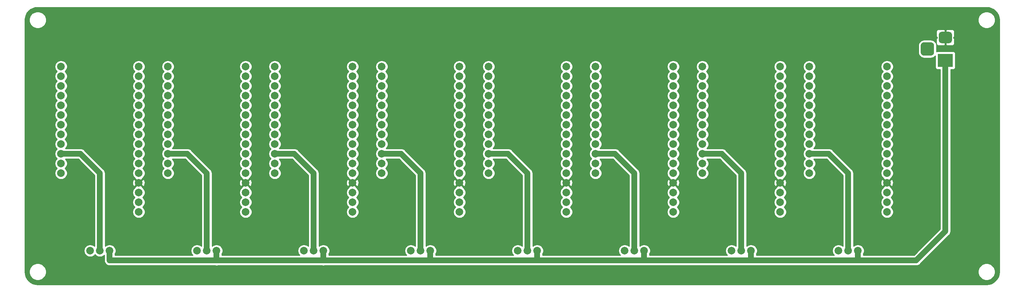
<source format=gbl>
G04 #@! TF.GenerationSoftware,KiCad,Pcbnew,(5.1.6-0-10_14)*
G04 #@! TF.CreationDate,2020-09-10T16:37:37+09:00*
G04 #@! TF.ProjectId,zrzr,7a727a72-2e6b-4696-9361-645f70636258,rev?*
G04 #@! TF.SameCoordinates,PX1ab3f00PY7fcad80*
G04 #@! TF.FileFunction,Copper,L2,Bot*
G04 #@! TF.FilePolarity,Positive*
%FSLAX46Y46*%
G04 Gerber Fmt 4.6, Leading zero omitted, Abs format (unit mm)*
G04 Created by KiCad (PCBNEW (5.1.6-0-10_14)) date 2020-09-10 16:37:37*
%MOMM*%
%LPD*%
G01*
G04 APERTURE LIST*
G04 #@! TA.AperFunction,ComponentPad*
%ADD10R,4.000000X3.500000*%
G04 #@! TD*
G04 #@! TA.AperFunction,ComponentPad*
%ADD11C,2.000000*%
G04 #@! TD*
G04 #@! TA.AperFunction,Conductor*
%ADD12C,1.500000*%
G04 #@! TD*
G04 #@! TA.AperFunction,Conductor*
%ADD13C,0.254000*%
G04 #@! TD*
G04 APERTURE END LIST*
D10*
X241240000Y59420000D03*
G04 #@! TA.AperFunction,ComponentPad*
G36*
G01*
X240240000Y66920000D02*
X242240000Y66920000D01*
G75*
G02*
X242990000Y66170000I0J-750000D01*
G01*
X242990000Y64670000D01*
G75*
G02*
X242240000Y63920000I-750000J0D01*
G01*
X240240000Y63920000D01*
G75*
G02*
X239490000Y64670000I0J750000D01*
G01*
X239490000Y66170000D01*
G75*
G02*
X240240000Y66920000I750000J0D01*
G01*
G37*
G04 #@! TD.AperFunction*
G04 #@! TA.AperFunction,ComponentPad*
G36*
G01*
X235665000Y64170000D02*
X237415000Y64170000D01*
G75*
G02*
X238290000Y63295000I0J-875000D01*
G01*
X238290000Y61545000D01*
G75*
G02*
X237415000Y60670000I-875000J0D01*
G01*
X235665000Y60670000D01*
G75*
G02*
X234790000Y61545000I0J875000D01*
G01*
X234790000Y63295000D01*
G75*
G02*
X235665000Y64170000I875000J0D01*
G01*
G37*
G04 #@! TD.AperFunction*
D11*
X114240000Y19700000D03*
X114240000Y22240000D03*
X114240000Y24780000D03*
X114240000Y27320000D03*
X114240000Y29860000D03*
X114240000Y32400000D03*
X114240000Y34940000D03*
X114240000Y37480000D03*
X114240000Y40020000D03*
X114240000Y42560000D03*
X114240000Y45100000D03*
X114240000Y47640000D03*
X114240000Y50180000D03*
X114240000Y52720000D03*
X114240000Y55260000D03*
X114240000Y57800000D03*
X226000000Y19700000D03*
X226000000Y22240000D03*
X226000000Y24780000D03*
X226000000Y27320000D03*
X226000000Y29860000D03*
X226000000Y32400000D03*
X226000000Y34940000D03*
X226000000Y37480000D03*
X226000000Y40020000D03*
X226000000Y42560000D03*
X226000000Y45100000D03*
X226000000Y47640000D03*
X226000000Y50180000D03*
X226000000Y52720000D03*
X226000000Y55260000D03*
X226000000Y57800000D03*
X198060000Y19700000D03*
X198060000Y22240000D03*
X198060000Y24780000D03*
X198060000Y27320000D03*
X198060000Y29860000D03*
X198060000Y32400000D03*
X198060000Y34940000D03*
X198060000Y37480000D03*
X198060000Y40020000D03*
X198060000Y42560000D03*
X198060000Y45100000D03*
X198060000Y47640000D03*
X198060000Y50180000D03*
X198060000Y52720000D03*
X198060000Y55260000D03*
X198060000Y57800000D03*
X170120000Y19700000D03*
X170120000Y22240000D03*
X170120000Y24780000D03*
X170120000Y27320000D03*
X170120000Y29860000D03*
X170120000Y32400000D03*
X170120000Y34940000D03*
X170120000Y37480000D03*
X170120000Y40020000D03*
X170120000Y42560000D03*
X170120000Y45100000D03*
X170120000Y47640000D03*
X170120000Y50180000D03*
X170120000Y52720000D03*
X170120000Y55260000D03*
X170120000Y57800000D03*
X142180000Y19700000D03*
X142180000Y22240000D03*
X142180000Y24780000D03*
X142180000Y27320000D03*
X142180000Y29860000D03*
X142180000Y32400000D03*
X142180000Y34940000D03*
X142180000Y37480000D03*
X142180000Y40020000D03*
X142180000Y42560000D03*
X142180000Y45100000D03*
X142180000Y47640000D03*
X142180000Y50180000D03*
X142180000Y52720000D03*
X142180000Y55260000D03*
X142180000Y57800000D03*
X86300000Y19700000D03*
X86300000Y22240000D03*
X86300000Y24780000D03*
X86300000Y27320000D03*
X86300000Y29860000D03*
X86300000Y32400000D03*
X86300000Y34940000D03*
X86300000Y37480000D03*
X86300000Y40020000D03*
X86300000Y42560000D03*
X86300000Y45100000D03*
X86300000Y47640000D03*
X86300000Y50180000D03*
X86300000Y52720000D03*
X86300000Y55260000D03*
X86300000Y57800000D03*
X58360000Y19700000D03*
X58360000Y22240000D03*
X58360000Y24780000D03*
X58360000Y27320000D03*
X58360000Y29860000D03*
X58360000Y32400000D03*
X58360000Y34940000D03*
X58360000Y37480000D03*
X58360000Y40020000D03*
X58360000Y42560000D03*
X58360000Y45100000D03*
X58360000Y47640000D03*
X58360000Y50180000D03*
X58360000Y52720000D03*
X58360000Y55260000D03*
X58360000Y57800000D03*
X30420000Y19700000D03*
X30420000Y22240000D03*
X30420000Y24780000D03*
X30420000Y27320000D03*
X30420000Y29860000D03*
X30420000Y32400000D03*
X30420000Y34940000D03*
X30420000Y37480000D03*
X30420000Y40020000D03*
X30420000Y42560000D03*
X30420000Y45100000D03*
X30420000Y47640000D03*
X30420000Y50180000D03*
X30420000Y52720000D03*
X30420000Y55260000D03*
X30420000Y57800000D03*
X129480000Y9540000D03*
X132020000Y9540000D03*
X134560000Y9540000D03*
X213300000Y9540000D03*
X215840000Y9540000D03*
X218380000Y9540000D03*
X185360000Y9540000D03*
X187900000Y9540000D03*
X190440000Y9540000D03*
X157420000Y9540000D03*
X159960000Y9540000D03*
X162500000Y9540000D03*
X101540000Y9540000D03*
X104080000Y9540000D03*
X106620000Y9540000D03*
X73600000Y9540000D03*
X76140000Y9540000D03*
X78680000Y9540000D03*
X45660000Y9540000D03*
X48200000Y9540000D03*
X50740000Y9540000D03*
X17720000Y9540000D03*
X20260000Y9540000D03*
X22800000Y9540000D03*
X149800000Y29860000D03*
X149800000Y32400000D03*
X149800000Y34940000D03*
X149800000Y37480000D03*
X149800000Y40020000D03*
X149800000Y42560000D03*
X149800000Y45100000D03*
X149800000Y47640000D03*
X149800000Y50180000D03*
X149800000Y52720000D03*
X149800000Y55260000D03*
X149800000Y57800000D03*
X121860000Y29860000D03*
X121860000Y32400000D03*
X121860000Y34940000D03*
X121860000Y37480000D03*
X121860000Y40020000D03*
X121860000Y42560000D03*
X121860000Y45100000D03*
X121860000Y47640000D03*
X121860000Y50180000D03*
X121860000Y52720000D03*
X121860000Y55260000D03*
X121860000Y57800000D03*
X205680000Y29860000D03*
X205680000Y32400000D03*
X205680000Y34940000D03*
X205680000Y37480000D03*
X205680000Y40020000D03*
X205680000Y42560000D03*
X205680000Y45100000D03*
X205680000Y47640000D03*
X205680000Y50180000D03*
X205680000Y52720000D03*
X205680000Y55260000D03*
X205680000Y57800000D03*
X177740000Y29860000D03*
X177740000Y32400000D03*
X177740000Y34940000D03*
X177740000Y37480000D03*
X177740000Y40020000D03*
X177740000Y42560000D03*
X177740000Y45100000D03*
X177740000Y47640000D03*
X177740000Y50180000D03*
X177740000Y52720000D03*
X177740000Y55260000D03*
X177740000Y57800000D03*
X93920000Y29860000D03*
X93920000Y32400000D03*
X93920000Y34940000D03*
X93920000Y37480000D03*
X93920000Y40020000D03*
X93920000Y42560000D03*
X93920000Y45100000D03*
X93920000Y47640000D03*
X93920000Y50180000D03*
X93920000Y52720000D03*
X93920000Y55260000D03*
X93920000Y57800000D03*
X65980000Y29860000D03*
X65980000Y32400000D03*
X65980000Y34940000D03*
X65980000Y37480000D03*
X65980000Y40020000D03*
X65980000Y42560000D03*
X65980000Y45100000D03*
X65980000Y47640000D03*
X65980000Y50180000D03*
X65980000Y52720000D03*
X65980000Y55260000D03*
X65980000Y57800000D03*
X38040000Y29860000D03*
X38040000Y32400000D03*
X38040000Y34940000D03*
X38040000Y37480000D03*
X38040000Y40020000D03*
X38040000Y42560000D03*
X38040000Y45100000D03*
X38040000Y47640000D03*
X38040000Y50180000D03*
X38040000Y52720000D03*
X38040000Y55260000D03*
X38040000Y57800000D03*
X10100000Y29860000D03*
X10100000Y32400000D03*
X10100000Y34940000D03*
X10100000Y37480000D03*
X10100000Y40020000D03*
X10100000Y42560000D03*
X10100000Y45100000D03*
X10100000Y47640000D03*
X10100000Y50180000D03*
X10100000Y52720000D03*
X10100000Y55260000D03*
X10100000Y57800000D03*
D12*
X241240000Y59420000D02*
X241240000Y14620000D01*
X241240000Y14620000D02*
X233620000Y7000000D01*
X218380000Y9540000D02*
X218380000Y7000000D01*
X190440000Y9540000D02*
X190440000Y7000000D01*
X162500000Y9540000D02*
X162500000Y7000000D01*
X22800000Y9540000D02*
X22800000Y7000000D01*
X78680000Y7000000D02*
X78649988Y6969988D01*
X78680000Y9540000D02*
X78680000Y7000000D01*
X50740000Y7000000D02*
X50770012Y6969988D01*
X50740000Y9540000D02*
X50740000Y7000000D01*
X106620000Y9540000D02*
X106620000Y7000000D01*
X134560000Y9540000D02*
X134560000Y7000000D01*
X134560000Y7000000D02*
X233620000Y7000000D01*
X22800000Y7000000D02*
X134560000Y7000000D01*
X205680000Y34940000D02*
X210760000Y34940000D01*
X215840000Y29860000D02*
X215840000Y9540000D01*
X210760000Y34940000D02*
X215840000Y29860000D01*
X177740000Y34940000D02*
X182820000Y34940000D01*
X187900000Y29860000D02*
X187900000Y9540000D01*
X182820000Y34940000D02*
X187900000Y29860000D01*
X149800000Y34940000D02*
X154880000Y34940000D01*
X154880000Y34940000D02*
X159960000Y29860000D01*
X159960000Y29860000D02*
X159960000Y9540000D01*
X121860000Y34940000D02*
X126940000Y34940000D01*
X132020000Y29860000D02*
X132020000Y9540000D01*
X126940000Y34940000D02*
X132020000Y29860000D01*
X93920000Y34940000D02*
X99000000Y34940000D01*
X104080000Y29860000D02*
X104080000Y9540000D01*
X99000000Y34940000D02*
X104080000Y29860000D01*
X65980000Y34940000D02*
X71060000Y34940000D01*
X76140000Y29860000D02*
X76140000Y9540000D01*
X71060000Y34940000D02*
X76140000Y29860000D01*
X38040000Y34940000D02*
X43120000Y34940000D01*
X43120000Y34940000D02*
X48200000Y29860000D01*
X48200000Y9540000D02*
X48200000Y29860000D01*
X10100000Y34940000D02*
X15180000Y34940000D01*
X20260000Y29860000D02*
X20260000Y9540000D01*
X15180000Y34940000D02*
X20260000Y29860000D01*
D13*
G36*
X252648126Y73273286D02*
G01*
X253271572Y73085057D01*
X253846579Y72779319D01*
X254351247Y72367721D01*
X254766362Y71865933D01*
X255076105Y71293076D01*
X255268682Y70670961D01*
X255340000Y69992416D01*
X255340001Y4032289D01*
X255273286Y3351874D01*
X255085057Y2728430D01*
X254779323Y2153427D01*
X254367721Y1648752D01*
X253865933Y1233638D01*
X253293077Y923896D01*
X252670961Y731318D01*
X251992417Y660000D01*
X4032279Y660000D01*
X3351874Y726714D01*
X2728430Y914943D01*
X2153427Y1220677D01*
X1648752Y1632279D01*
X1233638Y2134067D01*
X923896Y2706923D01*
X731318Y3329039D01*
X660000Y4007583D01*
X660000Y4220128D01*
X1765000Y4220128D01*
X1765000Y3779872D01*
X1850890Y3348075D01*
X2019369Y2941331D01*
X2263962Y2575271D01*
X2575271Y2263962D01*
X2941331Y2019369D01*
X3348075Y1850890D01*
X3779872Y1765000D01*
X4220128Y1765000D01*
X4651925Y1850890D01*
X5058669Y2019369D01*
X5424729Y2263962D01*
X5736038Y2575271D01*
X5980631Y2941331D01*
X6149110Y3348075D01*
X6235000Y3779872D01*
X6235000Y4220128D01*
X249765000Y4220128D01*
X249765000Y3779872D01*
X249850890Y3348075D01*
X250019369Y2941331D01*
X250263962Y2575271D01*
X250575271Y2263962D01*
X250941331Y2019369D01*
X251348075Y1850890D01*
X251779872Y1765000D01*
X252220128Y1765000D01*
X252651925Y1850890D01*
X253058669Y2019369D01*
X253424729Y2263962D01*
X253736038Y2575271D01*
X253980631Y2941331D01*
X254149110Y3348075D01*
X254235000Y3779872D01*
X254235000Y4220128D01*
X254149110Y4651925D01*
X253980631Y5058669D01*
X253736038Y5424729D01*
X253424729Y5736038D01*
X253058669Y5980631D01*
X252651925Y6149110D01*
X252220128Y6235000D01*
X251779872Y6235000D01*
X251348075Y6149110D01*
X250941331Y5980631D01*
X250575271Y5736038D01*
X250263962Y5424729D01*
X250019369Y5058669D01*
X249850890Y4651925D01*
X249765000Y4220128D01*
X6235000Y4220128D01*
X6149110Y4651925D01*
X5980631Y5058669D01*
X5736038Y5424729D01*
X5424729Y5736038D01*
X5058669Y5980631D01*
X4651925Y6149110D01*
X4220128Y6235000D01*
X3779872Y6235000D01*
X3348075Y6149110D01*
X2941331Y5980631D01*
X2575271Y5736038D01*
X2263962Y5424729D01*
X2019369Y5058669D01*
X1850890Y4651925D01*
X1765000Y4220128D01*
X660000Y4220128D01*
X660000Y57961033D01*
X8465000Y57961033D01*
X8465000Y57638967D01*
X8527832Y57323088D01*
X8651082Y57025537D01*
X8830013Y56757748D01*
X9057748Y56530013D01*
X9057767Y56530000D01*
X9057748Y56529987D01*
X8830013Y56302252D01*
X8651082Y56034463D01*
X8527832Y55736912D01*
X8465000Y55421033D01*
X8465000Y55098967D01*
X8527832Y54783088D01*
X8651082Y54485537D01*
X8830013Y54217748D01*
X9057748Y53990013D01*
X9057767Y53990000D01*
X9057748Y53989987D01*
X8830013Y53762252D01*
X8651082Y53494463D01*
X8527832Y53196912D01*
X8465000Y52881033D01*
X8465000Y52558967D01*
X8527832Y52243088D01*
X8651082Y51945537D01*
X8830013Y51677748D01*
X9057748Y51450013D01*
X9057767Y51450000D01*
X9057748Y51449987D01*
X8830013Y51222252D01*
X8651082Y50954463D01*
X8527832Y50656912D01*
X8465000Y50341033D01*
X8465000Y50018967D01*
X8527832Y49703088D01*
X8651082Y49405537D01*
X8830013Y49137748D01*
X9057748Y48910013D01*
X9057767Y48910000D01*
X9057748Y48909987D01*
X8830013Y48682252D01*
X8651082Y48414463D01*
X8527832Y48116912D01*
X8465000Y47801033D01*
X8465000Y47478967D01*
X8527832Y47163088D01*
X8651082Y46865537D01*
X8830013Y46597748D01*
X9057748Y46370013D01*
X9057767Y46370000D01*
X9057748Y46369987D01*
X8830013Y46142252D01*
X8651082Y45874463D01*
X8527832Y45576912D01*
X8465000Y45261033D01*
X8465000Y44938967D01*
X8527832Y44623088D01*
X8651082Y44325537D01*
X8830013Y44057748D01*
X9057748Y43830013D01*
X9057767Y43830000D01*
X9057748Y43829987D01*
X8830013Y43602252D01*
X8651082Y43334463D01*
X8527832Y43036912D01*
X8465000Y42721033D01*
X8465000Y42398967D01*
X8527832Y42083088D01*
X8651082Y41785537D01*
X8830013Y41517748D01*
X9057748Y41290013D01*
X9057767Y41290000D01*
X9057748Y41289987D01*
X8830013Y41062252D01*
X8651082Y40794463D01*
X8527832Y40496912D01*
X8465000Y40181033D01*
X8465000Y39858967D01*
X8527832Y39543088D01*
X8651082Y39245537D01*
X8830013Y38977748D01*
X9057748Y38750013D01*
X9057767Y38750000D01*
X9057748Y38749987D01*
X8830013Y38522252D01*
X8651082Y38254463D01*
X8527832Y37956912D01*
X8465000Y37641033D01*
X8465000Y37318967D01*
X8527832Y37003088D01*
X8651082Y36705537D01*
X8830013Y36437748D01*
X9057748Y36210013D01*
X9057767Y36210000D01*
X9057748Y36209987D01*
X8830013Y35982252D01*
X8651082Y35714463D01*
X8527832Y35416912D01*
X8465000Y35101033D01*
X8465000Y34778967D01*
X8527832Y34463088D01*
X8651082Y34165537D01*
X8830013Y33897748D01*
X9057748Y33670013D01*
X9057767Y33670000D01*
X9057748Y33669987D01*
X8830013Y33442252D01*
X8651082Y33174463D01*
X8527832Y32876912D01*
X8465000Y32561033D01*
X8465000Y32238967D01*
X8527832Y31923088D01*
X8651082Y31625537D01*
X8830013Y31357748D01*
X9057748Y31130013D01*
X9057767Y31130000D01*
X9057748Y31129987D01*
X8830013Y30902252D01*
X8651082Y30634463D01*
X8527832Y30336912D01*
X8465000Y30021033D01*
X8465000Y29698967D01*
X8527832Y29383088D01*
X8651082Y29085537D01*
X8830013Y28817748D01*
X9057748Y28590013D01*
X9325537Y28411082D01*
X9623088Y28287832D01*
X9938967Y28225000D01*
X10261033Y28225000D01*
X10576912Y28287832D01*
X10874463Y28411082D01*
X11142252Y28590013D01*
X11369987Y28817748D01*
X11548918Y29085537D01*
X11672168Y29383088D01*
X11735000Y29698967D01*
X11735000Y30021033D01*
X11672168Y30336912D01*
X11548918Y30634463D01*
X11369987Y30902252D01*
X11142252Y31129987D01*
X11142233Y31130000D01*
X11142252Y31130013D01*
X11369987Y31357748D01*
X11548918Y31625537D01*
X11672168Y31923088D01*
X11735000Y32238967D01*
X11735000Y32561033D01*
X11672168Y32876912D01*
X11548918Y33174463D01*
X11369987Y33442252D01*
X11257239Y33555000D01*
X14606315Y33555000D01*
X18875000Y29286314D01*
X18875001Y10697238D01*
X18762252Y10809987D01*
X18494463Y10988918D01*
X18196912Y11112168D01*
X17881033Y11175000D01*
X17558967Y11175000D01*
X17243088Y11112168D01*
X16945537Y10988918D01*
X16677748Y10809987D01*
X16450013Y10582252D01*
X16271082Y10314463D01*
X16147832Y10016912D01*
X16085000Y9701033D01*
X16085000Y9378967D01*
X16147832Y9063088D01*
X16271082Y8765537D01*
X16450013Y8497748D01*
X16677748Y8270013D01*
X16945537Y8091082D01*
X17243088Y7967832D01*
X17558967Y7905000D01*
X17881033Y7905000D01*
X18196912Y7967832D01*
X18494463Y8091082D01*
X18762252Y8270013D01*
X18989987Y8497748D01*
X18990000Y8497767D01*
X18990013Y8497748D01*
X19217748Y8270013D01*
X19485537Y8091082D01*
X19783088Y7967832D01*
X20098967Y7905000D01*
X20421033Y7905000D01*
X20736912Y7967832D01*
X21034463Y8091082D01*
X21302252Y8270013D01*
X21415000Y8382761D01*
X21415001Y7068046D01*
X21408299Y7000000D01*
X21435040Y6728493D01*
X21514236Y6467419D01*
X21642843Y6226812D01*
X21815919Y6015919D01*
X22026812Y5842843D01*
X22267419Y5714236D01*
X22528493Y5635040D01*
X22731963Y5615000D01*
X22731964Y5615000D01*
X22800000Y5608299D01*
X22868037Y5615000D01*
X50465635Y5615000D01*
X50498505Y5605029D01*
X50770011Y5578288D01*
X51041518Y5605029D01*
X51074388Y5615000D01*
X78345608Y5615000D01*
X78378481Y5605028D01*
X78649988Y5578288D01*
X78921495Y5605028D01*
X78954368Y5615000D01*
X106551964Y5615000D01*
X106620000Y5608299D01*
X106688037Y5615000D01*
X134491964Y5615000D01*
X134560000Y5608299D01*
X134628037Y5615000D01*
X162431964Y5615000D01*
X162500000Y5608299D01*
X162568037Y5615000D01*
X190371964Y5615000D01*
X190440000Y5608299D01*
X190508037Y5615000D01*
X218311964Y5615000D01*
X218380000Y5608299D01*
X218448037Y5615000D01*
X233551971Y5615000D01*
X233620000Y5608300D01*
X233688029Y5615000D01*
X233688037Y5615000D01*
X233891507Y5635040D01*
X234152581Y5714236D01*
X234393188Y5842843D01*
X234604081Y6015919D01*
X234647454Y6068769D01*
X242171236Y13592550D01*
X242224081Y13635919D01*
X242397157Y13846812D01*
X242525764Y14087419D01*
X242604960Y14348493D01*
X242625000Y14551963D01*
X242625000Y14551972D01*
X242631700Y14619999D01*
X242625000Y14688026D01*
X242625000Y57031928D01*
X243240000Y57031928D01*
X243364482Y57044188D01*
X243484180Y57080498D01*
X243594494Y57139463D01*
X243691185Y57218815D01*
X243770537Y57315506D01*
X243829502Y57425820D01*
X243865812Y57545518D01*
X243878072Y57670000D01*
X243878072Y61170000D01*
X243865812Y61294482D01*
X243829502Y61414180D01*
X243770537Y61524494D01*
X243691185Y61621185D01*
X243594494Y61700537D01*
X243484180Y61759502D01*
X243364482Y61795812D01*
X243240000Y61808072D01*
X239240000Y61808072D01*
X239115518Y61795812D01*
X238995820Y61759502D01*
X238928072Y61723289D01*
X238928072Y63295000D01*
X238898999Y63590186D01*
X238812896Y63874028D01*
X238673073Y64135618D01*
X238484903Y64364903D01*
X238255618Y64553073D01*
X237994028Y64692896D01*
X237710186Y64778999D01*
X237415000Y64808072D01*
X235665000Y64808072D01*
X235369814Y64778999D01*
X235085972Y64692896D01*
X234824382Y64553073D01*
X234595097Y64364903D01*
X234406927Y64135618D01*
X234267104Y63874028D01*
X234181001Y63590186D01*
X234151928Y63295000D01*
X234151928Y61545000D01*
X234181001Y61249814D01*
X234267104Y60965972D01*
X234406927Y60704382D01*
X234595097Y60475097D01*
X234824382Y60286927D01*
X235085972Y60147104D01*
X235369814Y60061001D01*
X235665000Y60031928D01*
X237415000Y60031928D01*
X237710186Y60061001D01*
X237994028Y60147104D01*
X238255618Y60286927D01*
X238484903Y60475097D01*
X238601928Y60617692D01*
X238601928Y57670000D01*
X238614188Y57545518D01*
X238650498Y57425820D01*
X238709463Y57315506D01*
X238788815Y57218815D01*
X238885506Y57139463D01*
X238995820Y57080498D01*
X239115518Y57044188D01*
X239240000Y57031928D01*
X239855000Y57031928D01*
X239855001Y15193687D01*
X233046315Y8385000D01*
X219765000Y8385000D01*
X219765000Y8669877D01*
X219828918Y8765537D01*
X219952168Y9063088D01*
X220015000Y9378967D01*
X220015000Y9701033D01*
X219952168Y10016912D01*
X219828918Y10314463D01*
X219649987Y10582252D01*
X219422252Y10809987D01*
X219154463Y10988918D01*
X218856912Y11112168D01*
X218541033Y11175000D01*
X218218967Y11175000D01*
X217903088Y11112168D01*
X217605537Y10988918D01*
X217337748Y10809987D01*
X217225000Y10697239D01*
X217225000Y24941033D01*
X224365000Y24941033D01*
X224365000Y24618967D01*
X224427832Y24303088D01*
X224551082Y24005537D01*
X224730013Y23737748D01*
X224957748Y23510013D01*
X224957767Y23510000D01*
X224957748Y23509987D01*
X224730013Y23282252D01*
X224551082Y23014463D01*
X224427832Y22716912D01*
X224365000Y22401033D01*
X224365000Y22078967D01*
X224427832Y21763088D01*
X224551082Y21465537D01*
X224730013Y21197748D01*
X224957748Y20970013D01*
X224957767Y20970000D01*
X224957748Y20969987D01*
X224730013Y20742252D01*
X224551082Y20474463D01*
X224427832Y20176912D01*
X224365000Y19861033D01*
X224365000Y19538967D01*
X224427832Y19223088D01*
X224551082Y18925537D01*
X224730013Y18657748D01*
X224957748Y18430013D01*
X225225537Y18251082D01*
X225523088Y18127832D01*
X225838967Y18065000D01*
X226161033Y18065000D01*
X226476912Y18127832D01*
X226774463Y18251082D01*
X227042252Y18430013D01*
X227269987Y18657748D01*
X227448918Y18925537D01*
X227572168Y19223088D01*
X227635000Y19538967D01*
X227635000Y19861033D01*
X227572168Y20176912D01*
X227448918Y20474463D01*
X227269987Y20742252D01*
X227042252Y20969987D01*
X227042233Y20970000D01*
X227042252Y20970013D01*
X227269987Y21197748D01*
X227448918Y21465537D01*
X227572168Y21763088D01*
X227635000Y22078967D01*
X227635000Y22401033D01*
X227572168Y22716912D01*
X227448918Y23014463D01*
X227269987Y23282252D01*
X227042252Y23509987D01*
X227042233Y23510000D01*
X227042252Y23510013D01*
X227269987Y23737748D01*
X227448918Y24005537D01*
X227572168Y24303088D01*
X227635000Y24618967D01*
X227635000Y24941033D01*
X227572168Y25256912D01*
X227448918Y25554463D01*
X227269987Y25822252D01*
X227042252Y26049987D01*
X226933400Y26122720D01*
X226955808Y26184587D01*
X226000000Y27140395D01*
X225044192Y26184587D01*
X225066600Y26122720D01*
X224957748Y26049987D01*
X224730013Y25822252D01*
X224551082Y25554463D01*
X224427832Y25256912D01*
X224365000Y24941033D01*
X217225000Y24941033D01*
X217225000Y27257405D01*
X224358282Y27257405D01*
X224402039Y26938325D01*
X224507205Y26633912D01*
X224600186Y26459956D01*
X224864587Y26364192D01*
X225820395Y27320000D01*
X226179605Y27320000D01*
X227135413Y26364192D01*
X227399814Y26459956D01*
X227540704Y26749571D01*
X227622384Y27061108D01*
X227641718Y27382595D01*
X227597961Y27701675D01*
X227492795Y28006088D01*
X227399814Y28180044D01*
X227135413Y28275808D01*
X226179605Y27320000D01*
X225820395Y27320000D01*
X224864587Y28275808D01*
X224600186Y28180044D01*
X224459296Y27890429D01*
X224377616Y27578892D01*
X224358282Y27257405D01*
X217225000Y27257405D01*
X217225000Y29791971D01*
X217231700Y29860000D01*
X217225000Y29928029D01*
X217225000Y29928037D01*
X217204960Y30131507D01*
X217125764Y30392581D01*
X216997157Y30633188D01*
X216937932Y30705353D01*
X216867452Y30791234D01*
X216867445Y30791241D01*
X216824080Y30844081D01*
X216771241Y30887445D01*
X211787454Y35871231D01*
X211744081Y35924081D01*
X211533188Y36097157D01*
X211292581Y36225764D01*
X211031507Y36304960D01*
X210828037Y36325000D01*
X210828029Y36325000D01*
X210760000Y36331700D01*
X210691971Y36325000D01*
X206837239Y36325000D01*
X206949987Y36437748D01*
X207128918Y36705537D01*
X207252168Y37003088D01*
X207315000Y37318967D01*
X207315000Y37641033D01*
X207252168Y37956912D01*
X207128918Y38254463D01*
X206949987Y38522252D01*
X206722252Y38749987D01*
X206722233Y38750000D01*
X206722252Y38750013D01*
X206949987Y38977748D01*
X207128918Y39245537D01*
X207252168Y39543088D01*
X207315000Y39858967D01*
X207315000Y40181033D01*
X207252168Y40496912D01*
X207128918Y40794463D01*
X206949987Y41062252D01*
X206722252Y41289987D01*
X206722233Y41290000D01*
X206722252Y41290013D01*
X206949987Y41517748D01*
X207128918Y41785537D01*
X207252168Y42083088D01*
X207315000Y42398967D01*
X207315000Y42721033D01*
X207252168Y43036912D01*
X207128918Y43334463D01*
X206949987Y43602252D01*
X206722252Y43829987D01*
X206722233Y43830000D01*
X206722252Y43830013D01*
X206949987Y44057748D01*
X207128918Y44325537D01*
X207252168Y44623088D01*
X207315000Y44938967D01*
X207315000Y45261033D01*
X207252168Y45576912D01*
X207128918Y45874463D01*
X206949987Y46142252D01*
X206722252Y46369987D01*
X206722233Y46370000D01*
X206722252Y46370013D01*
X206949987Y46597748D01*
X207128918Y46865537D01*
X207252168Y47163088D01*
X207315000Y47478967D01*
X207315000Y47801033D01*
X207252168Y48116912D01*
X207128918Y48414463D01*
X206949987Y48682252D01*
X206722252Y48909987D01*
X206722233Y48910000D01*
X206722252Y48910013D01*
X206949987Y49137748D01*
X207128918Y49405537D01*
X207252168Y49703088D01*
X207315000Y50018967D01*
X207315000Y50341033D01*
X207252168Y50656912D01*
X207128918Y50954463D01*
X206949987Y51222252D01*
X206722252Y51449987D01*
X206722233Y51450000D01*
X206722252Y51450013D01*
X206949987Y51677748D01*
X207128918Y51945537D01*
X207252168Y52243088D01*
X207315000Y52558967D01*
X207315000Y52881033D01*
X207252168Y53196912D01*
X207128918Y53494463D01*
X206949987Y53762252D01*
X206722252Y53989987D01*
X206722233Y53990000D01*
X206722252Y53990013D01*
X206949987Y54217748D01*
X207128918Y54485537D01*
X207252168Y54783088D01*
X207315000Y55098967D01*
X207315000Y55421033D01*
X207252168Y55736912D01*
X207128918Y56034463D01*
X206949987Y56302252D01*
X206722252Y56529987D01*
X206722233Y56530000D01*
X206722252Y56530013D01*
X206949987Y56757748D01*
X207128918Y57025537D01*
X207252168Y57323088D01*
X207315000Y57638967D01*
X207315000Y57961033D01*
X224365000Y57961033D01*
X224365000Y57638967D01*
X224427832Y57323088D01*
X224551082Y57025537D01*
X224730013Y56757748D01*
X224957748Y56530013D01*
X224957767Y56530000D01*
X224957748Y56529987D01*
X224730013Y56302252D01*
X224551082Y56034463D01*
X224427832Y55736912D01*
X224365000Y55421033D01*
X224365000Y55098967D01*
X224427832Y54783088D01*
X224551082Y54485537D01*
X224730013Y54217748D01*
X224957748Y53990013D01*
X224957767Y53990000D01*
X224957748Y53989987D01*
X224730013Y53762252D01*
X224551082Y53494463D01*
X224427832Y53196912D01*
X224365000Y52881033D01*
X224365000Y52558967D01*
X224427832Y52243088D01*
X224551082Y51945537D01*
X224730013Y51677748D01*
X224957748Y51450013D01*
X224957767Y51450000D01*
X224957748Y51449987D01*
X224730013Y51222252D01*
X224551082Y50954463D01*
X224427832Y50656912D01*
X224365000Y50341033D01*
X224365000Y50018967D01*
X224427832Y49703088D01*
X224551082Y49405537D01*
X224730013Y49137748D01*
X224957748Y48910013D01*
X224957767Y48910000D01*
X224957748Y48909987D01*
X224730013Y48682252D01*
X224551082Y48414463D01*
X224427832Y48116912D01*
X224365000Y47801033D01*
X224365000Y47478967D01*
X224427832Y47163088D01*
X224551082Y46865537D01*
X224730013Y46597748D01*
X224957748Y46370013D01*
X224957767Y46370000D01*
X224957748Y46369987D01*
X224730013Y46142252D01*
X224551082Y45874463D01*
X224427832Y45576912D01*
X224365000Y45261033D01*
X224365000Y44938967D01*
X224427832Y44623088D01*
X224551082Y44325537D01*
X224730013Y44057748D01*
X224957748Y43830013D01*
X224957767Y43830000D01*
X224957748Y43829987D01*
X224730013Y43602252D01*
X224551082Y43334463D01*
X224427832Y43036912D01*
X224365000Y42721033D01*
X224365000Y42398967D01*
X224427832Y42083088D01*
X224551082Y41785537D01*
X224730013Y41517748D01*
X224957748Y41290013D01*
X224957767Y41290000D01*
X224957748Y41289987D01*
X224730013Y41062252D01*
X224551082Y40794463D01*
X224427832Y40496912D01*
X224365000Y40181033D01*
X224365000Y39858967D01*
X224427832Y39543088D01*
X224551082Y39245537D01*
X224730013Y38977748D01*
X224957748Y38750013D01*
X224957767Y38750000D01*
X224957748Y38749987D01*
X224730013Y38522252D01*
X224551082Y38254463D01*
X224427832Y37956912D01*
X224365000Y37641033D01*
X224365000Y37318967D01*
X224427832Y37003088D01*
X224551082Y36705537D01*
X224730013Y36437748D01*
X224957748Y36210013D01*
X224957767Y36210000D01*
X224957748Y36209987D01*
X224730013Y35982252D01*
X224551082Y35714463D01*
X224427832Y35416912D01*
X224365000Y35101033D01*
X224365000Y34778967D01*
X224427832Y34463088D01*
X224551082Y34165537D01*
X224730013Y33897748D01*
X224957748Y33670013D01*
X224957767Y33670000D01*
X224957748Y33669987D01*
X224730013Y33442252D01*
X224551082Y33174463D01*
X224427832Y32876912D01*
X224365000Y32561033D01*
X224365000Y32238967D01*
X224427832Y31923088D01*
X224551082Y31625537D01*
X224730013Y31357748D01*
X224957748Y31130013D01*
X224957767Y31130000D01*
X224957748Y31129987D01*
X224730013Y30902252D01*
X224551082Y30634463D01*
X224427832Y30336912D01*
X224365000Y30021033D01*
X224365000Y29698967D01*
X224427832Y29383088D01*
X224551082Y29085537D01*
X224730013Y28817748D01*
X224957748Y28590013D01*
X225066600Y28517280D01*
X225044192Y28455413D01*
X226000000Y27499605D01*
X226955808Y28455413D01*
X226933400Y28517280D01*
X227042252Y28590013D01*
X227269987Y28817748D01*
X227448918Y29085537D01*
X227572168Y29383088D01*
X227635000Y29698967D01*
X227635000Y30021033D01*
X227572168Y30336912D01*
X227448918Y30634463D01*
X227269987Y30902252D01*
X227042252Y31129987D01*
X227042233Y31130000D01*
X227042252Y31130013D01*
X227269987Y31357748D01*
X227448918Y31625537D01*
X227572168Y31923088D01*
X227635000Y32238967D01*
X227635000Y32561033D01*
X227572168Y32876912D01*
X227448918Y33174463D01*
X227269987Y33442252D01*
X227042252Y33669987D01*
X227042233Y33670000D01*
X227042252Y33670013D01*
X227269987Y33897748D01*
X227448918Y34165537D01*
X227572168Y34463088D01*
X227635000Y34778967D01*
X227635000Y35101033D01*
X227572168Y35416912D01*
X227448918Y35714463D01*
X227269987Y35982252D01*
X227042252Y36209987D01*
X227042233Y36210000D01*
X227042252Y36210013D01*
X227269987Y36437748D01*
X227448918Y36705537D01*
X227572168Y37003088D01*
X227635000Y37318967D01*
X227635000Y37641033D01*
X227572168Y37956912D01*
X227448918Y38254463D01*
X227269987Y38522252D01*
X227042252Y38749987D01*
X227042233Y38750000D01*
X227042252Y38750013D01*
X227269987Y38977748D01*
X227448918Y39245537D01*
X227572168Y39543088D01*
X227635000Y39858967D01*
X227635000Y40181033D01*
X227572168Y40496912D01*
X227448918Y40794463D01*
X227269987Y41062252D01*
X227042252Y41289987D01*
X227042233Y41290000D01*
X227042252Y41290013D01*
X227269987Y41517748D01*
X227448918Y41785537D01*
X227572168Y42083088D01*
X227635000Y42398967D01*
X227635000Y42721033D01*
X227572168Y43036912D01*
X227448918Y43334463D01*
X227269987Y43602252D01*
X227042252Y43829987D01*
X227042233Y43830000D01*
X227042252Y43830013D01*
X227269987Y44057748D01*
X227448918Y44325537D01*
X227572168Y44623088D01*
X227635000Y44938967D01*
X227635000Y45261033D01*
X227572168Y45576912D01*
X227448918Y45874463D01*
X227269987Y46142252D01*
X227042252Y46369987D01*
X227042233Y46370000D01*
X227042252Y46370013D01*
X227269987Y46597748D01*
X227448918Y46865537D01*
X227572168Y47163088D01*
X227635000Y47478967D01*
X227635000Y47801033D01*
X227572168Y48116912D01*
X227448918Y48414463D01*
X227269987Y48682252D01*
X227042252Y48909987D01*
X227042233Y48910000D01*
X227042252Y48910013D01*
X227269987Y49137748D01*
X227448918Y49405537D01*
X227572168Y49703088D01*
X227635000Y50018967D01*
X227635000Y50341033D01*
X227572168Y50656912D01*
X227448918Y50954463D01*
X227269987Y51222252D01*
X227042252Y51449987D01*
X227042233Y51450000D01*
X227042252Y51450013D01*
X227269987Y51677748D01*
X227448918Y51945537D01*
X227572168Y52243088D01*
X227635000Y52558967D01*
X227635000Y52881033D01*
X227572168Y53196912D01*
X227448918Y53494463D01*
X227269987Y53762252D01*
X227042252Y53989987D01*
X227042233Y53990000D01*
X227042252Y53990013D01*
X227269987Y54217748D01*
X227448918Y54485537D01*
X227572168Y54783088D01*
X227635000Y55098967D01*
X227635000Y55421033D01*
X227572168Y55736912D01*
X227448918Y56034463D01*
X227269987Y56302252D01*
X227042252Y56529987D01*
X227042233Y56530000D01*
X227042252Y56530013D01*
X227269987Y56757748D01*
X227448918Y57025537D01*
X227572168Y57323088D01*
X227635000Y57638967D01*
X227635000Y57961033D01*
X227572168Y58276912D01*
X227448918Y58574463D01*
X227269987Y58842252D01*
X227042252Y59069987D01*
X226774463Y59248918D01*
X226476912Y59372168D01*
X226161033Y59435000D01*
X225838967Y59435000D01*
X225523088Y59372168D01*
X225225537Y59248918D01*
X224957748Y59069987D01*
X224730013Y58842252D01*
X224551082Y58574463D01*
X224427832Y58276912D01*
X224365000Y57961033D01*
X207315000Y57961033D01*
X207252168Y58276912D01*
X207128918Y58574463D01*
X206949987Y58842252D01*
X206722252Y59069987D01*
X206454463Y59248918D01*
X206156912Y59372168D01*
X205841033Y59435000D01*
X205518967Y59435000D01*
X205203088Y59372168D01*
X204905537Y59248918D01*
X204637748Y59069987D01*
X204410013Y58842252D01*
X204231082Y58574463D01*
X204107832Y58276912D01*
X204045000Y57961033D01*
X204045000Y57638967D01*
X204107832Y57323088D01*
X204231082Y57025537D01*
X204410013Y56757748D01*
X204637748Y56530013D01*
X204637767Y56530000D01*
X204637748Y56529987D01*
X204410013Y56302252D01*
X204231082Y56034463D01*
X204107832Y55736912D01*
X204045000Y55421033D01*
X204045000Y55098967D01*
X204107832Y54783088D01*
X204231082Y54485537D01*
X204410013Y54217748D01*
X204637748Y53990013D01*
X204637767Y53990000D01*
X204637748Y53989987D01*
X204410013Y53762252D01*
X204231082Y53494463D01*
X204107832Y53196912D01*
X204045000Y52881033D01*
X204045000Y52558967D01*
X204107832Y52243088D01*
X204231082Y51945537D01*
X204410013Y51677748D01*
X204637748Y51450013D01*
X204637767Y51450000D01*
X204637748Y51449987D01*
X204410013Y51222252D01*
X204231082Y50954463D01*
X204107832Y50656912D01*
X204045000Y50341033D01*
X204045000Y50018967D01*
X204107832Y49703088D01*
X204231082Y49405537D01*
X204410013Y49137748D01*
X204637748Y48910013D01*
X204637767Y48910000D01*
X204637748Y48909987D01*
X204410013Y48682252D01*
X204231082Y48414463D01*
X204107832Y48116912D01*
X204045000Y47801033D01*
X204045000Y47478967D01*
X204107832Y47163088D01*
X204231082Y46865537D01*
X204410013Y46597748D01*
X204637748Y46370013D01*
X204637767Y46370000D01*
X204637748Y46369987D01*
X204410013Y46142252D01*
X204231082Y45874463D01*
X204107832Y45576912D01*
X204045000Y45261033D01*
X204045000Y44938967D01*
X204107832Y44623088D01*
X204231082Y44325537D01*
X204410013Y44057748D01*
X204637748Y43830013D01*
X204637767Y43830000D01*
X204637748Y43829987D01*
X204410013Y43602252D01*
X204231082Y43334463D01*
X204107832Y43036912D01*
X204045000Y42721033D01*
X204045000Y42398967D01*
X204107832Y42083088D01*
X204231082Y41785537D01*
X204410013Y41517748D01*
X204637748Y41290013D01*
X204637767Y41290000D01*
X204637748Y41289987D01*
X204410013Y41062252D01*
X204231082Y40794463D01*
X204107832Y40496912D01*
X204045000Y40181033D01*
X204045000Y39858967D01*
X204107832Y39543088D01*
X204231082Y39245537D01*
X204410013Y38977748D01*
X204637748Y38750013D01*
X204637767Y38750000D01*
X204637748Y38749987D01*
X204410013Y38522252D01*
X204231082Y38254463D01*
X204107832Y37956912D01*
X204045000Y37641033D01*
X204045000Y37318967D01*
X204107832Y37003088D01*
X204231082Y36705537D01*
X204410013Y36437748D01*
X204637748Y36210013D01*
X204637767Y36210000D01*
X204637748Y36209987D01*
X204410013Y35982252D01*
X204231082Y35714463D01*
X204107832Y35416912D01*
X204045000Y35101033D01*
X204045000Y34778967D01*
X204107832Y34463088D01*
X204231082Y34165537D01*
X204410013Y33897748D01*
X204637748Y33670013D01*
X204637767Y33670000D01*
X204637748Y33669987D01*
X204410013Y33442252D01*
X204231082Y33174463D01*
X204107832Y32876912D01*
X204045000Y32561033D01*
X204045000Y32238967D01*
X204107832Y31923088D01*
X204231082Y31625537D01*
X204410013Y31357748D01*
X204637748Y31130013D01*
X204637767Y31130000D01*
X204637748Y31129987D01*
X204410013Y30902252D01*
X204231082Y30634463D01*
X204107832Y30336912D01*
X204045000Y30021033D01*
X204045000Y29698967D01*
X204107832Y29383088D01*
X204231082Y29085537D01*
X204410013Y28817748D01*
X204637748Y28590013D01*
X204905537Y28411082D01*
X205203088Y28287832D01*
X205518967Y28225000D01*
X205841033Y28225000D01*
X206156912Y28287832D01*
X206454463Y28411082D01*
X206722252Y28590013D01*
X206949987Y28817748D01*
X207128918Y29085537D01*
X207252168Y29383088D01*
X207315000Y29698967D01*
X207315000Y30021033D01*
X207252168Y30336912D01*
X207128918Y30634463D01*
X206949987Y30902252D01*
X206722252Y31129987D01*
X206722233Y31130000D01*
X206722252Y31130013D01*
X206949987Y31357748D01*
X207128918Y31625537D01*
X207252168Y31923088D01*
X207315000Y32238967D01*
X207315000Y32561033D01*
X207252168Y32876912D01*
X207128918Y33174463D01*
X206949987Y33442252D01*
X206837239Y33555000D01*
X210186315Y33555000D01*
X214455000Y29286314D01*
X214455001Y10697238D01*
X214342252Y10809987D01*
X214074463Y10988918D01*
X213776912Y11112168D01*
X213461033Y11175000D01*
X213138967Y11175000D01*
X212823088Y11112168D01*
X212525537Y10988918D01*
X212257748Y10809987D01*
X212030013Y10582252D01*
X211851082Y10314463D01*
X211727832Y10016912D01*
X211665000Y9701033D01*
X211665000Y9378967D01*
X211727832Y9063088D01*
X211851082Y8765537D01*
X212030013Y8497748D01*
X212142761Y8385000D01*
X191825000Y8385000D01*
X191825000Y8669877D01*
X191888918Y8765537D01*
X192012168Y9063088D01*
X192075000Y9378967D01*
X192075000Y9701033D01*
X192012168Y10016912D01*
X191888918Y10314463D01*
X191709987Y10582252D01*
X191482252Y10809987D01*
X191214463Y10988918D01*
X190916912Y11112168D01*
X190601033Y11175000D01*
X190278967Y11175000D01*
X189963088Y11112168D01*
X189665537Y10988918D01*
X189397748Y10809987D01*
X189285000Y10697239D01*
X189285000Y24941033D01*
X196425000Y24941033D01*
X196425000Y24618967D01*
X196487832Y24303088D01*
X196611082Y24005537D01*
X196790013Y23737748D01*
X197017748Y23510013D01*
X197017767Y23510000D01*
X197017748Y23509987D01*
X196790013Y23282252D01*
X196611082Y23014463D01*
X196487832Y22716912D01*
X196425000Y22401033D01*
X196425000Y22078967D01*
X196487832Y21763088D01*
X196611082Y21465537D01*
X196790013Y21197748D01*
X197017748Y20970013D01*
X197017767Y20970000D01*
X197017748Y20969987D01*
X196790013Y20742252D01*
X196611082Y20474463D01*
X196487832Y20176912D01*
X196425000Y19861033D01*
X196425000Y19538967D01*
X196487832Y19223088D01*
X196611082Y18925537D01*
X196790013Y18657748D01*
X197017748Y18430013D01*
X197285537Y18251082D01*
X197583088Y18127832D01*
X197898967Y18065000D01*
X198221033Y18065000D01*
X198536912Y18127832D01*
X198834463Y18251082D01*
X199102252Y18430013D01*
X199329987Y18657748D01*
X199508918Y18925537D01*
X199632168Y19223088D01*
X199695000Y19538967D01*
X199695000Y19861033D01*
X199632168Y20176912D01*
X199508918Y20474463D01*
X199329987Y20742252D01*
X199102252Y20969987D01*
X199102233Y20970000D01*
X199102252Y20970013D01*
X199329987Y21197748D01*
X199508918Y21465537D01*
X199632168Y21763088D01*
X199695000Y22078967D01*
X199695000Y22401033D01*
X199632168Y22716912D01*
X199508918Y23014463D01*
X199329987Y23282252D01*
X199102252Y23509987D01*
X199102233Y23510000D01*
X199102252Y23510013D01*
X199329987Y23737748D01*
X199508918Y24005537D01*
X199632168Y24303088D01*
X199695000Y24618967D01*
X199695000Y24941033D01*
X199632168Y25256912D01*
X199508918Y25554463D01*
X199329987Y25822252D01*
X199102252Y26049987D01*
X198993400Y26122720D01*
X199015808Y26184587D01*
X198060000Y27140395D01*
X197104192Y26184587D01*
X197126600Y26122720D01*
X197017748Y26049987D01*
X196790013Y25822252D01*
X196611082Y25554463D01*
X196487832Y25256912D01*
X196425000Y24941033D01*
X189285000Y24941033D01*
X189285000Y27257405D01*
X196418282Y27257405D01*
X196462039Y26938325D01*
X196567205Y26633912D01*
X196660186Y26459956D01*
X196924587Y26364192D01*
X197880395Y27320000D01*
X198239605Y27320000D01*
X199195413Y26364192D01*
X199459814Y26459956D01*
X199600704Y26749571D01*
X199682384Y27061108D01*
X199701718Y27382595D01*
X199657961Y27701675D01*
X199552795Y28006088D01*
X199459814Y28180044D01*
X199195413Y28275808D01*
X198239605Y27320000D01*
X197880395Y27320000D01*
X196924587Y28275808D01*
X196660186Y28180044D01*
X196519296Y27890429D01*
X196437616Y27578892D01*
X196418282Y27257405D01*
X189285000Y27257405D01*
X189285000Y29791971D01*
X189291700Y29860000D01*
X189285000Y29928029D01*
X189285000Y29928037D01*
X189264960Y30131507D01*
X189185764Y30392581D01*
X189057157Y30633188D01*
X188997932Y30705353D01*
X188927452Y30791234D01*
X188927445Y30791241D01*
X188884080Y30844081D01*
X188831241Y30887445D01*
X183847454Y35871231D01*
X183804081Y35924081D01*
X183593188Y36097157D01*
X183352581Y36225764D01*
X183091507Y36304960D01*
X182888037Y36325000D01*
X182888029Y36325000D01*
X182820000Y36331700D01*
X182751971Y36325000D01*
X178897239Y36325000D01*
X179009987Y36437748D01*
X179188918Y36705537D01*
X179312168Y37003088D01*
X179375000Y37318967D01*
X179375000Y37641033D01*
X179312168Y37956912D01*
X179188918Y38254463D01*
X179009987Y38522252D01*
X178782252Y38749987D01*
X178782233Y38750000D01*
X178782252Y38750013D01*
X179009987Y38977748D01*
X179188918Y39245537D01*
X179312168Y39543088D01*
X179375000Y39858967D01*
X179375000Y40181033D01*
X179312168Y40496912D01*
X179188918Y40794463D01*
X179009987Y41062252D01*
X178782252Y41289987D01*
X178782233Y41290000D01*
X178782252Y41290013D01*
X179009987Y41517748D01*
X179188918Y41785537D01*
X179312168Y42083088D01*
X179375000Y42398967D01*
X179375000Y42721033D01*
X179312168Y43036912D01*
X179188918Y43334463D01*
X179009987Y43602252D01*
X178782252Y43829987D01*
X178782233Y43830000D01*
X178782252Y43830013D01*
X179009987Y44057748D01*
X179188918Y44325537D01*
X179312168Y44623088D01*
X179375000Y44938967D01*
X179375000Y45261033D01*
X179312168Y45576912D01*
X179188918Y45874463D01*
X179009987Y46142252D01*
X178782252Y46369987D01*
X178782233Y46370000D01*
X178782252Y46370013D01*
X179009987Y46597748D01*
X179188918Y46865537D01*
X179312168Y47163088D01*
X179375000Y47478967D01*
X179375000Y47801033D01*
X179312168Y48116912D01*
X179188918Y48414463D01*
X179009987Y48682252D01*
X178782252Y48909987D01*
X178782233Y48910000D01*
X178782252Y48910013D01*
X179009987Y49137748D01*
X179188918Y49405537D01*
X179312168Y49703088D01*
X179375000Y50018967D01*
X179375000Y50341033D01*
X179312168Y50656912D01*
X179188918Y50954463D01*
X179009987Y51222252D01*
X178782252Y51449987D01*
X178782233Y51450000D01*
X178782252Y51450013D01*
X179009987Y51677748D01*
X179188918Y51945537D01*
X179312168Y52243088D01*
X179375000Y52558967D01*
X179375000Y52881033D01*
X179312168Y53196912D01*
X179188918Y53494463D01*
X179009987Y53762252D01*
X178782252Y53989987D01*
X178782233Y53990000D01*
X178782252Y53990013D01*
X179009987Y54217748D01*
X179188918Y54485537D01*
X179312168Y54783088D01*
X179375000Y55098967D01*
X179375000Y55421033D01*
X179312168Y55736912D01*
X179188918Y56034463D01*
X179009987Y56302252D01*
X178782252Y56529987D01*
X178782233Y56530000D01*
X178782252Y56530013D01*
X179009987Y56757748D01*
X179188918Y57025537D01*
X179312168Y57323088D01*
X179375000Y57638967D01*
X179375000Y57961033D01*
X196425000Y57961033D01*
X196425000Y57638967D01*
X196487832Y57323088D01*
X196611082Y57025537D01*
X196790013Y56757748D01*
X197017748Y56530013D01*
X197017767Y56530000D01*
X197017748Y56529987D01*
X196790013Y56302252D01*
X196611082Y56034463D01*
X196487832Y55736912D01*
X196425000Y55421033D01*
X196425000Y55098967D01*
X196487832Y54783088D01*
X196611082Y54485537D01*
X196790013Y54217748D01*
X197017748Y53990013D01*
X197017767Y53990000D01*
X197017748Y53989987D01*
X196790013Y53762252D01*
X196611082Y53494463D01*
X196487832Y53196912D01*
X196425000Y52881033D01*
X196425000Y52558967D01*
X196487832Y52243088D01*
X196611082Y51945537D01*
X196790013Y51677748D01*
X197017748Y51450013D01*
X197017767Y51450000D01*
X197017748Y51449987D01*
X196790013Y51222252D01*
X196611082Y50954463D01*
X196487832Y50656912D01*
X196425000Y50341033D01*
X196425000Y50018967D01*
X196487832Y49703088D01*
X196611082Y49405537D01*
X196790013Y49137748D01*
X197017748Y48910013D01*
X197017767Y48910000D01*
X197017748Y48909987D01*
X196790013Y48682252D01*
X196611082Y48414463D01*
X196487832Y48116912D01*
X196425000Y47801033D01*
X196425000Y47478967D01*
X196487832Y47163088D01*
X196611082Y46865537D01*
X196790013Y46597748D01*
X197017748Y46370013D01*
X197017767Y46370000D01*
X197017748Y46369987D01*
X196790013Y46142252D01*
X196611082Y45874463D01*
X196487832Y45576912D01*
X196425000Y45261033D01*
X196425000Y44938967D01*
X196487832Y44623088D01*
X196611082Y44325537D01*
X196790013Y44057748D01*
X197017748Y43830013D01*
X197017767Y43830000D01*
X197017748Y43829987D01*
X196790013Y43602252D01*
X196611082Y43334463D01*
X196487832Y43036912D01*
X196425000Y42721033D01*
X196425000Y42398967D01*
X196487832Y42083088D01*
X196611082Y41785537D01*
X196790013Y41517748D01*
X197017748Y41290013D01*
X197017767Y41290000D01*
X197017748Y41289987D01*
X196790013Y41062252D01*
X196611082Y40794463D01*
X196487832Y40496912D01*
X196425000Y40181033D01*
X196425000Y39858967D01*
X196487832Y39543088D01*
X196611082Y39245537D01*
X196790013Y38977748D01*
X197017748Y38750013D01*
X197017767Y38750000D01*
X197017748Y38749987D01*
X196790013Y38522252D01*
X196611082Y38254463D01*
X196487832Y37956912D01*
X196425000Y37641033D01*
X196425000Y37318967D01*
X196487832Y37003088D01*
X196611082Y36705537D01*
X196790013Y36437748D01*
X197017748Y36210013D01*
X197017767Y36210000D01*
X197017748Y36209987D01*
X196790013Y35982252D01*
X196611082Y35714463D01*
X196487832Y35416912D01*
X196425000Y35101033D01*
X196425000Y34778967D01*
X196487832Y34463088D01*
X196611082Y34165537D01*
X196790013Y33897748D01*
X197017748Y33670013D01*
X197017767Y33670000D01*
X197017748Y33669987D01*
X196790013Y33442252D01*
X196611082Y33174463D01*
X196487832Y32876912D01*
X196425000Y32561033D01*
X196425000Y32238967D01*
X196487832Y31923088D01*
X196611082Y31625537D01*
X196790013Y31357748D01*
X197017748Y31130013D01*
X197017767Y31130000D01*
X197017748Y31129987D01*
X196790013Y30902252D01*
X196611082Y30634463D01*
X196487832Y30336912D01*
X196425000Y30021033D01*
X196425000Y29698967D01*
X196487832Y29383088D01*
X196611082Y29085537D01*
X196790013Y28817748D01*
X197017748Y28590013D01*
X197126600Y28517280D01*
X197104192Y28455413D01*
X198060000Y27499605D01*
X199015808Y28455413D01*
X198993400Y28517280D01*
X199102252Y28590013D01*
X199329987Y28817748D01*
X199508918Y29085537D01*
X199632168Y29383088D01*
X199695000Y29698967D01*
X199695000Y30021033D01*
X199632168Y30336912D01*
X199508918Y30634463D01*
X199329987Y30902252D01*
X199102252Y31129987D01*
X199102233Y31130000D01*
X199102252Y31130013D01*
X199329987Y31357748D01*
X199508918Y31625537D01*
X199632168Y31923088D01*
X199695000Y32238967D01*
X199695000Y32561033D01*
X199632168Y32876912D01*
X199508918Y33174463D01*
X199329987Y33442252D01*
X199102252Y33669987D01*
X199102233Y33670000D01*
X199102252Y33670013D01*
X199329987Y33897748D01*
X199508918Y34165537D01*
X199632168Y34463088D01*
X199695000Y34778967D01*
X199695000Y35101033D01*
X199632168Y35416912D01*
X199508918Y35714463D01*
X199329987Y35982252D01*
X199102252Y36209987D01*
X199102233Y36210000D01*
X199102252Y36210013D01*
X199329987Y36437748D01*
X199508918Y36705537D01*
X199632168Y37003088D01*
X199695000Y37318967D01*
X199695000Y37641033D01*
X199632168Y37956912D01*
X199508918Y38254463D01*
X199329987Y38522252D01*
X199102252Y38749987D01*
X199102233Y38750000D01*
X199102252Y38750013D01*
X199329987Y38977748D01*
X199508918Y39245537D01*
X199632168Y39543088D01*
X199695000Y39858967D01*
X199695000Y40181033D01*
X199632168Y40496912D01*
X199508918Y40794463D01*
X199329987Y41062252D01*
X199102252Y41289987D01*
X199102233Y41290000D01*
X199102252Y41290013D01*
X199329987Y41517748D01*
X199508918Y41785537D01*
X199632168Y42083088D01*
X199695000Y42398967D01*
X199695000Y42721033D01*
X199632168Y43036912D01*
X199508918Y43334463D01*
X199329987Y43602252D01*
X199102252Y43829987D01*
X199102233Y43830000D01*
X199102252Y43830013D01*
X199329987Y44057748D01*
X199508918Y44325537D01*
X199632168Y44623088D01*
X199695000Y44938967D01*
X199695000Y45261033D01*
X199632168Y45576912D01*
X199508918Y45874463D01*
X199329987Y46142252D01*
X199102252Y46369987D01*
X199102233Y46370000D01*
X199102252Y46370013D01*
X199329987Y46597748D01*
X199508918Y46865537D01*
X199632168Y47163088D01*
X199695000Y47478967D01*
X199695000Y47801033D01*
X199632168Y48116912D01*
X199508918Y48414463D01*
X199329987Y48682252D01*
X199102252Y48909987D01*
X199102233Y48910000D01*
X199102252Y48910013D01*
X199329987Y49137748D01*
X199508918Y49405537D01*
X199632168Y49703088D01*
X199695000Y50018967D01*
X199695000Y50341033D01*
X199632168Y50656912D01*
X199508918Y50954463D01*
X199329987Y51222252D01*
X199102252Y51449987D01*
X199102233Y51450000D01*
X199102252Y51450013D01*
X199329987Y51677748D01*
X199508918Y51945537D01*
X199632168Y52243088D01*
X199695000Y52558967D01*
X199695000Y52881033D01*
X199632168Y53196912D01*
X199508918Y53494463D01*
X199329987Y53762252D01*
X199102252Y53989987D01*
X199102233Y53990000D01*
X199102252Y53990013D01*
X199329987Y54217748D01*
X199508918Y54485537D01*
X199632168Y54783088D01*
X199695000Y55098967D01*
X199695000Y55421033D01*
X199632168Y55736912D01*
X199508918Y56034463D01*
X199329987Y56302252D01*
X199102252Y56529987D01*
X199102233Y56530000D01*
X199102252Y56530013D01*
X199329987Y56757748D01*
X199508918Y57025537D01*
X199632168Y57323088D01*
X199695000Y57638967D01*
X199695000Y57961033D01*
X199632168Y58276912D01*
X199508918Y58574463D01*
X199329987Y58842252D01*
X199102252Y59069987D01*
X198834463Y59248918D01*
X198536912Y59372168D01*
X198221033Y59435000D01*
X197898967Y59435000D01*
X197583088Y59372168D01*
X197285537Y59248918D01*
X197017748Y59069987D01*
X196790013Y58842252D01*
X196611082Y58574463D01*
X196487832Y58276912D01*
X196425000Y57961033D01*
X179375000Y57961033D01*
X179312168Y58276912D01*
X179188918Y58574463D01*
X179009987Y58842252D01*
X178782252Y59069987D01*
X178514463Y59248918D01*
X178216912Y59372168D01*
X177901033Y59435000D01*
X177578967Y59435000D01*
X177263088Y59372168D01*
X176965537Y59248918D01*
X176697748Y59069987D01*
X176470013Y58842252D01*
X176291082Y58574463D01*
X176167832Y58276912D01*
X176105000Y57961033D01*
X176105000Y57638967D01*
X176167832Y57323088D01*
X176291082Y57025537D01*
X176470013Y56757748D01*
X176697748Y56530013D01*
X176697767Y56530000D01*
X176697748Y56529987D01*
X176470013Y56302252D01*
X176291082Y56034463D01*
X176167832Y55736912D01*
X176105000Y55421033D01*
X176105000Y55098967D01*
X176167832Y54783088D01*
X176291082Y54485537D01*
X176470013Y54217748D01*
X176697748Y53990013D01*
X176697767Y53990000D01*
X176697748Y53989987D01*
X176470013Y53762252D01*
X176291082Y53494463D01*
X176167832Y53196912D01*
X176105000Y52881033D01*
X176105000Y52558967D01*
X176167832Y52243088D01*
X176291082Y51945537D01*
X176470013Y51677748D01*
X176697748Y51450013D01*
X176697767Y51450000D01*
X176697748Y51449987D01*
X176470013Y51222252D01*
X176291082Y50954463D01*
X176167832Y50656912D01*
X176105000Y50341033D01*
X176105000Y50018967D01*
X176167832Y49703088D01*
X176291082Y49405537D01*
X176470013Y49137748D01*
X176697748Y48910013D01*
X176697767Y48910000D01*
X176697748Y48909987D01*
X176470013Y48682252D01*
X176291082Y48414463D01*
X176167832Y48116912D01*
X176105000Y47801033D01*
X176105000Y47478967D01*
X176167832Y47163088D01*
X176291082Y46865537D01*
X176470013Y46597748D01*
X176697748Y46370013D01*
X176697767Y46370000D01*
X176697748Y46369987D01*
X176470013Y46142252D01*
X176291082Y45874463D01*
X176167832Y45576912D01*
X176105000Y45261033D01*
X176105000Y44938967D01*
X176167832Y44623088D01*
X176291082Y44325537D01*
X176470013Y44057748D01*
X176697748Y43830013D01*
X176697767Y43830000D01*
X176697748Y43829987D01*
X176470013Y43602252D01*
X176291082Y43334463D01*
X176167832Y43036912D01*
X176105000Y42721033D01*
X176105000Y42398967D01*
X176167832Y42083088D01*
X176291082Y41785537D01*
X176470013Y41517748D01*
X176697748Y41290013D01*
X176697767Y41290000D01*
X176697748Y41289987D01*
X176470013Y41062252D01*
X176291082Y40794463D01*
X176167832Y40496912D01*
X176105000Y40181033D01*
X176105000Y39858967D01*
X176167832Y39543088D01*
X176291082Y39245537D01*
X176470013Y38977748D01*
X176697748Y38750013D01*
X176697767Y38750000D01*
X176697748Y38749987D01*
X176470013Y38522252D01*
X176291082Y38254463D01*
X176167832Y37956912D01*
X176105000Y37641033D01*
X176105000Y37318967D01*
X176167832Y37003088D01*
X176291082Y36705537D01*
X176470013Y36437748D01*
X176697748Y36210013D01*
X176697767Y36210000D01*
X176697748Y36209987D01*
X176470013Y35982252D01*
X176291082Y35714463D01*
X176167832Y35416912D01*
X176105000Y35101033D01*
X176105000Y34778967D01*
X176167832Y34463088D01*
X176291082Y34165537D01*
X176470013Y33897748D01*
X176697748Y33670013D01*
X176697767Y33670000D01*
X176697748Y33669987D01*
X176470013Y33442252D01*
X176291082Y33174463D01*
X176167832Y32876912D01*
X176105000Y32561033D01*
X176105000Y32238967D01*
X176167832Y31923088D01*
X176291082Y31625537D01*
X176470013Y31357748D01*
X176697748Y31130013D01*
X176697767Y31130000D01*
X176697748Y31129987D01*
X176470013Y30902252D01*
X176291082Y30634463D01*
X176167832Y30336912D01*
X176105000Y30021033D01*
X176105000Y29698967D01*
X176167832Y29383088D01*
X176291082Y29085537D01*
X176470013Y28817748D01*
X176697748Y28590013D01*
X176965537Y28411082D01*
X177263088Y28287832D01*
X177578967Y28225000D01*
X177901033Y28225000D01*
X178216912Y28287832D01*
X178514463Y28411082D01*
X178782252Y28590013D01*
X179009987Y28817748D01*
X179188918Y29085537D01*
X179312168Y29383088D01*
X179375000Y29698967D01*
X179375000Y30021033D01*
X179312168Y30336912D01*
X179188918Y30634463D01*
X179009987Y30902252D01*
X178782252Y31129987D01*
X178782233Y31130000D01*
X178782252Y31130013D01*
X179009987Y31357748D01*
X179188918Y31625537D01*
X179312168Y31923088D01*
X179375000Y32238967D01*
X179375000Y32561033D01*
X179312168Y32876912D01*
X179188918Y33174463D01*
X179009987Y33442252D01*
X178897239Y33555000D01*
X182246315Y33555000D01*
X186515000Y29286314D01*
X186515001Y10697238D01*
X186402252Y10809987D01*
X186134463Y10988918D01*
X185836912Y11112168D01*
X185521033Y11175000D01*
X185198967Y11175000D01*
X184883088Y11112168D01*
X184585537Y10988918D01*
X184317748Y10809987D01*
X184090013Y10582252D01*
X183911082Y10314463D01*
X183787832Y10016912D01*
X183725000Y9701033D01*
X183725000Y9378967D01*
X183787832Y9063088D01*
X183911082Y8765537D01*
X184090013Y8497748D01*
X184202761Y8385000D01*
X163885000Y8385000D01*
X163885000Y8669877D01*
X163948918Y8765537D01*
X164072168Y9063088D01*
X164135000Y9378967D01*
X164135000Y9701033D01*
X164072168Y10016912D01*
X163948918Y10314463D01*
X163769987Y10582252D01*
X163542252Y10809987D01*
X163274463Y10988918D01*
X162976912Y11112168D01*
X162661033Y11175000D01*
X162338967Y11175000D01*
X162023088Y11112168D01*
X161725537Y10988918D01*
X161457748Y10809987D01*
X161345000Y10697239D01*
X161345000Y24941033D01*
X168485000Y24941033D01*
X168485000Y24618967D01*
X168547832Y24303088D01*
X168671082Y24005537D01*
X168850013Y23737748D01*
X169077748Y23510013D01*
X169077767Y23510000D01*
X169077748Y23509987D01*
X168850013Y23282252D01*
X168671082Y23014463D01*
X168547832Y22716912D01*
X168485000Y22401033D01*
X168485000Y22078967D01*
X168547832Y21763088D01*
X168671082Y21465537D01*
X168850013Y21197748D01*
X169077748Y20970013D01*
X169077767Y20970000D01*
X169077748Y20969987D01*
X168850013Y20742252D01*
X168671082Y20474463D01*
X168547832Y20176912D01*
X168485000Y19861033D01*
X168485000Y19538967D01*
X168547832Y19223088D01*
X168671082Y18925537D01*
X168850013Y18657748D01*
X169077748Y18430013D01*
X169345537Y18251082D01*
X169643088Y18127832D01*
X169958967Y18065000D01*
X170281033Y18065000D01*
X170596912Y18127832D01*
X170894463Y18251082D01*
X171162252Y18430013D01*
X171389987Y18657748D01*
X171568918Y18925537D01*
X171692168Y19223088D01*
X171755000Y19538967D01*
X171755000Y19861033D01*
X171692168Y20176912D01*
X171568918Y20474463D01*
X171389987Y20742252D01*
X171162252Y20969987D01*
X171162233Y20970000D01*
X171162252Y20970013D01*
X171389987Y21197748D01*
X171568918Y21465537D01*
X171692168Y21763088D01*
X171755000Y22078967D01*
X171755000Y22401033D01*
X171692168Y22716912D01*
X171568918Y23014463D01*
X171389987Y23282252D01*
X171162252Y23509987D01*
X171162233Y23510000D01*
X171162252Y23510013D01*
X171389987Y23737748D01*
X171568918Y24005537D01*
X171692168Y24303088D01*
X171755000Y24618967D01*
X171755000Y24941033D01*
X171692168Y25256912D01*
X171568918Y25554463D01*
X171389987Y25822252D01*
X171162252Y26049987D01*
X171053400Y26122720D01*
X171075808Y26184587D01*
X170120000Y27140395D01*
X169164192Y26184587D01*
X169186600Y26122720D01*
X169077748Y26049987D01*
X168850013Y25822252D01*
X168671082Y25554463D01*
X168547832Y25256912D01*
X168485000Y24941033D01*
X161345000Y24941033D01*
X161345000Y27257405D01*
X168478282Y27257405D01*
X168522039Y26938325D01*
X168627205Y26633912D01*
X168720186Y26459956D01*
X168984587Y26364192D01*
X169940395Y27320000D01*
X170299605Y27320000D01*
X171255413Y26364192D01*
X171519814Y26459956D01*
X171660704Y26749571D01*
X171742384Y27061108D01*
X171761718Y27382595D01*
X171717961Y27701675D01*
X171612795Y28006088D01*
X171519814Y28180044D01*
X171255413Y28275808D01*
X170299605Y27320000D01*
X169940395Y27320000D01*
X168984587Y28275808D01*
X168720186Y28180044D01*
X168579296Y27890429D01*
X168497616Y27578892D01*
X168478282Y27257405D01*
X161345000Y27257405D01*
X161345000Y29791971D01*
X161351700Y29860000D01*
X161345000Y29928029D01*
X161345000Y29928037D01*
X161324960Y30131507D01*
X161245764Y30392581D01*
X161117157Y30633188D01*
X161057932Y30705353D01*
X160987452Y30791234D01*
X160987445Y30791241D01*
X160944080Y30844081D01*
X160891241Y30887445D01*
X155907454Y35871231D01*
X155864081Y35924081D01*
X155653188Y36097157D01*
X155412581Y36225764D01*
X155151507Y36304960D01*
X154948037Y36325000D01*
X154948029Y36325000D01*
X154880000Y36331700D01*
X154811971Y36325000D01*
X150957239Y36325000D01*
X151069987Y36437748D01*
X151248918Y36705537D01*
X151372168Y37003088D01*
X151435000Y37318967D01*
X151435000Y37641033D01*
X151372168Y37956912D01*
X151248918Y38254463D01*
X151069987Y38522252D01*
X150842252Y38749987D01*
X150842233Y38750000D01*
X150842252Y38750013D01*
X151069987Y38977748D01*
X151248918Y39245537D01*
X151372168Y39543088D01*
X151435000Y39858967D01*
X151435000Y40181033D01*
X151372168Y40496912D01*
X151248918Y40794463D01*
X151069987Y41062252D01*
X150842252Y41289987D01*
X150842233Y41290000D01*
X150842252Y41290013D01*
X151069987Y41517748D01*
X151248918Y41785537D01*
X151372168Y42083088D01*
X151435000Y42398967D01*
X151435000Y42721033D01*
X151372168Y43036912D01*
X151248918Y43334463D01*
X151069987Y43602252D01*
X150842252Y43829987D01*
X150842233Y43830000D01*
X150842252Y43830013D01*
X151069987Y44057748D01*
X151248918Y44325537D01*
X151372168Y44623088D01*
X151435000Y44938967D01*
X151435000Y45261033D01*
X151372168Y45576912D01*
X151248918Y45874463D01*
X151069987Y46142252D01*
X150842252Y46369987D01*
X150842233Y46370000D01*
X150842252Y46370013D01*
X151069987Y46597748D01*
X151248918Y46865537D01*
X151372168Y47163088D01*
X151435000Y47478967D01*
X151435000Y47801033D01*
X151372168Y48116912D01*
X151248918Y48414463D01*
X151069987Y48682252D01*
X150842252Y48909987D01*
X150842233Y48910000D01*
X150842252Y48910013D01*
X151069987Y49137748D01*
X151248918Y49405537D01*
X151372168Y49703088D01*
X151435000Y50018967D01*
X151435000Y50341033D01*
X151372168Y50656912D01*
X151248918Y50954463D01*
X151069987Y51222252D01*
X150842252Y51449987D01*
X150842233Y51450000D01*
X150842252Y51450013D01*
X151069987Y51677748D01*
X151248918Y51945537D01*
X151372168Y52243088D01*
X151435000Y52558967D01*
X151435000Y52881033D01*
X151372168Y53196912D01*
X151248918Y53494463D01*
X151069987Y53762252D01*
X150842252Y53989987D01*
X150842233Y53990000D01*
X150842252Y53990013D01*
X151069987Y54217748D01*
X151248918Y54485537D01*
X151372168Y54783088D01*
X151435000Y55098967D01*
X151435000Y55421033D01*
X151372168Y55736912D01*
X151248918Y56034463D01*
X151069987Y56302252D01*
X150842252Y56529987D01*
X150842233Y56530000D01*
X150842252Y56530013D01*
X151069987Y56757748D01*
X151248918Y57025537D01*
X151372168Y57323088D01*
X151435000Y57638967D01*
X151435000Y57961033D01*
X168485000Y57961033D01*
X168485000Y57638967D01*
X168547832Y57323088D01*
X168671082Y57025537D01*
X168850013Y56757748D01*
X169077748Y56530013D01*
X169077767Y56530000D01*
X169077748Y56529987D01*
X168850013Y56302252D01*
X168671082Y56034463D01*
X168547832Y55736912D01*
X168485000Y55421033D01*
X168485000Y55098967D01*
X168547832Y54783088D01*
X168671082Y54485537D01*
X168850013Y54217748D01*
X169077748Y53990013D01*
X169077767Y53990000D01*
X169077748Y53989987D01*
X168850013Y53762252D01*
X168671082Y53494463D01*
X168547832Y53196912D01*
X168485000Y52881033D01*
X168485000Y52558967D01*
X168547832Y52243088D01*
X168671082Y51945537D01*
X168850013Y51677748D01*
X169077748Y51450013D01*
X169077767Y51450000D01*
X169077748Y51449987D01*
X168850013Y51222252D01*
X168671082Y50954463D01*
X168547832Y50656912D01*
X168485000Y50341033D01*
X168485000Y50018967D01*
X168547832Y49703088D01*
X168671082Y49405537D01*
X168850013Y49137748D01*
X169077748Y48910013D01*
X169077767Y48910000D01*
X169077748Y48909987D01*
X168850013Y48682252D01*
X168671082Y48414463D01*
X168547832Y48116912D01*
X168485000Y47801033D01*
X168485000Y47478967D01*
X168547832Y47163088D01*
X168671082Y46865537D01*
X168850013Y46597748D01*
X169077748Y46370013D01*
X169077767Y46370000D01*
X169077748Y46369987D01*
X168850013Y46142252D01*
X168671082Y45874463D01*
X168547832Y45576912D01*
X168485000Y45261033D01*
X168485000Y44938967D01*
X168547832Y44623088D01*
X168671082Y44325537D01*
X168850013Y44057748D01*
X169077748Y43830013D01*
X169077767Y43830000D01*
X169077748Y43829987D01*
X168850013Y43602252D01*
X168671082Y43334463D01*
X168547832Y43036912D01*
X168485000Y42721033D01*
X168485000Y42398967D01*
X168547832Y42083088D01*
X168671082Y41785537D01*
X168850013Y41517748D01*
X169077748Y41290013D01*
X169077767Y41290000D01*
X169077748Y41289987D01*
X168850013Y41062252D01*
X168671082Y40794463D01*
X168547832Y40496912D01*
X168485000Y40181033D01*
X168485000Y39858967D01*
X168547832Y39543088D01*
X168671082Y39245537D01*
X168850013Y38977748D01*
X169077748Y38750013D01*
X169077767Y38750000D01*
X169077748Y38749987D01*
X168850013Y38522252D01*
X168671082Y38254463D01*
X168547832Y37956912D01*
X168485000Y37641033D01*
X168485000Y37318967D01*
X168547832Y37003088D01*
X168671082Y36705537D01*
X168850013Y36437748D01*
X169077748Y36210013D01*
X169077767Y36210000D01*
X169077748Y36209987D01*
X168850013Y35982252D01*
X168671082Y35714463D01*
X168547832Y35416912D01*
X168485000Y35101033D01*
X168485000Y34778967D01*
X168547832Y34463088D01*
X168671082Y34165537D01*
X168850013Y33897748D01*
X169077748Y33670013D01*
X169077767Y33670000D01*
X169077748Y33669987D01*
X168850013Y33442252D01*
X168671082Y33174463D01*
X168547832Y32876912D01*
X168485000Y32561033D01*
X168485000Y32238967D01*
X168547832Y31923088D01*
X168671082Y31625537D01*
X168850013Y31357748D01*
X169077748Y31130013D01*
X169077767Y31130000D01*
X169077748Y31129987D01*
X168850013Y30902252D01*
X168671082Y30634463D01*
X168547832Y30336912D01*
X168485000Y30021033D01*
X168485000Y29698967D01*
X168547832Y29383088D01*
X168671082Y29085537D01*
X168850013Y28817748D01*
X169077748Y28590013D01*
X169186600Y28517280D01*
X169164192Y28455413D01*
X170120000Y27499605D01*
X171075808Y28455413D01*
X171053400Y28517280D01*
X171162252Y28590013D01*
X171389987Y28817748D01*
X171568918Y29085537D01*
X171692168Y29383088D01*
X171755000Y29698967D01*
X171755000Y30021033D01*
X171692168Y30336912D01*
X171568918Y30634463D01*
X171389987Y30902252D01*
X171162252Y31129987D01*
X171162233Y31130000D01*
X171162252Y31130013D01*
X171389987Y31357748D01*
X171568918Y31625537D01*
X171692168Y31923088D01*
X171755000Y32238967D01*
X171755000Y32561033D01*
X171692168Y32876912D01*
X171568918Y33174463D01*
X171389987Y33442252D01*
X171162252Y33669987D01*
X171162233Y33670000D01*
X171162252Y33670013D01*
X171389987Y33897748D01*
X171568918Y34165537D01*
X171692168Y34463088D01*
X171755000Y34778967D01*
X171755000Y35101033D01*
X171692168Y35416912D01*
X171568918Y35714463D01*
X171389987Y35982252D01*
X171162252Y36209987D01*
X171162233Y36210000D01*
X171162252Y36210013D01*
X171389987Y36437748D01*
X171568918Y36705537D01*
X171692168Y37003088D01*
X171755000Y37318967D01*
X171755000Y37641033D01*
X171692168Y37956912D01*
X171568918Y38254463D01*
X171389987Y38522252D01*
X171162252Y38749987D01*
X171162233Y38750000D01*
X171162252Y38750013D01*
X171389987Y38977748D01*
X171568918Y39245537D01*
X171692168Y39543088D01*
X171755000Y39858967D01*
X171755000Y40181033D01*
X171692168Y40496912D01*
X171568918Y40794463D01*
X171389987Y41062252D01*
X171162252Y41289987D01*
X171162233Y41290000D01*
X171162252Y41290013D01*
X171389987Y41517748D01*
X171568918Y41785537D01*
X171692168Y42083088D01*
X171755000Y42398967D01*
X171755000Y42721033D01*
X171692168Y43036912D01*
X171568918Y43334463D01*
X171389987Y43602252D01*
X171162252Y43829987D01*
X171162233Y43830000D01*
X171162252Y43830013D01*
X171389987Y44057748D01*
X171568918Y44325537D01*
X171692168Y44623088D01*
X171755000Y44938967D01*
X171755000Y45261033D01*
X171692168Y45576912D01*
X171568918Y45874463D01*
X171389987Y46142252D01*
X171162252Y46369987D01*
X171162233Y46370000D01*
X171162252Y46370013D01*
X171389987Y46597748D01*
X171568918Y46865537D01*
X171692168Y47163088D01*
X171755000Y47478967D01*
X171755000Y47801033D01*
X171692168Y48116912D01*
X171568918Y48414463D01*
X171389987Y48682252D01*
X171162252Y48909987D01*
X171162233Y48910000D01*
X171162252Y48910013D01*
X171389987Y49137748D01*
X171568918Y49405537D01*
X171692168Y49703088D01*
X171755000Y50018967D01*
X171755000Y50341033D01*
X171692168Y50656912D01*
X171568918Y50954463D01*
X171389987Y51222252D01*
X171162252Y51449987D01*
X171162233Y51450000D01*
X171162252Y51450013D01*
X171389987Y51677748D01*
X171568918Y51945537D01*
X171692168Y52243088D01*
X171755000Y52558967D01*
X171755000Y52881033D01*
X171692168Y53196912D01*
X171568918Y53494463D01*
X171389987Y53762252D01*
X171162252Y53989987D01*
X171162233Y53990000D01*
X171162252Y53990013D01*
X171389987Y54217748D01*
X171568918Y54485537D01*
X171692168Y54783088D01*
X171755000Y55098967D01*
X171755000Y55421033D01*
X171692168Y55736912D01*
X171568918Y56034463D01*
X171389987Y56302252D01*
X171162252Y56529987D01*
X171162233Y56530000D01*
X171162252Y56530013D01*
X171389987Y56757748D01*
X171568918Y57025537D01*
X171692168Y57323088D01*
X171755000Y57638967D01*
X171755000Y57961033D01*
X171692168Y58276912D01*
X171568918Y58574463D01*
X171389987Y58842252D01*
X171162252Y59069987D01*
X170894463Y59248918D01*
X170596912Y59372168D01*
X170281033Y59435000D01*
X169958967Y59435000D01*
X169643088Y59372168D01*
X169345537Y59248918D01*
X169077748Y59069987D01*
X168850013Y58842252D01*
X168671082Y58574463D01*
X168547832Y58276912D01*
X168485000Y57961033D01*
X151435000Y57961033D01*
X151372168Y58276912D01*
X151248918Y58574463D01*
X151069987Y58842252D01*
X150842252Y59069987D01*
X150574463Y59248918D01*
X150276912Y59372168D01*
X149961033Y59435000D01*
X149638967Y59435000D01*
X149323088Y59372168D01*
X149025537Y59248918D01*
X148757748Y59069987D01*
X148530013Y58842252D01*
X148351082Y58574463D01*
X148227832Y58276912D01*
X148165000Y57961033D01*
X148165000Y57638967D01*
X148227832Y57323088D01*
X148351082Y57025537D01*
X148530013Y56757748D01*
X148757748Y56530013D01*
X148757767Y56530000D01*
X148757748Y56529987D01*
X148530013Y56302252D01*
X148351082Y56034463D01*
X148227832Y55736912D01*
X148165000Y55421033D01*
X148165000Y55098967D01*
X148227832Y54783088D01*
X148351082Y54485537D01*
X148530013Y54217748D01*
X148757748Y53990013D01*
X148757767Y53990000D01*
X148757748Y53989987D01*
X148530013Y53762252D01*
X148351082Y53494463D01*
X148227832Y53196912D01*
X148165000Y52881033D01*
X148165000Y52558967D01*
X148227832Y52243088D01*
X148351082Y51945537D01*
X148530013Y51677748D01*
X148757748Y51450013D01*
X148757767Y51450000D01*
X148757748Y51449987D01*
X148530013Y51222252D01*
X148351082Y50954463D01*
X148227832Y50656912D01*
X148165000Y50341033D01*
X148165000Y50018967D01*
X148227832Y49703088D01*
X148351082Y49405537D01*
X148530013Y49137748D01*
X148757748Y48910013D01*
X148757767Y48910000D01*
X148757748Y48909987D01*
X148530013Y48682252D01*
X148351082Y48414463D01*
X148227832Y48116912D01*
X148165000Y47801033D01*
X148165000Y47478967D01*
X148227832Y47163088D01*
X148351082Y46865537D01*
X148530013Y46597748D01*
X148757748Y46370013D01*
X148757767Y46370000D01*
X148757748Y46369987D01*
X148530013Y46142252D01*
X148351082Y45874463D01*
X148227832Y45576912D01*
X148165000Y45261033D01*
X148165000Y44938967D01*
X148227832Y44623088D01*
X148351082Y44325537D01*
X148530013Y44057748D01*
X148757748Y43830013D01*
X148757767Y43830000D01*
X148757748Y43829987D01*
X148530013Y43602252D01*
X148351082Y43334463D01*
X148227832Y43036912D01*
X148165000Y42721033D01*
X148165000Y42398967D01*
X148227832Y42083088D01*
X148351082Y41785537D01*
X148530013Y41517748D01*
X148757748Y41290013D01*
X148757767Y41290000D01*
X148757748Y41289987D01*
X148530013Y41062252D01*
X148351082Y40794463D01*
X148227832Y40496912D01*
X148165000Y40181033D01*
X148165000Y39858967D01*
X148227832Y39543088D01*
X148351082Y39245537D01*
X148530013Y38977748D01*
X148757748Y38750013D01*
X148757767Y38750000D01*
X148757748Y38749987D01*
X148530013Y38522252D01*
X148351082Y38254463D01*
X148227832Y37956912D01*
X148165000Y37641033D01*
X148165000Y37318967D01*
X148227832Y37003088D01*
X148351082Y36705537D01*
X148530013Y36437748D01*
X148757748Y36210013D01*
X148757767Y36210000D01*
X148757748Y36209987D01*
X148530013Y35982252D01*
X148351082Y35714463D01*
X148227832Y35416912D01*
X148165000Y35101033D01*
X148165000Y34778967D01*
X148227832Y34463088D01*
X148351082Y34165537D01*
X148530013Y33897748D01*
X148757748Y33670013D01*
X148757767Y33670000D01*
X148757748Y33669987D01*
X148530013Y33442252D01*
X148351082Y33174463D01*
X148227832Y32876912D01*
X148165000Y32561033D01*
X148165000Y32238967D01*
X148227832Y31923088D01*
X148351082Y31625537D01*
X148530013Y31357748D01*
X148757748Y31130013D01*
X148757767Y31130000D01*
X148757748Y31129987D01*
X148530013Y30902252D01*
X148351082Y30634463D01*
X148227832Y30336912D01*
X148165000Y30021033D01*
X148165000Y29698967D01*
X148227832Y29383088D01*
X148351082Y29085537D01*
X148530013Y28817748D01*
X148757748Y28590013D01*
X149025537Y28411082D01*
X149323088Y28287832D01*
X149638967Y28225000D01*
X149961033Y28225000D01*
X150276912Y28287832D01*
X150574463Y28411082D01*
X150842252Y28590013D01*
X151069987Y28817748D01*
X151248918Y29085537D01*
X151372168Y29383088D01*
X151435000Y29698967D01*
X151435000Y30021033D01*
X151372168Y30336912D01*
X151248918Y30634463D01*
X151069987Y30902252D01*
X150842252Y31129987D01*
X150842233Y31130000D01*
X150842252Y31130013D01*
X151069987Y31357748D01*
X151248918Y31625537D01*
X151372168Y31923088D01*
X151435000Y32238967D01*
X151435000Y32561033D01*
X151372168Y32876912D01*
X151248918Y33174463D01*
X151069987Y33442252D01*
X150957239Y33555000D01*
X154306315Y33555000D01*
X158575000Y29286314D01*
X158575001Y10697238D01*
X158462252Y10809987D01*
X158194463Y10988918D01*
X157896912Y11112168D01*
X157581033Y11175000D01*
X157258967Y11175000D01*
X156943088Y11112168D01*
X156645537Y10988918D01*
X156377748Y10809987D01*
X156150013Y10582252D01*
X155971082Y10314463D01*
X155847832Y10016912D01*
X155785000Y9701033D01*
X155785000Y9378967D01*
X155847832Y9063088D01*
X155971082Y8765537D01*
X156150013Y8497748D01*
X156262761Y8385000D01*
X135945000Y8385000D01*
X135945000Y8669877D01*
X136008918Y8765537D01*
X136132168Y9063088D01*
X136195000Y9378967D01*
X136195000Y9701033D01*
X136132168Y10016912D01*
X136008918Y10314463D01*
X135829987Y10582252D01*
X135602252Y10809987D01*
X135334463Y10988918D01*
X135036912Y11112168D01*
X134721033Y11175000D01*
X134398967Y11175000D01*
X134083088Y11112168D01*
X133785537Y10988918D01*
X133517748Y10809987D01*
X133405000Y10697239D01*
X133405000Y24941033D01*
X140545000Y24941033D01*
X140545000Y24618967D01*
X140607832Y24303088D01*
X140731082Y24005537D01*
X140910013Y23737748D01*
X141137748Y23510013D01*
X141137767Y23510000D01*
X141137748Y23509987D01*
X140910013Y23282252D01*
X140731082Y23014463D01*
X140607832Y22716912D01*
X140545000Y22401033D01*
X140545000Y22078967D01*
X140607832Y21763088D01*
X140731082Y21465537D01*
X140910013Y21197748D01*
X141137748Y20970013D01*
X141137767Y20970000D01*
X141137748Y20969987D01*
X140910013Y20742252D01*
X140731082Y20474463D01*
X140607832Y20176912D01*
X140545000Y19861033D01*
X140545000Y19538967D01*
X140607832Y19223088D01*
X140731082Y18925537D01*
X140910013Y18657748D01*
X141137748Y18430013D01*
X141405537Y18251082D01*
X141703088Y18127832D01*
X142018967Y18065000D01*
X142341033Y18065000D01*
X142656912Y18127832D01*
X142954463Y18251082D01*
X143222252Y18430013D01*
X143449987Y18657748D01*
X143628918Y18925537D01*
X143752168Y19223088D01*
X143815000Y19538967D01*
X143815000Y19861033D01*
X143752168Y20176912D01*
X143628918Y20474463D01*
X143449987Y20742252D01*
X143222252Y20969987D01*
X143222233Y20970000D01*
X143222252Y20970013D01*
X143449987Y21197748D01*
X143628918Y21465537D01*
X143752168Y21763088D01*
X143815000Y22078967D01*
X143815000Y22401033D01*
X143752168Y22716912D01*
X143628918Y23014463D01*
X143449987Y23282252D01*
X143222252Y23509987D01*
X143222233Y23510000D01*
X143222252Y23510013D01*
X143449987Y23737748D01*
X143628918Y24005537D01*
X143752168Y24303088D01*
X143815000Y24618967D01*
X143815000Y24941033D01*
X143752168Y25256912D01*
X143628918Y25554463D01*
X143449987Y25822252D01*
X143222252Y26049987D01*
X143113400Y26122720D01*
X143135808Y26184587D01*
X142180000Y27140395D01*
X141224192Y26184587D01*
X141246600Y26122720D01*
X141137748Y26049987D01*
X140910013Y25822252D01*
X140731082Y25554463D01*
X140607832Y25256912D01*
X140545000Y24941033D01*
X133405000Y24941033D01*
X133405000Y27257405D01*
X140538282Y27257405D01*
X140582039Y26938325D01*
X140687205Y26633912D01*
X140780186Y26459956D01*
X141044587Y26364192D01*
X142000395Y27320000D01*
X142359605Y27320000D01*
X143315413Y26364192D01*
X143579814Y26459956D01*
X143720704Y26749571D01*
X143802384Y27061108D01*
X143821718Y27382595D01*
X143777961Y27701675D01*
X143672795Y28006088D01*
X143579814Y28180044D01*
X143315413Y28275808D01*
X142359605Y27320000D01*
X142000395Y27320000D01*
X141044587Y28275808D01*
X140780186Y28180044D01*
X140639296Y27890429D01*
X140557616Y27578892D01*
X140538282Y27257405D01*
X133405000Y27257405D01*
X133405000Y29791971D01*
X133411700Y29860000D01*
X133405000Y29928029D01*
X133405000Y29928037D01*
X133384960Y30131507D01*
X133305764Y30392581D01*
X133177157Y30633188D01*
X133117932Y30705353D01*
X133047452Y30791234D01*
X133047445Y30791241D01*
X133004080Y30844081D01*
X132951241Y30887445D01*
X127967454Y35871231D01*
X127924081Y35924081D01*
X127713188Y36097157D01*
X127472581Y36225764D01*
X127211507Y36304960D01*
X127008037Y36325000D01*
X127008029Y36325000D01*
X126940000Y36331700D01*
X126871971Y36325000D01*
X123017239Y36325000D01*
X123129987Y36437748D01*
X123308918Y36705537D01*
X123432168Y37003088D01*
X123495000Y37318967D01*
X123495000Y37641033D01*
X123432168Y37956912D01*
X123308918Y38254463D01*
X123129987Y38522252D01*
X122902252Y38749987D01*
X122902233Y38750000D01*
X122902252Y38750013D01*
X123129987Y38977748D01*
X123308918Y39245537D01*
X123432168Y39543088D01*
X123495000Y39858967D01*
X123495000Y40181033D01*
X123432168Y40496912D01*
X123308918Y40794463D01*
X123129987Y41062252D01*
X122902252Y41289987D01*
X122902233Y41290000D01*
X122902252Y41290013D01*
X123129987Y41517748D01*
X123308918Y41785537D01*
X123432168Y42083088D01*
X123495000Y42398967D01*
X123495000Y42721033D01*
X123432168Y43036912D01*
X123308918Y43334463D01*
X123129987Y43602252D01*
X122902252Y43829987D01*
X122902233Y43830000D01*
X122902252Y43830013D01*
X123129987Y44057748D01*
X123308918Y44325537D01*
X123432168Y44623088D01*
X123495000Y44938967D01*
X123495000Y45261033D01*
X123432168Y45576912D01*
X123308918Y45874463D01*
X123129987Y46142252D01*
X122902252Y46369987D01*
X122902233Y46370000D01*
X122902252Y46370013D01*
X123129987Y46597748D01*
X123308918Y46865537D01*
X123432168Y47163088D01*
X123495000Y47478967D01*
X123495000Y47801033D01*
X123432168Y48116912D01*
X123308918Y48414463D01*
X123129987Y48682252D01*
X122902252Y48909987D01*
X122902233Y48910000D01*
X122902252Y48910013D01*
X123129987Y49137748D01*
X123308918Y49405537D01*
X123432168Y49703088D01*
X123495000Y50018967D01*
X123495000Y50341033D01*
X123432168Y50656912D01*
X123308918Y50954463D01*
X123129987Y51222252D01*
X122902252Y51449987D01*
X122902233Y51450000D01*
X122902252Y51450013D01*
X123129987Y51677748D01*
X123308918Y51945537D01*
X123432168Y52243088D01*
X123495000Y52558967D01*
X123495000Y52881033D01*
X123432168Y53196912D01*
X123308918Y53494463D01*
X123129987Y53762252D01*
X122902252Y53989987D01*
X122902233Y53990000D01*
X122902252Y53990013D01*
X123129987Y54217748D01*
X123308918Y54485537D01*
X123432168Y54783088D01*
X123495000Y55098967D01*
X123495000Y55421033D01*
X123432168Y55736912D01*
X123308918Y56034463D01*
X123129987Y56302252D01*
X122902252Y56529987D01*
X122902233Y56530000D01*
X122902252Y56530013D01*
X123129987Y56757748D01*
X123308918Y57025537D01*
X123432168Y57323088D01*
X123495000Y57638967D01*
X123495000Y57961033D01*
X140545000Y57961033D01*
X140545000Y57638967D01*
X140607832Y57323088D01*
X140731082Y57025537D01*
X140910013Y56757748D01*
X141137748Y56530013D01*
X141137767Y56530000D01*
X141137748Y56529987D01*
X140910013Y56302252D01*
X140731082Y56034463D01*
X140607832Y55736912D01*
X140545000Y55421033D01*
X140545000Y55098967D01*
X140607832Y54783088D01*
X140731082Y54485537D01*
X140910013Y54217748D01*
X141137748Y53990013D01*
X141137767Y53990000D01*
X141137748Y53989987D01*
X140910013Y53762252D01*
X140731082Y53494463D01*
X140607832Y53196912D01*
X140545000Y52881033D01*
X140545000Y52558967D01*
X140607832Y52243088D01*
X140731082Y51945537D01*
X140910013Y51677748D01*
X141137748Y51450013D01*
X141137767Y51450000D01*
X141137748Y51449987D01*
X140910013Y51222252D01*
X140731082Y50954463D01*
X140607832Y50656912D01*
X140545000Y50341033D01*
X140545000Y50018967D01*
X140607832Y49703088D01*
X140731082Y49405537D01*
X140910013Y49137748D01*
X141137748Y48910013D01*
X141137767Y48910000D01*
X141137748Y48909987D01*
X140910013Y48682252D01*
X140731082Y48414463D01*
X140607832Y48116912D01*
X140545000Y47801033D01*
X140545000Y47478967D01*
X140607832Y47163088D01*
X140731082Y46865537D01*
X140910013Y46597748D01*
X141137748Y46370013D01*
X141137767Y46370000D01*
X141137748Y46369987D01*
X140910013Y46142252D01*
X140731082Y45874463D01*
X140607832Y45576912D01*
X140545000Y45261033D01*
X140545000Y44938967D01*
X140607832Y44623088D01*
X140731082Y44325537D01*
X140910013Y44057748D01*
X141137748Y43830013D01*
X141137767Y43830000D01*
X141137748Y43829987D01*
X140910013Y43602252D01*
X140731082Y43334463D01*
X140607832Y43036912D01*
X140545000Y42721033D01*
X140545000Y42398967D01*
X140607832Y42083088D01*
X140731082Y41785537D01*
X140910013Y41517748D01*
X141137748Y41290013D01*
X141137767Y41290000D01*
X141137748Y41289987D01*
X140910013Y41062252D01*
X140731082Y40794463D01*
X140607832Y40496912D01*
X140545000Y40181033D01*
X140545000Y39858967D01*
X140607832Y39543088D01*
X140731082Y39245537D01*
X140910013Y38977748D01*
X141137748Y38750013D01*
X141137767Y38750000D01*
X141137748Y38749987D01*
X140910013Y38522252D01*
X140731082Y38254463D01*
X140607832Y37956912D01*
X140545000Y37641033D01*
X140545000Y37318967D01*
X140607832Y37003088D01*
X140731082Y36705537D01*
X140910013Y36437748D01*
X141137748Y36210013D01*
X141137767Y36210000D01*
X141137748Y36209987D01*
X140910013Y35982252D01*
X140731082Y35714463D01*
X140607832Y35416912D01*
X140545000Y35101033D01*
X140545000Y34778967D01*
X140607832Y34463088D01*
X140731082Y34165537D01*
X140910013Y33897748D01*
X141137748Y33670013D01*
X141137767Y33670000D01*
X141137748Y33669987D01*
X140910013Y33442252D01*
X140731082Y33174463D01*
X140607832Y32876912D01*
X140545000Y32561033D01*
X140545000Y32238967D01*
X140607832Y31923088D01*
X140731082Y31625537D01*
X140910013Y31357748D01*
X141137748Y31130013D01*
X141137767Y31130000D01*
X141137748Y31129987D01*
X140910013Y30902252D01*
X140731082Y30634463D01*
X140607832Y30336912D01*
X140545000Y30021033D01*
X140545000Y29698967D01*
X140607832Y29383088D01*
X140731082Y29085537D01*
X140910013Y28817748D01*
X141137748Y28590013D01*
X141246600Y28517280D01*
X141224192Y28455413D01*
X142180000Y27499605D01*
X143135808Y28455413D01*
X143113400Y28517280D01*
X143222252Y28590013D01*
X143449987Y28817748D01*
X143628918Y29085537D01*
X143752168Y29383088D01*
X143815000Y29698967D01*
X143815000Y30021033D01*
X143752168Y30336912D01*
X143628918Y30634463D01*
X143449987Y30902252D01*
X143222252Y31129987D01*
X143222233Y31130000D01*
X143222252Y31130013D01*
X143449987Y31357748D01*
X143628918Y31625537D01*
X143752168Y31923088D01*
X143815000Y32238967D01*
X143815000Y32561033D01*
X143752168Y32876912D01*
X143628918Y33174463D01*
X143449987Y33442252D01*
X143222252Y33669987D01*
X143222233Y33670000D01*
X143222252Y33670013D01*
X143449987Y33897748D01*
X143628918Y34165537D01*
X143752168Y34463088D01*
X143815000Y34778967D01*
X143815000Y35101033D01*
X143752168Y35416912D01*
X143628918Y35714463D01*
X143449987Y35982252D01*
X143222252Y36209987D01*
X143222233Y36210000D01*
X143222252Y36210013D01*
X143449987Y36437748D01*
X143628918Y36705537D01*
X143752168Y37003088D01*
X143815000Y37318967D01*
X143815000Y37641033D01*
X143752168Y37956912D01*
X143628918Y38254463D01*
X143449987Y38522252D01*
X143222252Y38749987D01*
X143222233Y38750000D01*
X143222252Y38750013D01*
X143449987Y38977748D01*
X143628918Y39245537D01*
X143752168Y39543088D01*
X143815000Y39858967D01*
X143815000Y40181033D01*
X143752168Y40496912D01*
X143628918Y40794463D01*
X143449987Y41062252D01*
X143222252Y41289987D01*
X143222233Y41290000D01*
X143222252Y41290013D01*
X143449987Y41517748D01*
X143628918Y41785537D01*
X143752168Y42083088D01*
X143815000Y42398967D01*
X143815000Y42721033D01*
X143752168Y43036912D01*
X143628918Y43334463D01*
X143449987Y43602252D01*
X143222252Y43829987D01*
X143222233Y43830000D01*
X143222252Y43830013D01*
X143449987Y44057748D01*
X143628918Y44325537D01*
X143752168Y44623088D01*
X143815000Y44938967D01*
X143815000Y45261033D01*
X143752168Y45576912D01*
X143628918Y45874463D01*
X143449987Y46142252D01*
X143222252Y46369987D01*
X143222233Y46370000D01*
X143222252Y46370013D01*
X143449987Y46597748D01*
X143628918Y46865537D01*
X143752168Y47163088D01*
X143815000Y47478967D01*
X143815000Y47801033D01*
X143752168Y48116912D01*
X143628918Y48414463D01*
X143449987Y48682252D01*
X143222252Y48909987D01*
X143222233Y48910000D01*
X143222252Y48910013D01*
X143449987Y49137748D01*
X143628918Y49405537D01*
X143752168Y49703088D01*
X143815000Y50018967D01*
X143815000Y50341033D01*
X143752168Y50656912D01*
X143628918Y50954463D01*
X143449987Y51222252D01*
X143222252Y51449987D01*
X143222233Y51450000D01*
X143222252Y51450013D01*
X143449987Y51677748D01*
X143628918Y51945537D01*
X143752168Y52243088D01*
X143815000Y52558967D01*
X143815000Y52881033D01*
X143752168Y53196912D01*
X143628918Y53494463D01*
X143449987Y53762252D01*
X143222252Y53989987D01*
X143222233Y53990000D01*
X143222252Y53990013D01*
X143449987Y54217748D01*
X143628918Y54485537D01*
X143752168Y54783088D01*
X143815000Y55098967D01*
X143815000Y55421033D01*
X143752168Y55736912D01*
X143628918Y56034463D01*
X143449987Y56302252D01*
X143222252Y56529987D01*
X143222233Y56530000D01*
X143222252Y56530013D01*
X143449987Y56757748D01*
X143628918Y57025537D01*
X143752168Y57323088D01*
X143815000Y57638967D01*
X143815000Y57961033D01*
X143752168Y58276912D01*
X143628918Y58574463D01*
X143449987Y58842252D01*
X143222252Y59069987D01*
X142954463Y59248918D01*
X142656912Y59372168D01*
X142341033Y59435000D01*
X142018967Y59435000D01*
X141703088Y59372168D01*
X141405537Y59248918D01*
X141137748Y59069987D01*
X140910013Y58842252D01*
X140731082Y58574463D01*
X140607832Y58276912D01*
X140545000Y57961033D01*
X123495000Y57961033D01*
X123432168Y58276912D01*
X123308918Y58574463D01*
X123129987Y58842252D01*
X122902252Y59069987D01*
X122634463Y59248918D01*
X122336912Y59372168D01*
X122021033Y59435000D01*
X121698967Y59435000D01*
X121383088Y59372168D01*
X121085537Y59248918D01*
X120817748Y59069987D01*
X120590013Y58842252D01*
X120411082Y58574463D01*
X120287832Y58276912D01*
X120225000Y57961033D01*
X120225000Y57638967D01*
X120287832Y57323088D01*
X120411082Y57025537D01*
X120590013Y56757748D01*
X120817748Y56530013D01*
X120817767Y56530000D01*
X120817748Y56529987D01*
X120590013Y56302252D01*
X120411082Y56034463D01*
X120287832Y55736912D01*
X120225000Y55421033D01*
X120225000Y55098967D01*
X120287832Y54783088D01*
X120411082Y54485537D01*
X120590013Y54217748D01*
X120817748Y53990013D01*
X120817767Y53990000D01*
X120817748Y53989987D01*
X120590013Y53762252D01*
X120411082Y53494463D01*
X120287832Y53196912D01*
X120225000Y52881033D01*
X120225000Y52558967D01*
X120287832Y52243088D01*
X120411082Y51945537D01*
X120590013Y51677748D01*
X120817748Y51450013D01*
X120817767Y51450000D01*
X120817748Y51449987D01*
X120590013Y51222252D01*
X120411082Y50954463D01*
X120287832Y50656912D01*
X120225000Y50341033D01*
X120225000Y50018967D01*
X120287832Y49703088D01*
X120411082Y49405537D01*
X120590013Y49137748D01*
X120817748Y48910013D01*
X120817767Y48910000D01*
X120817748Y48909987D01*
X120590013Y48682252D01*
X120411082Y48414463D01*
X120287832Y48116912D01*
X120225000Y47801033D01*
X120225000Y47478967D01*
X120287832Y47163088D01*
X120411082Y46865537D01*
X120590013Y46597748D01*
X120817748Y46370013D01*
X120817767Y46370000D01*
X120817748Y46369987D01*
X120590013Y46142252D01*
X120411082Y45874463D01*
X120287832Y45576912D01*
X120225000Y45261033D01*
X120225000Y44938967D01*
X120287832Y44623088D01*
X120411082Y44325537D01*
X120590013Y44057748D01*
X120817748Y43830013D01*
X120817767Y43830000D01*
X120817748Y43829987D01*
X120590013Y43602252D01*
X120411082Y43334463D01*
X120287832Y43036912D01*
X120225000Y42721033D01*
X120225000Y42398967D01*
X120287832Y42083088D01*
X120411082Y41785537D01*
X120590013Y41517748D01*
X120817748Y41290013D01*
X120817767Y41290000D01*
X120817748Y41289987D01*
X120590013Y41062252D01*
X120411082Y40794463D01*
X120287832Y40496912D01*
X120225000Y40181033D01*
X120225000Y39858967D01*
X120287832Y39543088D01*
X120411082Y39245537D01*
X120590013Y38977748D01*
X120817748Y38750013D01*
X120817767Y38750000D01*
X120817748Y38749987D01*
X120590013Y38522252D01*
X120411082Y38254463D01*
X120287832Y37956912D01*
X120225000Y37641033D01*
X120225000Y37318967D01*
X120287832Y37003088D01*
X120411082Y36705537D01*
X120590013Y36437748D01*
X120817748Y36210013D01*
X120817767Y36210000D01*
X120817748Y36209987D01*
X120590013Y35982252D01*
X120411082Y35714463D01*
X120287832Y35416912D01*
X120225000Y35101033D01*
X120225000Y34778967D01*
X120287832Y34463088D01*
X120411082Y34165537D01*
X120590013Y33897748D01*
X120817748Y33670013D01*
X120817767Y33670000D01*
X120817748Y33669987D01*
X120590013Y33442252D01*
X120411082Y33174463D01*
X120287832Y32876912D01*
X120225000Y32561033D01*
X120225000Y32238967D01*
X120287832Y31923088D01*
X120411082Y31625537D01*
X120590013Y31357748D01*
X120817748Y31130013D01*
X120817767Y31130000D01*
X120817748Y31129987D01*
X120590013Y30902252D01*
X120411082Y30634463D01*
X120287832Y30336912D01*
X120225000Y30021033D01*
X120225000Y29698967D01*
X120287832Y29383088D01*
X120411082Y29085537D01*
X120590013Y28817748D01*
X120817748Y28590013D01*
X121085537Y28411082D01*
X121383088Y28287832D01*
X121698967Y28225000D01*
X122021033Y28225000D01*
X122336912Y28287832D01*
X122634463Y28411082D01*
X122902252Y28590013D01*
X123129987Y28817748D01*
X123308918Y29085537D01*
X123432168Y29383088D01*
X123495000Y29698967D01*
X123495000Y30021033D01*
X123432168Y30336912D01*
X123308918Y30634463D01*
X123129987Y30902252D01*
X122902252Y31129987D01*
X122902233Y31130000D01*
X122902252Y31130013D01*
X123129987Y31357748D01*
X123308918Y31625537D01*
X123432168Y31923088D01*
X123495000Y32238967D01*
X123495000Y32561033D01*
X123432168Y32876912D01*
X123308918Y33174463D01*
X123129987Y33442252D01*
X123017239Y33555000D01*
X126366315Y33555000D01*
X130635000Y29286314D01*
X130635001Y10697238D01*
X130522252Y10809987D01*
X130254463Y10988918D01*
X129956912Y11112168D01*
X129641033Y11175000D01*
X129318967Y11175000D01*
X129003088Y11112168D01*
X128705537Y10988918D01*
X128437748Y10809987D01*
X128210013Y10582252D01*
X128031082Y10314463D01*
X127907832Y10016912D01*
X127845000Y9701033D01*
X127845000Y9378967D01*
X127907832Y9063088D01*
X128031082Y8765537D01*
X128210013Y8497748D01*
X128322761Y8385000D01*
X108005000Y8385000D01*
X108005000Y8669877D01*
X108068918Y8765537D01*
X108192168Y9063088D01*
X108255000Y9378967D01*
X108255000Y9701033D01*
X108192168Y10016912D01*
X108068918Y10314463D01*
X107889987Y10582252D01*
X107662252Y10809987D01*
X107394463Y10988918D01*
X107096912Y11112168D01*
X106781033Y11175000D01*
X106458967Y11175000D01*
X106143088Y11112168D01*
X105845537Y10988918D01*
X105577748Y10809987D01*
X105465000Y10697239D01*
X105465000Y24941033D01*
X112605000Y24941033D01*
X112605000Y24618967D01*
X112667832Y24303088D01*
X112791082Y24005537D01*
X112970013Y23737748D01*
X113197748Y23510013D01*
X113197767Y23510000D01*
X113197748Y23509987D01*
X112970013Y23282252D01*
X112791082Y23014463D01*
X112667832Y22716912D01*
X112605000Y22401033D01*
X112605000Y22078967D01*
X112667832Y21763088D01*
X112791082Y21465537D01*
X112970013Y21197748D01*
X113197748Y20970013D01*
X113197767Y20970000D01*
X113197748Y20969987D01*
X112970013Y20742252D01*
X112791082Y20474463D01*
X112667832Y20176912D01*
X112605000Y19861033D01*
X112605000Y19538967D01*
X112667832Y19223088D01*
X112791082Y18925537D01*
X112970013Y18657748D01*
X113197748Y18430013D01*
X113465537Y18251082D01*
X113763088Y18127832D01*
X114078967Y18065000D01*
X114401033Y18065000D01*
X114716912Y18127832D01*
X115014463Y18251082D01*
X115282252Y18430013D01*
X115509987Y18657748D01*
X115688918Y18925537D01*
X115812168Y19223088D01*
X115875000Y19538967D01*
X115875000Y19861033D01*
X115812168Y20176912D01*
X115688918Y20474463D01*
X115509987Y20742252D01*
X115282252Y20969987D01*
X115282233Y20970000D01*
X115282252Y20970013D01*
X115509987Y21197748D01*
X115688918Y21465537D01*
X115812168Y21763088D01*
X115875000Y22078967D01*
X115875000Y22401033D01*
X115812168Y22716912D01*
X115688918Y23014463D01*
X115509987Y23282252D01*
X115282252Y23509987D01*
X115282233Y23510000D01*
X115282252Y23510013D01*
X115509987Y23737748D01*
X115688918Y24005537D01*
X115812168Y24303088D01*
X115875000Y24618967D01*
X115875000Y24941033D01*
X115812168Y25256912D01*
X115688918Y25554463D01*
X115509987Y25822252D01*
X115282252Y26049987D01*
X115173400Y26122720D01*
X115195808Y26184587D01*
X114240000Y27140395D01*
X113284192Y26184587D01*
X113306600Y26122720D01*
X113197748Y26049987D01*
X112970013Y25822252D01*
X112791082Y25554463D01*
X112667832Y25256912D01*
X112605000Y24941033D01*
X105465000Y24941033D01*
X105465000Y27257405D01*
X112598282Y27257405D01*
X112642039Y26938325D01*
X112747205Y26633912D01*
X112840186Y26459956D01*
X113104587Y26364192D01*
X114060395Y27320000D01*
X114419605Y27320000D01*
X115375413Y26364192D01*
X115639814Y26459956D01*
X115780704Y26749571D01*
X115862384Y27061108D01*
X115881718Y27382595D01*
X115837961Y27701675D01*
X115732795Y28006088D01*
X115639814Y28180044D01*
X115375413Y28275808D01*
X114419605Y27320000D01*
X114060395Y27320000D01*
X113104587Y28275808D01*
X112840186Y28180044D01*
X112699296Y27890429D01*
X112617616Y27578892D01*
X112598282Y27257405D01*
X105465000Y27257405D01*
X105465000Y29791971D01*
X105471700Y29860000D01*
X105465000Y29928029D01*
X105465000Y29928037D01*
X105444960Y30131507D01*
X105365764Y30392581D01*
X105237157Y30633188D01*
X105177932Y30705353D01*
X105107452Y30791234D01*
X105107445Y30791241D01*
X105064080Y30844081D01*
X105011241Y30887445D01*
X100027454Y35871231D01*
X99984081Y35924081D01*
X99773188Y36097157D01*
X99532581Y36225764D01*
X99271507Y36304960D01*
X99068037Y36325000D01*
X99068029Y36325000D01*
X99000000Y36331700D01*
X98931971Y36325000D01*
X95077239Y36325000D01*
X95189987Y36437748D01*
X95368918Y36705537D01*
X95492168Y37003088D01*
X95555000Y37318967D01*
X95555000Y37641033D01*
X95492168Y37956912D01*
X95368918Y38254463D01*
X95189987Y38522252D01*
X94962252Y38749987D01*
X94962233Y38750000D01*
X94962252Y38750013D01*
X95189987Y38977748D01*
X95368918Y39245537D01*
X95492168Y39543088D01*
X95555000Y39858967D01*
X95555000Y40181033D01*
X95492168Y40496912D01*
X95368918Y40794463D01*
X95189987Y41062252D01*
X94962252Y41289987D01*
X94962233Y41290000D01*
X94962252Y41290013D01*
X95189987Y41517748D01*
X95368918Y41785537D01*
X95492168Y42083088D01*
X95555000Y42398967D01*
X95555000Y42721033D01*
X95492168Y43036912D01*
X95368918Y43334463D01*
X95189987Y43602252D01*
X94962252Y43829987D01*
X94962233Y43830000D01*
X94962252Y43830013D01*
X95189987Y44057748D01*
X95368918Y44325537D01*
X95492168Y44623088D01*
X95555000Y44938967D01*
X95555000Y45261033D01*
X95492168Y45576912D01*
X95368918Y45874463D01*
X95189987Y46142252D01*
X94962252Y46369987D01*
X94962233Y46370000D01*
X94962252Y46370013D01*
X95189987Y46597748D01*
X95368918Y46865537D01*
X95492168Y47163088D01*
X95555000Y47478967D01*
X95555000Y47801033D01*
X95492168Y48116912D01*
X95368918Y48414463D01*
X95189987Y48682252D01*
X94962252Y48909987D01*
X94962233Y48910000D01*
X94962252Y48910013D01*
X95189987Y49137748D01*
X95368918Y49405537D01*
X95492168Y49703088D01*
X95555000Y50018967D01*
X95555000Y50341033D01*
X95492168Y50656912D01*
X95368918Y50954463D01*
X95189987Y51222252D01*
X94962252Y51449987D01*
X94962233Y51450000D01*
X94962252Y51450013D01*
X95189987Y51677748D01*
X95368918Y51945537D01*
X95492168Y52243088D01*
X95555000Y52558967D01*
X95555000Y52881033D01*
X95492168Y53196912D01*
X95368918Y53494463D01*
X95189987Y53762252D01*
X94962252Y53989987D01*
X94962233Y53990000D01*
X94962252Y53990013D01*
X95189987Y54217748D01*
X95368918Y54485537D01*
X95492168Y54783088D01*
X95555000Y55098967D01*
X95555000Y55421033D01*
X95492168Y55736912D01*
X95368918Y56034463D01*
X95189987Y56302252D01*
X94962252Y56529987D01*
X94962233Y56530000D01*
X94962252Y56530013D01*
X95189987Y56757748D01*
X95368918Y57025537D01*
X95492168Y57323088D01*
X95555000Y57638967D01*
X95555000Y57961033D01*
X112605000Y57961033D01*
X112605000Y57638967D01*
X112667832Y57323088D01*
X112791082Y57025537D01*
X112970013Y56757748D01*
X113197748Y56530013D01*
X113197767Y56530000D01*
X113197748Y56529987D01*
X112970013Y56302252D01*
X112791082Y56034463D01*
X112667832Y55736912D01*
X112605000Y55421033D01*
X112605000Y55098967D01*
X112667832Y54783088D01*
X112791082Y54485537D01*
X112970013Y54217748D01*
X113197748Y53990013D01*
X113197767Y53990000D01*
X113197748Y53989987D01*
X112970013Y53762252D01*
X112791082Y53494463D01*
X112667832Y53196912D01*
X112605000Y52881033D01*
X112605000Y52558967D01*
X112667832Y52243088D01*
X112791082Y51945537D01*
X112970013Y51677748D01*
X113197748Y51450013D01*
X113197767Y51450000D01*
X113197748Y51449987D01*
X112970013Y51222252D01*
X112791082Y50954463D01*
X112667832Y50656912D01*
X112605000Y50341033D01*
X112605000Y50018967D01*
X112667832Y49703088D01*
X112791082Y49405537D01*
X112970013Y49137748D01*
X113197748Y48910013D01*
X113197767Y48910000D01*
X113197748Y48909987D01*
X112970013Y48682252D01*
X112791082Y48414463D01*
X112667832Y48116912D01*
X112605000Y47801033D01*
X112605000Y47478967D01*
X112667832Y47163088D01*
X112791082Y46865537D01*
X112970013Y46597748D01*
X113197748Y46370013D01*
X113197767Y46370000D01*
X113197748Y46369987D01*
X112970013Y46142252D01*
X112791082Y45874463D01*
X112667832Y45576912D01*
X112605000Y45261033D01*
X112605000Y44938967D01*
X112667832Y44623088D01*
X112791082Y44325537D01*
X112970013Y44057748D01*
X113197748Y43830013D01*
X113197767Y43830000D01*
X113197748Y43829987D01*
X112970013Y43602252D01*
X112791082Y43334463D01*
X112667832Y43036912D01*
X112605000Y42721033D01*
X112605000Y42398967D01*
X112667832Y42083088D01*
X112791082Y41785537D01*
X112970013Y41517748D01*
X113197748Y41290013D01*
X113197767Y41290000D01*
X113197748Y41289987D01*
X112970013Y41062252D01*
X112791082Y40794463D01*
X112667832Y40496912D01*
X112605000Y40181033D01*
X112605000Y39858967D01*
X112667832Y39543088D01*
X112791082Y39245537D01*
X112970013Y38977748D01*
X113197748Y38750013D01*
X113197767Y38750000D01*
X113197748Y38749987D01*
X112970013Y38522252D01*
X112791082Y38254463D01*
X112667832Y37956912D01*
X112605000Y37641033D01*
X112605000Y37318967D01*
X112667832Y37003088D01*
X112791082Y36705537D01*
X112970013Y36437748D01*
X113197748Y36210013D01*
X113197767Y36210000D01*
X113197748Y36209987D01*
X112970013Y35982252D01*
X112791082Y35714463D01*
X112667832Y35416912D01*
X112605000Y35101033D01*
X112605000Y34778967D01*
X112667832Y34463088D01*
X112791082Y34165537D01*
X112970013Y33897748D01*
X113197748Y33670013D01*
X113197767Y33670000D01*
X113197748Y33669987D01*
X112970013Y33442252D01*
X112791082Y33174463D01*
X112667832Y32876912D01*
X112605000Y32561033D01*
X112605000Y32238967D01*
X112667832Y31923088D01*
X112791082Y31625537D01*
X112970013Y31357748D01*
X113197748Y31130013D01*
X113197767Y31130000D01*
X113197748Y31129987D01*
X112970013Y30902252D01*
X112791082Y30634463D01*
X112667832Y30336912D01*
X112605000Y30021033D01*
X112605000Y29698967D01*
X112667832Y29383088D01*
X112791082Y29085537D01*
X112970013Y28817748D01*
X113197748Y28590013D01*
X113306600Y28517280D01*
X113284192Y28455413D01*
X114240000Y27499605D01*
X115195808Y28455413D01*
X115173400Y28517280D01*
X115282252Y28590013D01*
X115509987Y28817748D01*
X115688918Y29085537D01*
X115812168Y29383088D01*
X115875000Y29698967D01*
X115875000Y30021033D01*
X115812168Y30336912D01*
X115688918Y30634463D01*
X115509987Y30902252D01*
X115282252Y31129987D01*
X115282233Y31130000D01*
X115282252Y31130013D01*
X115509987Y31357748D01*
X115688918Y31625537D01*
X115812168Y31923088D01*
X115875000Y32238967D01*
X115875000Y32561033D01*
X115812168Y32876912D01*
X115688918Y33174463D01*
X115509987Y33442252D01*
X115282252Y33669987D01*
X115282233Y33670000D01*
X115282252Y33670013D01*
X115509987Y33897748D01*
X115688918Y34165537D01*
X115812168Y34463088D01*
X115875000Y34778967D01*
X115875000Y35101033D01*
X115812168Y35416912D01*
X115688918Y35714463D01*
X115509987Y35982252D01*
X115282252Y36209987D01*
X115282233Y36210000D01*
X115282252Y36210013D01*
X115509987Y36437748D01*
X115688918Y36705537D01*
X115812168Y37003088D01*
X115875000Y37318967D01*
X115875000Y37641033D01*
X115812168Y37956912D01*
X115688918Y38254463D01*
X115509987Y38522252D01*
X115282252Y38749987D01*
X115282233Y38750000D01*
X115282252Y38750013D01*
X115509987Y38977748D01*
X115688918Y39245537D01*
X115812168Y39543088D01*
X115875000Y39858967D01*
X115875000Y40181033D01*
X115812168Y40496912D01*
X115688918Y40794463D01*
X115509987Y41062252D01*
X115282252Y41289987D01*
X115282233Y41290000D01*
X115282252Y41290013D01*
X115509987Y41517748D01*
X115688918Y41785537D01*
X115812168Y42083088D01*
X115875000Y42398967D01*
X115875000Y42721033D01*
X115812168Y43036912D01*
X115688918Y43334463D01*
X115509987Y43602252D01*
X115282252Y43829987D01*
X115282233Y43830000D01*
X115282252Y43830013D01*
X115509987Y44057748D01*
X115688918Y44325537D01*
X115812168Y44623088D01*
X115875000Y44938967D01*
X115875000Y45261033D01*
X115812168Y45576912D01*
X115688918Y45874463D01*
X115509987Y46142252D01*
X115282252Y46369987D01*
X115282233Y46370000D01*
X115282252Y46370013D01*
X115509987Y46597748D01*
X115688918Y46865537D01*
X115812168Y47163088D01*
X115875000Y47478967D01*
X115875000Y47801033D01*
X115812168Y48116912D01*
X115688918Y48414463D01*
X115509987Y48682252D01*
X115282252Y48909987D01*
X115282233Y48910000D01*
X115282252Y48910013D01*
X115509987Y49137748D01*
X115688918Y49405537D01*
X115812168Y49703088D01*
X115875000Y50018967D01*
X115875000Y50341033D01*
X115812168Y50656912D01*
X115688918Y50954463D01*
X115509987Y51222252D01*
X115282252Y51449987D01*
X115282233Y51450000D01*
X115282252Y51450013D01*
X115509987Y51677748D01*
X115688918Y51945537D01*
X115812168Y52243088D01*
X115875000Y52558967D01*
X115875000Y52881033D01*
X115812168Y53196912D01*
X115688918Y53494463D01*
X115509987Y53762252D01*
X115282252Y53989987D01*
X115282233Y53990000D01*
X115282252Y53990013D01*
X115509987Y54217748D01*
X115688918Y54485537D01*
X115812168Y54783088D01*
X115875000Y55098967D01*
X115875000Y55421033D01*
X115812168Y55736912D01*
X115688918Y56034463D01*
X115509987Y56302252D01*
X115282252Y56529987D01*
X115282233Y56530000D01*
X115282252Y56530013D01*
X115509987Y56757748D01*
X115688918Y57025537D01*
X115812168Y57323088D01*
X115875000Y57638967D01*
X115875000Y57961033D01*
X115812168Y58276912D01*
X115688918Y58574463D01*
X115509987Y58842252D01*
X115282252Y59069987D01*
X115014463Y59248918D01*
X114716912Y59372168D01*
X114401033Y59435000D01*
X114078967Y59435000D01*
X113763088Y59372168D01*
X113465537Y59248918D01*
X113197748Y59069987D01*
X112970013Y58842252D01*
X112791082Y58574463D01*
X112667832Y58276912D01*
X112605000Y57961033D01*
X95555000Y57961033D01*
X95492168Y58276912D01*
X95368918Y58574463D01*
X95189987Y58842252D01*
X94962252Y59069987D01*
X94694463Y59248918D01*
X94396912Y59372168D01*
X94081033Y59435000D01*
X93758967Y59435000D01*
X93443088Y59372168D01*
X93145537Y59248918D01*
X92877748Y59069987D01*
X92650013Y58842252D01*
X92471082Y58574463D01*
X92347832Y58276912D01*
X92285000Y57961033D01*
X92285000Y57638967D01*
X92347832Y57323088D01*
X92471082Y57025537D01*
X92650013Y56757748D01*
X92877748Y56530013D01*
X92877767Y56530000D01*
X92877748Y56529987D01*
X92650013Y56302252D01*
X92471082Y56034463D01*
X92347832Y55736912D01*
X92285000Y55421033D01*
X92285000Y55098967D01*
X92347832Y54783088D01*
X92471082Y54485537D01*
X92650013Y54217748D01*
X92877748Y53990013D01*
X92877767Y53990000D01*
X92877748Y53989987D01*
X92650013Y53762252D01*
X92471082Y53494463D01*
X92347832Y53196912D01*
X92285000Y52881033D01*
X92285000Y52558967D01*
X92347832Y52243088D01*
X92471082Y51945537D01*
X92650013Y51677748D01*
X92877748Y51450013D01*
X92877767Y51450000D01*
X92877748Y51449987D01*
X92650013Y51222252D01*
X92471082Y50954463D01*
X92347832Y50656912D01*
X92285000Y50341033D01*
X92285000Y50018967D01*
X92347832Y49703088D01*
X92471082Y49405537D01*
X92650013Y49137748D01*
X92877748Y48910013D01*
X92877767Y48910000D01*
X92877748Y48909987D01*
X92650013Y48682252D01*
X92471082Y48414463D01*
X92347832Y48116912D01*
X92285000Y47801033D01*
X92285000Y47478967D01*
X92347832Y47163088D01*
X92471082Y46865537D01*
X92650013Y46597748D01*
X92877748Y46370013D01*
X92877767Y46370000D01*
X92877748Y46369987D01*
X92650013Y46142252D01*
X92471082Y45874463D01*
X92347832Y45576912D01*
X92285000Y45261033D01*
X92285000Y44938967D01*
X92347832Y44623088D01*
X92471082Y44325537D01*
X92650013Y44057748D01*
X92877748Y43830013D01*
X92877767Y43830000D01*
X92877748Y43829987D01*
X92650013Y43602252D01*
X92471082Y43334463D01*
X92347832Y43036912D01*
X92285000Y42721033D01*
X92285000Y42398967D01*
X92347832Y42083088D01*
X92471082Y41785537D01*
X92650013Y41517748D01*
X92877748Y41290013D01*
X92877767Y41290000D01*
X92877748Y41289987D01*
X92650013Y41062252D01*
X92471082Y40794463D01*
X92347832Y40496912D01*
X92285000Y40181033D01*
X92285000Y39858967D01*
X92347832Y39543088D01*
X92471082Y39245537D01*
X92650013Y38977748D01*
X92877748Y38750013D01*
X92877767Y38750000D01*
X92877748Y38749987D01*
X92650013Y38522252D01*
X92471082Y38254463D01*
X92347832Y37956912D01*
X92285000Y37641033D01*
X92285000Y37318967D01*
X92347832Y37003088D01*
X92471082Y36705537D01*
X92650013Y36437748D01*
X92877748Y36210013D01*
X92877767Y36210000D01*
X92877748Y36209987D01*
X92650013Y35982252D01*
X92471082Y35714463D01*
X92347832Y35416912D01*
X92285000Y35101033D01*
X92285000Y34778967D01*
X92347832Y34463088D01*
X92471082Y34165537D01*
X92650013Y33897748D01*
X92877748Y33670013D01*
X92877767Y33670000D01*
X92877748Y33669987D01*
X92650013Y33442252D01*
X92471082Y33174463D01*
X92347832Y32876912D01*
X92285000Y32561033D01*
X92285000Y32238967D01*
X92347832Y31923088D01*
X92471082Y31625537D01*
X92650013Y31357748D01*
X92877748Y31130013D01*
X92877767Y31130000D01*
X92877748Y31129987D01*
X92650013Y30902252D01*
X92471082Y30634463D01*
X92347832Y30336912D01*
X92285000Y30021033D01*
X92285000Y29698967D01*
X92347832Y29383088D01*
X92471082Y29085537D01*
X92650013Y28817748D01*
X92877748Y28590013D01*
X93145537Y28411082D01*
X93443088Y28287832D01*
X93758967Y28225000D01*
X94081033Y28225000D01*
X94396912Y28287832D01*
X94694463Y28411082D01*
X94962252Y28590013D01*
X95189987Y28817748D01*
X95368918Y29085537D01*
X95492168Y29383088D01*
X95555000Y29698967D01*
X95555000Y30021033D01*
X95492168Y30336912D01*
X95368918Y30634463D01*
X95189987Y30902252D01*
X94962252Y31129987D01*
X94962233Y31130000D01*
X94962252Y31130013D01*
X95189987Y31357748D01*
X95368918Y31625537D01*
X95492168Y31923088D01*
X95555000Y32238967D01*
X95555000Y32561033D01*
X95492168Y32876912D01*
X95368918Y33174463D01*
X95189987Y33442252D01*
X95077239Y33555000D01*
X98426315Y33555000D01*
X102695000Y29286314D01*
X102695001Y10697238D01*
X102582252Y10809987D01*
X102314463Y10988918D01*
X102016912Y11112168D01*
X101701033Y11175000D01*
X101378967Y11175000D01*
X101063088Y11112168D01*
X100765537Y10988918D01*
X100497748Y10809987D01*
X100270013Y10582252D01*
X100091082Y10314463D01*
X99967832Y10016912D01*
X99905000Y9701033D01*
X99905000Y9378967D01*
X99967832Y9063088D01*
X100091082Y8765537D01*
X100270013Y8497748D01*
X100382761Y8385000D01*
X80065000Y8385000D01*
X80065000Y8669877D01*
X80128918Y8765537D01*
X80252168Y9063088D01*
X80315000Y9378967D01*
X80315000Y9701033D01*
X80252168Y10016912D01*
X80128918Y10314463D01*
X79949987Y10582252D01*
X79722252Y10809987D01*
X79454463Y10988918D01*
X79156912Y11112168D01*
X78841033Y11175000D01*
X78518967Y11175000D01*
X78203088Y11112168D01*
X77905537Y10988918D01*
X77637748Y10809987D01*
X77525000Y10697239D01*
X77525000Y24941033D01*
X84665000Y24941033D01*
X84665000Y24618967D01*
X84727832Y24303088D01*
X84851082Y24005537D01*
X85030013Y23737748D01*
X85257748Y23510013D01*
X85257767Y23510000D01*
X85257748Y23509987D01*
X85030013Y23282252D01*
X84851082Y23014463D01*
X84727832Y22716912D01*
X84665000Y22401033D01*
X84665000Y22078967D01*
X84727832Y21763088D01*
X84851082Y21465537D01*
X85030013Y21197748D01*
X85257748Y20970013D01*
X85257767Y20970000D01*
X85257748Y20969987D01*
X85030013Y20742252D01*
X84851082Y20474463D01*
X84727832Y20176912D01*
X84665000Y19861033D01*
X84665000Y19538967D01*
X84727832Y19223088D01*
X84851082Y18925537D01*
X85030013Y18657748D01*
X85257748Y18430013D01*
X85525537Y18251082D01*
X85823088Y18127832D01*
X86138967Y18065000D01*
X86461033Y18065000D01*
X86776912Y18127832D01*
X87074463Y18251082D01*
X87342252Y18430013D01*
X87569987Y18657748D01*
X87748918Y18925537D01*
X87872168Y19223088D01*
X87935000Y19538967D01*
X87935000Y19861033D01*
X87872168Y20176912D01*
X87748918Y20474463D01*
X87569987Y20742252D01*
X87342252Y20969987D01*
X87342233Y20970000D01*
X87342252Y20970013D01*
X87569987Y21197748D01*
X87748918Y21465537D01*
X87872168Y21763088D01*
X87935000Y22078967D01*
X87935000Y22401033D01*
X87872168Y22716912D01*
X87748918Y23014463D01*
X87569987Y23282252D01*
X87342252Y23509987D01*
X87342233Y23510000D01*
X87342252Y23510013D01*
X87569987Y23737748D01*
X87748918Y24005537D01*
X87872168Y24303088D01*
X87935000Y24618967D01*
X87935000Y24941033D01*
X87872168Y25256912D01*
X87748918Y25554463D01*
X87569987Y25822252D01*
X87342252Y26049987D01*
X87233400Y26122720D01*
X87255808Y26184587D01*
X86300000Y27140395D01*
X85344192Y26184587D01*
X85366600Y26122720D01*
X85257748Y26049987D01*
X85030013Y25822252D01*
X84851082Y25554463D01*
X84727832Y25256912D01*
X84665000Y24941033D01*
X77525000Y24941033D01*
X77525000Y27257405D01*
X84658282Y27257405D01*
X84702039Y26938325D01*
X84807205Y26633912D01*
X84900186Y26459956D01*
X85164587Y26364192D01*
X86120395Y27320000D01*
X86479605Y27320000D01*
X87435413Y26364192D01*
X87699814Y26459956D01*
X87840704Y26749571D01*
X87922384Y27061108D01*
X87941718Y27382595D01*
X87897961Y27701675D01*
X87792795Y28006088D01*
X87699814Y28180044D01*
X87435413Y28275808D01*
X86479605Y27320000D01*
X86120395Y27320000D01*
X85164587Y28275808D01*
X84900186Y28180044D01*
X84759296Y27890429D01*
X84677616Y27578892D01*
X84658282Y27257405D01*
X77525000Y27257405D01*
X77525000Y29791971D01*
X77531700Y29860000D01*
X77525000Y29928029D01*
X77525000Y29928037D01*
X77504960Y30131507D01*
X77425764Y30392581D01*
X77297157Y30633188D01*
X77237932Y30705353D01*
X77167452Y30791234D01*
X77167445Y30791241D01*
X77124080Y30844081D01*
X77071241Y30887445D01*
X72087454Y35871231D01*
X72044081Y35924081D01*
X71833188Y36097157D01*
X71592581Y36225764D01*
X71331507Y36304960D01*
X71128037Y36325000D01*
X71128029Y36325000D01*
X71060000Y36331700D01*
X70991971Y36325000D01*
X67137239Y36325000D01*
X67249987Y36437748D01*
X67428918Y36705537D01*
X67552168Y37003088D01*
X67615000Y37318967D01*
X67615000Y37641033D01*
X67552168Y37956912D01*
X67428918Y38254463D01*
X67249987Y38522252D01*
X67022252Y38749987D01*
X67022233Y38750000D01*
X67022252Y38750013D01*
X67249987Y38977748D01*
X67428918Y39245537D01*
X67552168Y39543088D01*
X67615000Y39858967D01*
X67615000Y40181033D01*
X67552168Y40496912D01*
X67428918Y40794463D01*
X67249987Y41062252D01*
X67022252Y41289987D01*
X67022233Y41290000D01*
X67022252Y41290013D01*
X67249987Y41517748D01*
X67428918Y41785537D01*
X67552168Y42083088D01*
X67615000Y42398967D01*
X67615000Y42721033D01*
X67552168Y43036912D01*
X67428918Y43334463D01*
X67249987Y43602252D01*
X67022252Y43829987D01*
X67022233Y43830000D01*
X67022252Y43830013D01*
X67249987Y44057748D01*
X67428918Y44325537D01*
X67552168Y44623088D01*
X67615000Y44938967D01*
X67615000Y45261033D01*
X67552168Y45576912D01*
X67428918Y45874463D01*
X67249987Y46142252D01*
X67022252Y46369987D01*
X67022233Y46370000D01*
X67022252Y46370013D01*
X67249987Y46597748D01*
X67428918Y46865537D01*
X67552168Y47163088D01*
X67615000Y47478967D01*
X67615000Y47801033D01*
X67552168Y48116912D01*
X67428918Y48414463D01*
X67249987Y48682252D01*
X67022252Y48909987D01*
X67022233Y48910000D01*
X67022252Y48910013D01*
X67249987Y49137748D01*
X67428918Y49405537D01*
X67552168Y49703088D01*
X67615000Y50018967D01*
X67615000Y50341033D01*
X67552168Y50656912D01*
X67428918Y50954463D01*
X67249987Y51222252D01*
X67022252Y51449987D01*
X67022233Y51450000D01*
X67022252Y51450013D01*
X67249987Y51677748D01*
X67428918Y51945537D01*
X67552168Y52243088D01*
X67615000Y52558967D01*
X67615000Y52881033D01*
X67552168Y53196912D01*
X67428918Y53494463D01*
X67249987Y53762252D01*
X67022252Y53989987D01*
X67022233Y53990000D01*
X67022252Y53990013D01*
X67249987Y54217748D01*
X67428918Y54485537D01*
X67552168Y54783088D01*
X67615000Y55098967D01*
X67615000Y55421033D01*
X67552168Y55736912D01*
X67428918Y56034463D01*
X67249987Y56302252D01*
X67022252Y56529987D01*
X67022233Y56530000D01*
X67022252Y56530013D01*
X67249987Y56757748D01*
X67428918Y57025537D01*
X67552168Y57323088D01*
X67615000Y57638967D01*
X67615000Y57961033D01*
X84665000Y57961033D01*
X84665000Y57638967D01*
X84727832Y57323088D01*
X84851082Y57025537D01*
X85030013Y56757748D01*
X85257748Y56530013D01*
X85257767Y56530000D01*
X85257748Y56529987D01*
X85030013Y56302252D01*
X84851082Y56034463D01*
X84727832Y55736912D01*
X84665000Y55421033D01*
X84665000Y55098967D01*
X84727832Y54783088D01*
X84851082Y54485537D01*
X85030013Y54217748D01*
X85257748Y53990013D01*
X85257767Y53990000D01*
X85257748Y53989987D01*
X85030013Y53762252D01*
X84851082Y53494463D01*
X84727832Y53196912D01*
X84665000Y52881033D01*
X84665000Y52558967D01*
X84727832Y52243088D01*
X84851082Y51945537D01*
X85030013Y51677748D01*
X85257748Y51450013D01*
X85257767Y51450000D01*
X85257748Y51449987D01*
X85030013Y51222252D01*
X84851082Y50954463D01*
X84727832Y50656912D01*
X84665000Y50341033D01*
X84665000Y50018967D01*
X84727832Y49703088D01*
X84851082Y49405537D01*
X85030013Y49137748D01*
X85257748Y48910013D01*
X85257767Y48910000D01*
X85257748Y48909987D01*
X85030013Y48682252D01*
X84851082Y48414463D01*
X84727832Y48116912D01*
X84665000Y47801033D01*
X84665000Y47478967D01*
X84727832Y47163088D01*
X84851082Y46865537D01*
X85030013Y46597748D01*
X85257748Y46370013D01*
X85257767Y46370000D01*
X85257748Y46369987D01*
X85030013Y46142252D01*
X84851082Y45874463D01*
X84727832Y45576912D01*
X84665000Y45261033D01*
X84665000Y44938967D01*
X84727832Y44623088D01*
X84851082Y44325537D01*
X85030013Y44057748D01*
X85257748Y43830013D01*
X85257767Y43830000D01*
X85257748Y43829987D01*
X85030013Y43602252D01*
X84851082Y43334463D01*
X84727832Y43036912D01*
X84665000Y42721033D01*
X84665000Y42398967D01*
X84727832Y42083088D01*
X84851082Y41785537D01*
X85030013Y41517748D01*
X85257748Y41290013D01*
X85257767Y41290000D01*
X85257748Y41289987D01*
X85030013Y41062252D01*
X84851082Y40794463D01*
X84727832Y40496912D01*
X84665000Y40181033D01*
X84665000Y39858967D01*
X84727832Y39543088D01*
X84851082Y39245537D01*
X85030013Y38977748D01*
X85257748Y38750013D01*
X85257767Y38750000D01*
X85257748Y38749987D01*
X85030013Y38522252D01*
X84851082Y38254463D01*
X84727832Y37956912D01*
X84665000Y37641033D01*
X84665000Y37318967D01*
X84727832Y37003088D01*
X84851082Y36705537D01*
X85030013Y36437748D01*
X85257748Y36210013D01*
X85257767Y36210000D01*
X85257748Y36209987D01*
X85030013Y35982252D01*
X84851082Y35714463D01*
X84727832Y35416912D01*
X84665000Y35101033D01*
X84665000Y34778967D01*
X84727832Y34463088D01*
X84851082Y34165537D01*
X85030013Y33897748D01*
X85257748Y33670013D01*
X85257767Y33670000D01*
X85257748Y33669987D01*
X85030013Y33442252D01*
X84851082Y33174463D01*
X84727832Y32876912D01*
X84665000Y32561033D01*
X84665000Y32238967D01*
X84727832Y31923088D01*
X84851082Y31625537D01*
X85030013Y31357748D01*
X85257748Y31130013D01*
X85257767Y31130000D01*
X85257748Y31129987D01*
X85030013Y30902252D01*
X84851082Y30634463D01*
X84727832Y30336912D01*
X84665000Y30021033D01*
X84665000Y29698967D01*
X84727832Y29383088D01*
X84851082Y29085537D01*
X85030013Y28817748D01*
X85257748Y28590013D01*
X85366600Y28517280D01*
X85344192Y28455413D01*
X86300000Y27499605D01*
X87255808Y28455413D01*
X87233400Y28517280D01*
X87342252Y28590013D01*
X87569987Y28817748D01*
X87748918Y29085537D01*
X87872168Y29383088D01*
X87935000Y29698967D01*
X87935000Y30021033D01*
X87872168Y30336912D01*
X87748918Y30634463D01*
X87569987Y30902252D01*
X87342252Y31129987D01*
X87342233Y31130000D01*
X87342252Y31130013D01*
X87569987Y31357748D01*
X87748918Y31625537D01*
X87872168Y31923088D01*
X87935000Y32238967D01*
X87935000Y32561033D01*
X87872168Y32876912D01*
X87748918Y33174463D01*
X87569987Y33442252D01*
X87342252Y33669987D01*
X87342233Y33670000D01*
X87342252Y33670013D01*
X87569987Y33897748D01*
X87748918Y34165537D01*
X87872168Y34463088D01*
X87935000Y34778967D01*
X87935000Y35101033D01*
X87872168Y35416912D01*
X87748918Y35714463D01*
X87569987Y35982252D01*
X87342252Y36209987D01*
X87342233Y36210000D01*
X87342252Y36210013D01*
X87569987Y36437748D01*
X87748918Y36705537D01*
X87872168Y37003088D01*
X87935000Y37318967D01*
X87935000Y37641033D01*
X87872168Y37956912D01*
X87748918Y38254463D01*
X87569987Y38522252D01*
X87342252Y38749987D01*
X87342233Y38750000D01*
X87342252Y38750013D01*
X87569987Y38977748D01*
X87748918Y39245537D01*
X87872168Y39543088D01*
X87935000Y39858967D01*
X87935000Y40181033D01*
X87872168Y40496912D01*
X87748918Y40794463D01*
X87569987Y41062252D01*
X87342252Y41289987D01*
X87342233Y41290000D01*
X87342252Y41290013D01*
X87569987Y41517748D01*
X87748918Y41785537D01*
X87872168Y42083088D01*
X87935000Y42398967D01*
X87935000Y42721033D01*
X87872168Y43036912D01*
X87748918Y43334463D01*
X87569987Y43602252D01*
X87342252Y43829987D01*
X87342233Y43830000D01*
X87342252Y43830013D01*
X87569987Y44057748D01*
X87748918Y44325537D01*
X87872168Y44623088D01*
X87935000Y44938967D01*
X87935000Y45261033D01*
X87872168Y45576912D01*
X87748918Y45874463D01*
X87569987Y46142252D01*
X87342252Y46369987D01*
X87342233Y46370000D01*
X87342252Y46370013D01*
X87569987Y46597748D01*
X87748918Y46865537D01*
X87872168Y47163088D01*
X87935000Y47478967D01*
X87935000Y47801033D01*
X87872168Y48116912D01*
X87748918Y48414463D01*
X87569987Y48682252D01*
X87342252Y48909987D01*
X87342233Y48910000D01*
X87342252Y48910013D01*
X87569987Y49137748D01*
X87748918Y49405537D01*
X87872168Y49703088D01*
X87935000Y50018967D01*
X87935000Y50341033D01*
X87872168Y50656912D01*
X87748918Y50954463D01*
X87569987Y51222252D01*
X87342252Y51449987D01*
X87342233Y51450000D01*
X87342252Y51450013D01*
X87569987Y51677748D01*
X87748918Y51945537D01*
X87872168Y52243088D01*
X87935000Y52558967D01*
X87935000Y52881033D01*
X87872168Y53196912D01*
X87748918Y53494463D01*
X87569987Y53762252D01*
X87342252Y53989987D01*
X87342233Y53990000D01*
X87342252Y53990013D01*
X87569987Y54217748D01*
X87748918Y54485537D01*
X87872168Y54783088D01*
X87935000Y55098967D01*
X87935000Y55421033D01*
X87872168Y55736912D01*
X87748918Y56034463D01*
X87569987Y56302252D01*
X87342252Y56529987D01*
X87342233Y56530000D01*
X87342252Y56530013D01*
X87569987Y56757748D01*
X87748918Y57025537D01*
X87872168Y57323088D01*
X87935000Y57638967D01*
X87935000Y57961033D01*
X87872168Y58276912D01*
X87748918Y58574463D01*
X87569987Y58842252D01*
X87342252Y59069987D01*
X87074463Y59248918D01*
X86776912Y59372168D01*
X86461033Y59435000D01*
X86138967Y59435000D01*
X85823088Y59372168D01*
X85525537Y59248918D01*
X85257748Y59069987D01*
X85030013Y58842252D01*
X84851082Y58574463D01*
X84727832Y58276912D01*
X84665000Y57961033D01*
X67615000Y57961033D01*
X67552168Y58276912D01*
X67428918Y58574463D01*
X67249987Y58842252D01*
X67022252Y59069987D01*
X66754463Y59248918D01*
X66456912Y59372168D01*
X66141033Y59435000D01*
X65818967Y59435000D01*
X65503088Y59372168D01*
X65205537Y59248918D01*
X64937748Y59069987D01*
X64710013Y58842252D01*
X64531082Y58574463D01*
X64407832Y58276912D01*
X64345000Y57961033D01*
X64345000Y57638967D01*
X64407832Y57323088D01*
X64531082Y57025537D01*
X64710013Y56757748D01*
X64937748Y56530013D01*
X64937767Y56530000D01*
X64937748Y56529987D01*
X64710013Y56302252D01*
X64531082Y56034463D01*
X64407832Y55736912D01*
X64345000Y55421033D01*
X64345000Y55098967D01*
X64407832Y54783088D01*
X64531082Y54485537D01*
X64710013Y54217748D01*
X64937748Y53990013D01*
X64937767Y53990000D01*
X64937748Y53989987D01*
X64710013Y53762252D01*
X64531082Y53494463D01*
X64407832Y53196912D01*
X64345000Y52881033D01*
X64345000Y52558967D01*
X64407832Y52243088D01*
X64531082Y51945537D01*
X64710013Y51677748D01*
X64937748Y51450013D01*
X64937767Y51450000D01*
X64937748Y51449987D01*
X64710013Y51222252D01*
X64531082Y50954463D01*
X64407832Y50656912D01*
X64345000Y50341033D01*
X64345000Y50018967D01*
X64407832Y49703088D01*
X64531082Y49405537D01*
X64710013Y49137748D01*
X64937748Y48910013D01*
X64937767Y48910000D01*
X64937748Y48909987D01*
X64710013Y48682252D01*
X64531082Y48414463D01*
X64407832Y48116912D01*
X64345000Y47801033D01*
X64345000Y47478967D01*
X64407832Y47163088D01*
X64531082Y46865537D01*
X64710013Y46597748D01*
X64937748Y46370013D01*
X64937767Y46370000D01*
X64937748Y46369987D01*
X64710013Y46142252D01*
X64531082Y45874463D01*
X64407832Y45576912D01*
X64345000Y45261033D01*
X64345000Y44938967D01*
X64407832Y44623088D01*
X64531082Y44325537D01*
X64710013Y44057748D01*
X64937748Y43830013D01*
X64937767Y43830000D01*
X64937748Y43829987D01*
X64710013Y43602252D01*
X64531082Y43334463D01*
X64407832Y43036912D01*
X64345000Y42721033D01*
X64345000Y42398967D01*
X64407832Y42083088D01*
X64531082Y41785537D01*
X64710013Y41517748D01*
X64937748Y41290013D01*
X64937767Y41290000D01*
X64937748Y41289987D01*
X64710013Y41062252D01*
X64531082Y40794463D01*
X64407832Y40496912D01*
X64345000Y40181033D01*
X64345000Y39858967D01*
X64407832Y39543088D01*
X64531082Y39245537D01*
X64710013Y38977748D01*
X64937748Y38750013D01*
X64937767Y38750000D01*
X64937748Y38749987D01*
X64710013Y38522252D01*
X64531082Y38254463D01*
X64407832Y37956912D01*
X64345000Y37641033D01*
X64345000Y37318967D01*
X64407832Y37003088D01*
X64531082Y36705537D01*
X64710013Y36437748D01*
X64937748Y36210013D01*
X64937767Y36210000D01*
X64937748Y36209987D01*
X64710013Y35982252D01*
X64531082Y35714463D01*
X64407832Y35416912D01*
X64345000Y35101033D01*
X64345000Y34778967D01*
X64407832Y34463088D01*
X64531082Y34165537D01*
X64710013Y33897748D01*
X64937748Y33670013D01*
X64937767Y33670000D01*
X64937748Y33669987D01*
X64710013Y33442252D01*
X64531082Y33174463D01*
X64407832Y32876912D01*
X64345000Y32561033D01*
X64345000Y32238967D01*
X64407832Y31923088D01*
X64531082Y31625537D01*
X64710013Y31357748D01*
X64937748Y31130013D01*
X64937767Y31130000D01*
X64937748Y31129987D01*
X64710013Y30902252D01*
X64531082Y30634463D01*
X64407832Y30336912D01*
X64345000Y30021033D01*
X64345000Y29698967D01*
X64407832Y29383088D01*
X64531082Y29085537D01*
X64710013Y28817748D01*
X64937748Y28590013D01*
X65205537Y28411082D01*
X65503088Y28287832D01*
X65818967Y28225000D01*
X66141033Y28225000D01*
X66456912Y28287832D01*
X66754463Y28411082D01*
X67022252Y28590013D01*
X67249987Y28817748D01*
X67428918Y29085537D01*
X67552168Y29383088D01*
X67615000Y29698967D01*
X67615000Y30021033D01*
X67552168Y30336912D01*
X67428918Y30634463D01*
X67249987Y30902252D01*
X67022252Y31129987D01*
X67022233Y31130000D01*
X67022252Y31130013D01*
X67249987Y31357748D01*
X67428918Y31625537D01*
X67552168Y31923088D01*
X67615000Y32238967D01*
X67615000Y32561033D01*
X67552168Y32876912D01*
X67428918Y33174463D01*
X67249987Y33442252D01*
X67137239Y33555000D01*
X70486315Y33555000D01*
X74755000Y29286314D01*
X74755001Y10697238D01*
X74642252Y10809987D01*
X74374463Y10988918D01*
X74076912Y11112168D01*
X73761033Y11175000D01*
X73438967Y11175000D01*
X73123088Y11112168D01*
X72825537Y10988918D01*
X72557748Y10809987D01*
X72330013Y10582252D01*
X72151082Y10314463D01*
X72027832Y10016912D01*
X71965000Y9701033D01*
X71965000Y9378967D01*
X72027832Y9063088D01*
X72151082Y8765537D01*
X72330013Y8497748D01*
X72442761Y8385000D01*
X52125000Y8385000D01*
X52125000Y8669877D01*
X52188918Y8765537D01*
X52312168Y9063088D01*
X52375000Y9378967D01*
X52375000Y9701033D01*
X52312168Y10016912D01*
X52188918Y10314463D01*
X52009987Y10582252D01*
X51782252Y10809987D01*
X51514463Y10988918D01*
X51216912Y11112168D01*
X50901033Y11175000D01*
X50578967Y11175000D01*
X50263088Y11112168D01*
X49965537Y10988918D01*
X49697748Y10809987D01*
X49585000Y10697239D01*
X49585000Y24941033D01*
X56725000Y24941033D01*
X56725000Y24618967D01*
X56787832Y24303088D01*
X56911082Y24005537D01*
X57090013Y23737748D01*
X57317748Y23510013D01*
X57317767Y23510000D01*
X57317748Y23509987D01*
X57090013Y23282252D01*
X56911082Y23014463D01*
X56787832Y22716912D01*
X56725000Y22401033D01*
X56725000Y22078967D01*
X56787832Y21763088D01*
X56911082Y21465537D01*
X57090013Y21197748D01*
X57317748Y20970013D01*
X57317767Y20970000D01*
X57317748Y20969987D01*
X57090013Y20742252D01*
X56911082Y20474463D01*
X56787832Y20176912D01*
X56725000Y19861033D01*
X56725000Y19538967D01*
X56787832Y19223088D01*
X56911082Y18925537D01*
X57090013Y18657748D01*
X57317748Y18430013D01*
X57585537Y18251082D01*
X57883088Y18127832D01*
X58198967Y18065000D01*
X58521033Y18065000D01*
X58836912Y18127832D01*
X59134463Y18251082D01*
X59402252Y18430013D01*
X59629987Y18657748D01*
X59808918Y18925537D01*
X59932168Y19223088D01*
X59995000Y19538967D01*
X59995000Y19861033D01*
X59932168Y20176912D01*
X59808918Y20474463D01*
X59629987Y20742252D01*
X59402252Y20969987D01*
X59402233Y20970000D01*
X59402252Y20970013D01*
X59629987Y21197748D01*
X59808918Y21465537D01*
X59932168Y21763088D01*
X59995000Y22078967D01*
X59995000Y22401033D01*
X59932168Y22716912D01*
X59808918Y23014463D01*
X59629987Y23282252D01*
X59402252Y23509987D01*
X59402233Y23510000D01*
X59402252Y23510013D01*
X59629987Y23737748D01*
X59808918Y24005537D01*
X59932168Y24303088D01*
X59995000Y24618967D01*
X59995000Y24941033D01*
X59932168Y25256912D01*
X59808918Y25554463D01*
X59629987Y25822252D01*
X59402252Y26049987D01*
X59293400Y26122720D01*
X59315808Y26184587D01*
X58360000Y27140395D01*
X57404192Y26184587D01*
X57426600Y26122720D01*
X57317748Y26049987D01*
X57090013Y25822252D01*
X56911082Y25554463D01*
X56787832Y25256912D01*
X56725000Y24941033D01*
X49585000Y24941033D01*
X49585000Y27257405D01*
X56718282Y27257405D01*
X56762039Y26938325D01*
X56867205Y26633912D01*
X56960186Y26459956D01*
X57224587Y26364192D01*
X58180395Y27320000D01*
X58539605Y27320000D01*
X59495413Y26364192D01*
X59759814Y26459956D01*
X59900704Y26749571D01*
X59982384Y27061108D01*
X60001718Y27382595D01*
X59957961Y27701675D01*
X59852795Y28006088D01*
X59759814Y28180044D01*
X59495413Y28275808D01*
X58539605Y27320000D01*
X58180395Y27320000D01*
X57224587Y28275808D01*
X56960186Y28180044D01*
X56819296Y27890429D01*
X56737616Y27578892D01*
X56718282Y27257405D01*
X49585000Y27257405D01*
X49585000Y29791971D01*
X49591700Y29860000D01*
X49585000Y29928029D01*
X49585000Y29928037D01*
X49564960Y30131507D01*
X49485764Y30392581D01*
X49357157Y30633188D01*
X49267125Y30742892D01*
X49227452Y30791234D01*
X49227450Y30791236D01*
X49184081Y30844081D01*
X49131236Y30887450D01*
X44147454Y35871231D01*
X44104081Y35924081D01*
X43893188Y36097157D01*
X43652581Y36225764D01*
X43391507Y36304960D01*
X43188037Y36325000D01*
X43188029Y36325000D01*
X43120000Y36331700D01*
X43051971Y36325000D01*
X39197239Y36325000D01*
X39309987Y36437748D01*
X39488918Y36705537D01*
X39612168Y37003088D01*
X39675000Y37318967D01*
X39675000Y37641033D01*
X39612168Y37956912D01*
X39488918Y38254463D01*
X39309987Y38522252D01*
X39082252Y38749987D01*
X39082233Y38750000D01*
X39082252Y38750013D01*
X39309987Y38977748D01*
X39488918Y39245537D01*
X39612168Y39543088D01*
X39675000Y39858967D01*
X39675000Y40181033D01*
X39612168Y40496912D01*
X39488918Y40794463D01*
X39309987Y41062252D01*
X39082252Y41289987D01*
X39082233Y41290000D01*
X39082252Y41290013D01*
X39309987Y41517748D01*
X39488918Y41785537D01*
X39612168Y42083088D01*
X39675000Y42398967D01*
X39675000Y42721033D01*
X39612168Y43036912D01*
X39488918Y43334463D01*
X39309987Y43602252D01*
X39082252Y43829987D01*
X39082233Y43830000D01*
X39082252Y43830013D01*
X39309987Y44057748D01*
X39488918Y44325537D01*
X39612168Y44623088D01*
X39675000Y44938967D01*
X39675000Y45261033D01*
X39612168Y45576912D01*
X39488918Y45874463D01*
X39309987Y46142252D01*
X39082252Y46369987D01*
X39082233Y46370000D01*
X39082252Y46370013D01*
X39309987Y46597748D01*
X39488918Y46865537D01*
X39612168Y47163088D01*
X39675000Y47478967D01*
X39675000Y47801033D01*
X39612168Y48116912D01*
X39488918Y48414463D01*
X39309987Y48682252D01*
X39082252Y48909987D01*
X39082233Y48910000D01*
X39082252Y48910013D01*
X39309987Y49137748D01*
X39488918Y49405537D01*
X39612168Y49703088D01*
X39675000Y50018967D01*
X39675000Y50341033D01*
X39612168Y50656912D01*
X39488918Y50954463D01*
X39309987Y51222252D01*
X39082252Y51449987D01*
X39082233Y51450000D01*
X39082252Y51450013D01*
X39309987Y51677748D01*
X39488918Y51945537D01*
X39612168Y52243088D01*
X39675000Y52558967D01*
X39675000Y52881033D01*
X39612168Y53196912D01*
X39488918Y53494463D01*
X39309987Y53762252D01*
X39082252Y53989987D01*
X39082233Y53990000D01*
X39082252Y53990013D01*
X39309987Y54217748D01*
X39488918Y54485537D01*
X39612168Y54783088D01*
X39675000Y55098967D01*
X39675000Y55421033D01*
X39612168Y55736912D01*
X39488918Y56034463D01*
X39309987Y56302252D01*
X39082252Y56529987D01*
X39082233Y56530000D01*
X39082252Y56530013D01*
X39309987Y56757748D01*
X39488918Y57025537D01*
X39612168Y57323088D01*
X39675000Y57638967D01*
X39675000Y57961033D01*
X56725000Y57961033D01*
X56725000Y57638967D01*
X56787832Y57323088D01*
X56911082Y57025537D01*
X57090013Y56757748D01*
X57317748Y56530013D01*
X57317767Y56530000D01*
X57317748Y56529987D01*
X57090013Y56302252D01*
X56911082Y56034463D01*
X56787832Y55736912D01*
X56725000Y55421033D01*
X56725000Y55098967D01*
X56787832Y54783088D01*
X56911082Y54485537D01*
X57090013Y54217748D01*
X57317748Y53990013D01*
X57317767Y53990000D01*
X57317748Y53989987D01*
X57090013Y53762252D01*
X56911082Y53494463D01*
X56787832Y53196912D01*
X56725000Y52881033D01*
X56725000Y52558967D01*
X56787832Y52243088D01*
X56911082Y51945537D01*
X57090013Y51677748D01*
X57317748Y51450013D01*
X57317767Y51450000D01*
X57317748Y51449987D01*
X57090013Y51222252D01*
X56911082Y50954463D01*
X56787832Y50656912D01*
X56725000Y50341033D01*
X56725000Y50018967D01*
X56787832Y49703088D01*
X56911082Y49405537D01*
X57090013Y49137748D01*
X57317748Y48910013D01*
X57317767Y48910000D01*
X57317748Y48909987D01*
X57090013Y48682252D01*
X56911082Y48414463D01*
X56787832Y48116912D01*
X56725000Y47801033D01*
X56725000Y47478967D01*
X56787832Y47163088D01*
X56911082Y46865537D01*
X57090013Y46597748D01*
X57317748Y46370013D01*
X57317767Y46370000D01*
X57317748Y46369987D01*
X57090013Y46142252D01*
X56911082Y45874463D01*
X56787832Y45576912D01*
X56725000Y45261033D01*
X56725000Y44938967D01*
X56787832Y44623088D01*
X56911082Y44325537D01*
X57090013Y44057748D01*
X57317748Y43830013D01*
X57317767Y43830000D01*
X57317748Y43829987D01*
X57090013Y43602252D01*
X56911082Y43334463D01*
X56787832Y43036912D01*
X56725000Y42721033D01*
X56725000Y42398967D01*
X56787832Y42083088D01*
X56911082Y41785537D01*
X57090013Y41517748D01*
X57317748Y41290013D01*
X57317767Y41290000D01*
X57317748Y41289987D01*
X57090013Y41062252D01*
X56911082Y40794463D01*
X56787832Y40496912D01*
X56725000Y40181033D01*
X56725000Y39858967D01*
X56787832Y39543088D01*
X56911082Y39245537D01*
X57090013Y38977748D01*
X57317748Y38750013D01*
X57317767Y38750000D01*
X57317748Y38749987D01*
X57090013Y38522252D01*
X56911082Y38254463D01*
X56787832Y37956912D01*
X56725000Y37641033D01*
X56725000Y37318967D01*
X56787832Y37003088D01*
X56911082Y36705537D01*
X57090013Y36437748D01*
X57317748Y36210013D01*
X57317767Y36210000D01*
X57317748Y36209987D01*
X57090013Y35982252D01*
X56911082Y35714463D01*
X56787832Y35416912D01*
X56725000Y35101033D01*
X56725000Y34778967D01*
X56787832Y34463088D01*
X56911082Y34165537D01*
X57090013Y33897748D01*
X57317748Y33670013D01*
X57317767Y33670000D01*
X57317748Y33669987D01*
X57090013Y33442252D01*
X56911082Y33174463D01*
X56787832Y32876912D01*
X56725000Y32561033D01*
X56725000Y32238967D01*
X56787832Y31923088D01*
X56911082Y31625537D01*
X57090013Y31357748D01*
X57317748Y31130013D01*
X57317767Y31130000D01*
X57317748Y31129987D01*
X57090013Y30902252D01*
X56911082Y30634463D01*
X56787832Y30336912D01*
X56725000Y30021033D01*
X56725000Y29698967D01*
X56787832Y29383088D01*
X56911082Y29085537D01*
X57090013Y28817748D01*
X57317748Y28590013D01*
X57426600Y28517280D01*
X57404192Y28455413D01*
X58360000Y27499605D01*
X59315808Y28455413D01*
X59293400Y28517280D01*
X59402252Y28590013D01*
X59629987Y28817748D01*
X59808918Y29085537D01*
X59932168Y29383088D01*
X59995000Y29698967D01*
X59995000Y30021033D01*
X59932168Y30336912D01*
X59808918Y30634463D01*
X59629987Y30902252D01*
X59402252Y31129987D01*
X59402233Y31130000D01*
X59402252Y31130013D01*
X59629987Y31357748D01*
X59808918Y31625537D01*
X59932168Y31923088D01*
X59995000Y32238967D01*
X59995000Y32561033D01*
X59932168Y32876912D01*
X59808918Y33174463D01*
X59629987Y33442252D01*
X59402252Y33669987D01*
X59402233Y33670000D01*
X59402252Y33670013D01*
X59629987Y33897748D01*
X59808918Y34165537D01*
X59932168Y34463088D01*
X59995000Y34778967D01*
X59995000Y35101033D01*
X59932168Y35416912D01*
X59808918Y35714463D01*
X59629987Y35982252D01*
X59402252Y36209987D01*
X59402233Y36210000D01*
X59402252Y36210013D01*
X59629987Y36437748D01*
X59808918Y36705537D01*
X59932168Y37003088D01*
X59995000Y37318967D01*
X59995000Y37641033D01*
X59932168Y37956912D01*
X59808918Y38254463D01*
X59629987Y38522252D01*
X59402252Y38749987D01*
X59402233Y38750000D01*
X59402252Y38750013D01*
X59629987Y38977748D01*
X59808918Y39245537D01*
X59932168Y39543088D01*
X59995000Y39858967D01*
X59995000Y40181033D01*
X59932168Y40496912D01*
X59808918Y40794463D01*
X59629987Y41062252D01*
X59402252Y41289987D01*
X59402233Y41290000D01*
X59402252Y41290013D01*
X59629987Y41517748D01*
X59808918Y41785537D01*
X59932168Y42083088D01*
X59995000Y42398967D01*
X59995000Y42721033D01*
X59932168Y43036912D01*
X59808918Y43334463D01*
X59629987Y43602252D01*
X59402252Y43829987D01*
X59402233Y43830000D01*
X59402252Y43830013D01*
X59629987Y44057748D01*
X59808918Y44325537D01*
X59932168Y44623088D01*
X59995000Y44938967D01*
X59995000Y45261033D01*
X59932168Y45576912D01*
X59808918Y45874463D01*
X59629987Y46142252D01*
X59402252Y46369987D01*
X59402233Y46370000D01*
X59402252Y46370013D01*
X59629987Y46597748D01*
X59808918Y46865537D01*
X59932168Y47163088D01*
X59995000Y47478967D01*
X59995000Y47801033D01*
X59932168Y48116912D01*
X59808918Y48414463D01*
X59629987Y48682252D01*
X59402252Y48909987D01*
X59402233Y48910000D01*
X59402252Y48910013D01*
X59629987Y49137748D01*
X59808918Y49405537D01*
X59932168Y49703088D01*
X59995000Y50018967D01*
X59995000Y50341033D01*
X59932168Y50656912D01*
X59808918Y50954463D01*
X59629987Y51222252D01*
X59402252Y51449987D01*
X59402233Y51450000D01*
X59402252Y51450013D01*
X59629987Y51677748D01*
X59808918Y51945537D01*
X59932168Y52243088D01*
X59995000Y52558967D01*
X59995000Y52881033D01*
X59932168Y53196912D01*
X59808918Y53494463D01*
X59629987Y53762252D01*
X59402252Y53989987D01*
X59402233Y53990000D01*
X59402252Y53990013D01*
X59629987Y54217748D01*
X59808918Y54485537D01*
X59932168Y54783088D01*
X59995000Y55098967D01*
X59995000Y55421033D01*
X59932168Y55736912D01*
X59808918Y56034463D01*
X59629987Y56302252D01*
X59402252Y56529987D01*
X59402233Y56530000D01*
X59402252Y56530013D01*
X59629987Y56757748D01*
X59808918Y57025537D01*
X59932168Y57323088D01*
X59995000Y57638967D01*
X59995000Y57961033D01*
X59932168Y58276912D01*
X59808918Y58574463D01*
X59629987Y58842252D01*
X59402252Y59069987D01*
X59134463Y59248918D01*
X58836912Y59372168D01*
X58521033Y59435000D01*
X58198967Y59435000D01*
X57883088Y59372168D01*
X57585537Y59248918D01*
X57317748Y59069987D01*
X57090013Y58842252D01*
X56911082Y58574463D01*
X56787832Y58276912D01*
X56725000Y57961033D01*
X39675000Y57961033D01*
X39612168Y58276912D01*
X39488918Y58574463D01*
X39309987Y58842252D01*
X39082252Y59069987D01*
X38814463Y59248918D01*
X38516912Y59372168D01*
X38201033Y59435000D01*
X37878967Y59435000D01*
X37563088Y59372168D01*
X37265537Y59248918D01*
X36997748Y59069987D01*
X36770013Y58842252D01*
X36591082Y58574463D01*
X36467832Y58276912D01*
X36405000Y57961033D01*
X36405000Y57638967D01*
X36467832Y57323088D01*
X36591082Y57025537D01*
X36770013Y56757748D01*
X36997748Y56530013D01*
X36997767Y56530000D01*
X36997748Y56529987D01*
X36770013Y56302252D01*
X36591082Y56034463D01*
X36467832Y55736912D01*
X36405000Y55421033D01*
X36405000Y55098967D01*
X36467832Y54783088D01*
X36591082Y54485537D01*
X36770013Y54217748D01*
X36997748Y53990013D01*
X36997767Y53990000D01*
X36997748Y53989987D01*
X36770013Y53762252D01*
X36591082Y53494463D01*
X36467832Y53196912D01*
X36405000Y52881033D01*
X36405000Y52558967D01*
X36467832Y52243088D01*
X36591082Y51945537D01*
X36770013Y51677748D01*
X36997748Y51450013D01*
X36997767Y51450000D01*
X36997748Y51449987D01*
X36770013Y51222252D01*
X36591082Y50954463D01*
X36467832Y50656912D01*
X36405000Y50341033D01*
X36405000Y50018967D01*
X36467832Y49703088D01*
X36591082Y49405537D01*
X36770013Y49137748D01*
X36997748Y48910013D01*
X36997767Y48910000D01*
X36997748Y48909987D01*
X36770013Y48682252D01*
X36591082Y48414463D01*
X36467832Y48116912D01*
X36405000Y47801033D01*
X36405000Y47478967D01*
X36467832Y47163088D01*
X36591082Y46865537D01*
X36770013Y46597748D01*
X36997748Y46370013D01*
X36997767Y46370000D01*
X36997748Y46369987D01*
X36770013Y46142252D01*
X36591082Y45874463D01*
X36467832Y45576912D01*
X36405000Y45261033D01*
X36405000Y44938967D01*
X36467832Y44623088D01*
X36591082Y44325537D01*
X36770013Y44057748D01*
X36997748Y43830013D01*
X36997767Y43830000D01*
X36997748Y43829987D01*
X36770013Y43602252D01*
X36591082Y43334463D01*
X36467832Y43036912D01*
X36405000Y42721033D01*
X36405000Y42398967D01*
X36467832Y42083088D01*
X36591082Y41785537D01*
X36770013Y41517748D01*
X36997748Y41290013D01*
X36997767Y41290000D01*
X36997748Y41289987D01*
X36770013Y41062252D01*
X36591082Y40794463D01*
X36467832Y40496912D01*
X36405000Y40181033D01*
X36405000Y39858967D01*
X36467832Y39543088D01*
X36591082Y39245537D01*
X36770013Y38977748D01*
X36997748Y38750013D01*
X36997767Y38750000D01*
X36997748Y38749987D01*
X36770013Y38522252D01*
X36591082Y38254463D01*
X36467832Y37956912D01*
X36405000Y37641033D01*
X36405000Y37318967D01*
X36467832Y37003088D01*
X36591082Y36705537D01*
X36770013Y36437748D01*
X36997748Y36210013D01*
X36997767Y36210000D01*
X36997748Y36209987D01*
X36770013Y35982252D01*
X36591082Y35714463D01*
X36467832Y35416912D01*
X36405000Y35101033D01*
X36405000Y34778967D01*
X36467832Y34463088D01*
X36591082Y34165537D01*
X36770013Y33897748D01*
X36997748Y33670013D01*
X36997767Y33670000D01*
X36997748Y33669987D01*
X36770013Y33442252D01*
X36591082Y33174463D01*
X36467832Y32876912D01*
X36405000Y32561033D01*
X36405000Y32238967D01*
X36467832Y31923088D01*
X36591082Y31625537D01*
X36770013Y31357748D01*
X36997748Y31130013D01*
X36997767Y31130000D01*
X36997748Y31129987D01*
X36770013Y30902252D01*
X36591082Y30634463D01*
X36467832Y30336912D01*
X36405000Y30021033D01*
X36405000Y29698967D01*
X36467832Y29383088D01*
X36591082Y29085537D01*
X36770013Y28817748D01*
X36997748Y28590013D01*
X37265537Y28411082D01*
X37563088Y28287832D01*
X37878967Y28225000D01*
X38201033Y28225000D01*
X38516912Y28287832D01*
X38814463Y28411082D01*
X39082252Y28590013D01*
X39309987Y28817748D01*
X39488918Y29085537D01*
X39612168Y29383088D01*
X39675000Y29698967D01*
X39675000Y30021033D01*
X39612168Y30336912D01*
X39488918Y30634463D01*
X39309987Y30902252D01*
X39082252Y31129987D01*
X39082233Y31130000D01*
X39082252Y31130013D01*
X39309987Y31357748D01*
X39488918Y31625537D01*
X39612168Y31923088D01*
X39675000Y32238967D01*
X39675000Y32561033D01*
X39612168Y32876912D01*
X39488918Y33174463D01*
X39309987Y33442252D01*
X39197239Y33555000D01*
X42546315Y33555000D01*
X46815001Y29286313D01*
X46815000Y10697239D01*
X46702252Y10809987D01*
X46434463Y10988918D01*
X46136912Y11112168D01*
X45821033Y11175000D01*
X45498967Y11175000D01*
X45183088Y11112168D01*
X44885537Y10988918D01*
X44617748Y10809987D01*
X44390013Y10582252D01*
X44211082Y10314463D01*
X44087832Y10016912D01*
X44025000Y9701033D01*
X44025000Y9378967D01*
X44087832Y9063088D01*
X44211082Y8765537D01*
X44390013Y8497748D01*
X44502761Y8385000D01*
X24185000Y8385000D01*
X24185000Y8669877D01*
X24248918Y8765537D01*
X24372168Y9063088D01*
X24435000Y9378967D01*
X24435000Y9701033D01*
X24372168Y10016912D01*
X24248918Y10314463D01*
X24069987Y10582252D01*
X23842252Y10809987D01*
X23574463Y10988918D01*
X23276912Y11112168D01*
X22961033Y11175000D01*
X22638967Y11175000D01*
X22323088Y11112168D01*
X22025537Y10988918D01*
X21757748Y10809987D01*
X21645000Y10697239D01*
X21645000Y24941033D01*
X28785000Y24941033D01*
X28785000Y24618967D01*
X28847832Y24303088D01*
X28971082Y24005537D01*
X29150013Y23737748D01*
X29377748Y23510013D01*
X29377767Y23510000D01*
X29377748Y23509987D01*
X29150013Y23282252D01*
X28971082Y23014463D01*
X28847832Y22716912D01*
X28785000Y22401033D01*
X28785000Y22078967D01*
X28847832Y21763088D01*
X28971082Y21465537D01*
X29150013Y21197748D01*
X29377748Y20970013D01*
X29377767Y20970000D01*
X29377748Y20969987D01*
X29150013Y20742252D01*
X28971082Y20474463D01*
X28847832Y20176912D01*
X28785000Y19861033D01*
X28785000Y19538967D01*
X28847832Y19223088D01*
X28971082Y18925537D01*
X29150013Y18657748D01*
X29377748Y18430013D01*
X29645537Y18251082D01*
X29943088Y18127832D01*
X30258967Y18065000D01*
X30581033Y18065000D01*
X30896912Y18127832D01*
X31194463Y18251082D01*
X31462252Y18430013D01*
X31689987Y18657748D01*
X31868918Y18925537D01*
X31992168Y19223088D01*
X32055000Y19538967D01*
X32055000Y19861033D01*
X31992168Y20176912D01*
X31868918Y20474463D01*
X31689987Y20742252D01*
X31462252Y20969987D01*
X31462233Y20970000D01*
X31462252Y20970013D01*
X31689987Y21197748D01*
X31868918Y21465537D01*
X31992168Y21763088D01*
X32055000Y22078967D01*
X32055000Y22401033D01*
X31992168Y22716912D01*
X31868918Y23014463D01*
X31689987Y23282252D01*
X31462252Y23509987D01*
X31462233Y23510000D01*
X31462252Y23510013D01*
X31689987Y23737748D01*
X31868918Y24005537D01*
X31992168Y24303088D01*
X32055000Y24618967D01*
X32055000Y24941033D01*
X31992168Y25256912D01*
X31868918Y25554463D01*
X31689987Y25822252D01*
X31462252Y26049987D01*
X31353400Y26122720D01*
X31375808Y26184587D01*
X30420000Y27140395D01*
X29464192Y26184587D01*
X29486600Y26122720D01*
X29377748Y26049987D01*
X29150013Y25822252D01*
X28971082Y25554463D01*
X28847832Y25256912D01*
X28785000Y24941033D01*
X21645000Y24941033D01*
X21645000Y27257405D01*
X28778282Y27257405D01*
X28822039Y26938325D01*
X28927205Y26633912D01*
X29020186Y26459956D01*
X29284587Y26364192D01*
X30240395Y27320000D01*
X30599605Y27320000D01*
X31555413Y26364192D01*
X31819814Y26459956D01*
X31960704Y26749571D01*
X32042384Y27061108D01*
X32061718Y27382595D01*
X32017961Y27701675D01*
X31912795Y28006088D01*
X31819814Y28180044D01*
X31555413Y28275808D01*
X30599605Y27320000D01*
X30240395Y27320000D01*
X29284587Y28275808D01*
X29020186Y28180044D01*
X28879296Y27890429D01*
X28797616Y27578892D01*
X28778282Y27257405D01*
X21645000Y27257405D01*
X21645000Y29791971D01*
X21651700Y29860000D01*
X21645000Y29928029D01*
X21645000Y29928037D01*
X21624960Y30131507D01*
X21545764Y30392581D01*
X21417157Y30633188D01*
X21357932Y30705353D01*
X21287452Y30791234D01*
X21287445Y30791241D01*
X21244080Y30844081D01*
X21191241Y30887445D01*
X16207454Y35871231D01*
X16164081Y35924081D01*
X15953188Y36097157D01*
X15712581Y36225764D01*
X15451507Y36304960D01*
X15248037Y36325000D01*
X15248029Y36325000D01*
X15180000Y36331700D01*
X15111971Y36325000D01*
X11257239Y36325000D01*
X11369987Y36437748D01*
X11548918Y36705537D01*
X11672168Y37003088D01*
X11735000Y37318967D01*
X11735000Y37641033D01*
X11672168Y37956912D01*
X11548918Y38254463D01*
X11369987Y38522252D01*
X11142252Y38749987D01*
X11142233Y38750000D01*
X11142252Y38750013D01*
X11369987Y38977748D01*
X11548918Y39245537D01*
X11672168Y39543088D01*
X11735000Y39858967D01*
X11735000Y40181033D01*
X11672168Y40496912D01*
X11548918Y40794463D01*
X11369987Y41062252D01*
X11142252Y41289987D01*
X11142233Y41290000D01*
X11142252Y41290013D01*
X11369987Y41517748D01*
X11548918Y41785537D01*
X11672168Y42083088D01*
X11735000Y42398967D01*
X11735000Y42721033D01*
X11672168Y43036912D01*
X11548918Y43334463D01*
X11369987Y43602252D01*
X11142252Y43829987D01*
X11142233Y43830000D01*
X11142252Y43830013D01*
X11369987Y44057748D01*
X11548918Y44325537D01*
X11672168Y44623088D01*
X11735000Y44938967D01*
X11735000Y45261033D01*
X11672168Y45576912D01*
X11548918Y45874463D01*
X11369987Y46142252D01*
X11142252Y46369987D01*
X11142233Y46370000D01*
X11142252Y46370013D01*
X11369987Y46597748D01*
X11548918Y46865537D01*
X11672168Y47163088D01*
X11735000Y47478967D01*
X11735000Y47801033D01*
X11672168Y48116912D01*
X11548918Y48414463D01*
X11369987Y48682252D01*
X11142252Y48909987D01*
X11142233Y48910000D01*
X11142252Y48910013D01*
X11369987Y49137748D01*
X11548918Y49405537D01*
X11672168Y49703088D01*
X11735000Y50018967D01*
X11735000Y50341033D01*
X11672168Y50656912D01*
X11548918Y50954463D01*
X11369987Y51222252D01*
X11142252Y51449987D01*
X11142233Y51450000D01*
X11142252Y51450013D01*
X11369987Y51677748D01*
X11548918Y51945537D01*
X11672168Y52243088D01*
X11735000Y52558967D01*
X11735000Y52881033D01*
X11672168Y53196912D01*
X11548918Y53494463D01*
X11369987Y53762252D01*
X11142252Y53989987D01*
X11142233Y53990000D01*
X11142252Y53990013D01*
X11369987Y54217748D01*
X11548918Y54485537D01*
X11672168Y54783088D01*
X11735000Y55098967D01*
X11735000Y55421033D01*
X11672168Y55736912D01*
X11548918Y56034463D01*
X11369987Y56302252D01*
X11142252Y56529987D01*
X11142233Y56530000D01*
X11142252Y56530013D01*
X11369987Y56757748D01*
X11548918Y57025537D01*
X11672168Y57323088D01*
X11735000Y57638967D01*
X11735000Y57961033D01*
X28785000Y57961033D01*
X28785000Y57638967D01*
X28847832Y57323088D01*
X28971082Y57025537D01*
X29150013Y56757748D01*
X29377748Y56530013D01*
X29377767Y56530000D01*
X29377748Y56529987D01*
X29150013Y56302252D01*
X28971082Y56034463D01*
X28847832Y55736912D01*
X28785000Y55421033D01*
X28785000Y55098967D01*
X28847832Y54783088D01*
X28971082Y54485537D01*
X29150013Y54217748D01*
X29377748Y53990013D01*
X29377767Y53990000D01*
X29377748Y53989987D01*
X29150013Y53762252D01*
X28971082Y53494463D01*
X28847832Y53196912D01*
X28785000Y52881033D01*
X28785000Y52558967D01*
X28847832Y52243088D01*
X28971082Y51945537D01*
X29150013Y51677748D01*
X29377748Y51450013D01*
X29377767Y51450000D01*
X29377748Y51449987D01*
X29150013Y51222252D01*
X28971082Y50954463D01*
X28847832Y50656912D01*
X28785000Y50341033D01*
X28785000Y50018967D01*
X28847832Y49703088D01*
X28971082Y49405537D01*
X29150013Y49137748D01*
X29377748Y48910013D01*
X29377767Y48910000D01*
X29377748Y48909987D01*
X29150013Y48682252D01*
X28971082Y48414463D01*
X28847832Y48116912D01*
X28785000Y47801033D01*
X28785000Y47478967D01*
X28847832Y47163088D01*
X28971082Y46865537D01*
X29150013Y46597748D01*
X29377748Y46370013D01*
X29377767Y46370000D01*
X29377748Y46369987D01*
X29150013Y46142252D01*
X28971082Y45874463D01*
X28847832Y45576912D01*
X28785000Y45261033D01*
X28785000Y44938967D01*
X28847832Y44623088D01*
X28971082Y44325537D01*
X29150013Y44057748D01*
X29377748Y43830013D01*
X29377767Y43830000D01*
X29377748Y43829987D01*
X29150013Y43602252D01*
X28971082Y43334463D01*
X28847832Y43036912D01*
X28785000Y42721033D01*
X28785000Y42398967D01*
X28847832Y42083088D01*
X28971082Y41785537D01*
X29150013Y41517748D01*
X29377748Y41290013D01*
X29377767Y41290000D01*
X29377748Y41289987D01*
X29150013Y41062252D01*
X28971082Y40794463D01*
X28847832Y40496912D01*
X28785000Y40181033D01*
X28785000Y39858967D01*
X28847832Y39543088D01*
X28971082Y39245537D01*
X29150013Y38977748D01*
X29377748Y38750013D01*
X29377767Y38750000D01*
X29377748Y38749987D01*
X29150013Y38522252D01*
X28971082Y38254463D01*
X28847832Y37956912D01*
X28785000Y37641033D01*
X28785000Y37318967D01*
X28847832Y37003088D01*
X28971082Y36705537D01*
X29150013Y36437748D01*
X29377748Y36210013D01*
X29377767Y36210000D01*
X29377748Y36209987D01*
X29150013Y35982252D01*
X28971082Y35714463D01*
X28847832Y35416912D01*
X28785000Y35101033D01*
X28785000Y34778967D01*
X28847832Y34463088D01*
X28971082Y34165537D01*
X29150013Y33897748D01*
X29377748Y33670013D01*
X29377767Y33670000D01*
X29377748Y33669987D01*
X29150013Y33442252D01*
X28971082Y33174463D01*
X28847832Y32876912D01*
X28785000Y32561033D01*
X28785000Y32238967D01*
X28847832Y31923088D01*
X28971082Y31625537D01*
X29150013Y31357748D01*
X29377748Y31130013D01*
X29377767Y31130000D01*
X29377748Y31129987D01*
X29150013Y30902252D01*
X28971082Y30634463D01*
X28847832Y30336912D01*
X28785000Y30021033D01*
X28785000Y29698967D01*
X28847832Y29383088D01*
X28971082Y29085537D01*
X29150013Y28817748D01*
X29377748Y28590013D01*
X29486600Y28517280D01*
X29464192Y28455413D01*
X30420000Y27499605D01*
X31375808Y28455413D01*
X31353400Y28517280D01*
X31462252Y28590013D01*
X31689987Y28817748D01*
X31868918Y29085537D01*
X31992168Y29383088D01*
X32055000Y29698967D01*
X32055000Y30021033D01*
X31992168Y30336912D01*
X31868918Y30634463D01*
X31689987Y30902252D01*
X31462252Y31129987D01*
X31462233Y31130000D01*
X31462252Y31130013D01*
X31689987Y31357748D01*
X31868918Y31625537D01*
X31992168Y31923088D01*
X32055000Y32238967D01*
X32055000Y32561033D01*
X31992168Y32876912D01*
X31868918Y33174463D01*
X31689987Y33442252D01*
X31462252Y33669987D01*
X31462233Y33670000D01*
X31462252Y33670013D01*
X31689987Y33897748D01*
X31868918Y34165537D01*
X31992168Y34463088D01*
X32055000Y34778967D01*
X32055000Y35101033D01*
X31992168Y35416912D01*
X31868918Y35714463D01*
X31689987Y35982252D01*
X31462252Y36209987D01*
X31462233Y36210000D01*
X31462252Y36210013D01*
X31689987Y36437748D01*
X31868918Y36705537D01*
X31992168Y37003088D01*
X32055000Y37318967D01*
X32055000Y37641033D01*
X31992168Y37956912D01*
X31868918Y38254463D01*
X31689987Y38522252D01*
X31462252Y38749987D01*
X31462233Y38750000D01*
X31462252Y38750013D01*
X31689987Y38977748D01*
X31868918Y39245537D01*
X31992168Y39543088D01*
X32055000Y39858967D01*
X32055000Y40181033D01*
X31992168Y40496912D01*
X31868918Y40794463D01*
X31689987Y41062252D01*
X31462252Y41289987D01*
X31462233Y41290000D01*
X31462252Y41290013D01*
X31689987Y41517748D01*
X31868918Y41785537D01*
X31992168Y42083088D01*
X32055000Y42398967D01*
X32055000Y42721033D01*
X31992168Y43036912D01*
X31868918Y43334463D01*
X31689987Y43602252D01*
X31462252Y43829987D01*
X31462233Y43830000D01*
X31462252Y43830013D01*
X31689987Y44057748D01*
X31868918Y44325537D01*
X31992168Y44623088D01*
X32055000Y44938967D01*
X32055000Y45261033D01*
X31992168Y45576912D01*
X31868918Y45874463D01*
X31689987Y46142252D01*
X31462252Y46369987D01*
X31462233Y46370000D01*
X31462252Y46370013D01*
X31689987Y46597748D01*
X31868918Y46865537D01*
X31992168Y47163088D01*
X32055000Y47478967D01*
X32055000Y47801033D01*
X31992168Y48116912D01*
X31868918Y48414463D01*
X31689987Y48682252D01*
X31462252Y48909987D01*
X31462233Y48910000D01*
X31462252Y48910013D01*
X31689987Y49137748D01*
X31868918Y49405537D01*
X31992168Y49703088D01*
X32055000Y50018967D01*
X32055000Y50341033D01*
X31992168Y50656912D01*
X31868918Y50954463D01*
X31689987Y51222252D01*
X31462252Y51449987D01*
X31462233Y51450000D01*
X31462252Y51450013D01*
X31689987Y51677748D01*
X31868918Y51945537D01*
X31992168Y52243088D01*
X32055000Y52558967D01*
X32055000Y52881033D01*
X31992168Y53196912D01*
X31868918Y53494463D01*
X31689987Y53762252D01*
X31462252Y53989987D01*
X31462233Y53990000D01*
X31462252Y53990013D01*
X31689987Y54217748D01*
X31868918Y54485537D01*
X31992168Y54783088D01*
X32055000Y55098967D01*
X32055000Y55421033D01*
X31992168Y55736912D01*
X31868918Y56034463D01*
X31689987Y56302252D01*
X31462252Y56529987D01*
X31462233Y56530000D01*
X31462252Y56530013D01*
X31689987Y56757748D01*
X31868918Y57025537D01*
X31992168Y57323088D01*
X32055000Y57638967D01*
X32055000Y57961033D01*
X31992168Y58276912D01*
X31868918Y58574463D01*
X31689987Y58842252D01*
X31462252Y59069987D01*
X31194463Y59248918D01*
X30896912Y59372168D01*
X30581033Y59435000D01*
X30258967Y59435000D01*
X29943088Y59372168D01*
X29645537Y59248918D01*
X29377748Y59069987D01*
X29150013Y58842252D01*
X28971082Y58574463D01*
X28847832Y58276912D01*
X28785000Y57961033D01*
X11735000Y57961033D01*
X11672168Y58276912D01*
X11548918Y58574463D01*
X11369987Y58842252D01*
X11142252Y59069987D01*
X10874463Y59248918D01*
X10576912Y59372168D01*
X10261033Y59435000D01*
X9938967Y59435000D01*
X9623088Y59372168D01*
X9325537Y59248918D01*
X9057748Y59069987D01*
X8830013Y58842252D01*
X8651082Y58574463D01*
X8527832Y58276912D01*
X8465000Y57961033D01*
X660000Y57961033D01*
X660000Y66920000D01*
X238851928Y66920000D01*
X238855000Y65705750D01*
X239013750Y65547000D01*
X239070070Y65547000D01*
X239062728Y65466325D01*
X239063146Y65406509D01*
X239062728Y65346692D01*
X239063627Y65337521D01*
X239068306Y65293000D01*
X239013750Y65293000D01*
X238855000Y65134250D01*
X238851928Y63920000D01*
X238864188Y63795518D01*
X238900498Y63675820D01*
X238959463Y63565506D01*
X239038815Y63468815D01*
X239135506Y63389463D01*
X239245820Y63330498D01*
X239365518Y63294188D01*
X239490000Y63281928D01*
X240954250Y63285000D01*
X241113000Y63443750D01*
X241113000Y64250000D01*
X241367000Y64250000D01*
X241367000Y63443750D01*
X241525750Y63285000D01*
X242990000Y63281928D01*
X243114482Y63294188D01*
X243234180Y63330498D01*
X243344494Y63389463D01*
X243441185Y63468815D01*
X243520537Y63565506D01*
X243579502Y63675820D01*
X243615812Y63795518D01*
X243628072Y63920000D01*
X243625000Y65134250D01*
X243466250Y65293000D01*
X243371750Y65293000D01*
X243377272Y65353676D01*
X243376854Y65413491D01*
X243377272Y65473307D01*
X243376373Y65482478D01*
X243369592Y65547000D01*
X243466250Y65547000D01*
X243625000Y65705750D01*
X243628072Y66920000D01*
X243615812Y67044482D01*
X243579502Y67164180D01*
X243520537Y67274494D01*
X243441185Y67371185D01*
X243344494Y67450537D01*
X243234180Y67509502D01*
X243114482Y67545812D01*
X242990000Y67558072D01*
X241525750Y67555000D01*
X241367000Y67396250D01*
X241367000Y66570000D01*
X241113000Y66570000D01*
X241113000Y67396250D01*
X240954250Y67555000D01*
X239490000Y67558072D01*
X239365518Y67545812D01*
X239245820Y67509502D01*
X239135506Y67450537D01*
X239038815Y67371185D01*
X238959463Y67274494D01*
X238900498Y67164180D01*
X238864188Y67044482D01*
X238851928Y66920000D01*
X660000Y66920000D01*
X660000Y69967722D01*
X684748Y70220128D01*
X1765000Y70220128D01*
X1765000Y69779872D01*
X1850890Y69348075D01*
X2019369Y68941331D01*
X2263962Y68575271D01*
X2575271Y68263962D01*
X2941331Y68019369D01*
X3348075Y67850890D01*
X3779872Y67765000D01*
X4220128Y67765000D01*
X4651925Y67850890D01*
X5058669Y68019369D01*
X5424729Y68263962D01*
X5736038Y68575271D01*
X5980631Y68941331D01*
X6149110Y69348075D01*
X6235000Y69779872D01*
X6235000Y70220128D01*
X249765000Y70220128D01*
X249765000Y69779872D01*
X249850890Y69348075D01*
X250019369Y68941331D01*
X250263962Y68575271D01*
X250575271Y68263962D01*
X250941331Y68019369D01*
X251348075Y67850890D01*
X251779872Y67765000D01*
X252220128Y67765000D01*
X252651925Y67850890D01*
X253058669Y68019369D01*
X253424729Y68263962D01*
X253736038Y68575271D01*
X253980631Y68941331D01*
X254149110Y69348075D01*
X254235000Y69779872D01*
X254235000Y70220128D01*
X254149110Y70651925D01*
X253980631Y71058669D01*
X253736038Y71424729D01*
X253424729Y71736038D01*
X253058669Y71980631D01*
X252651925Y72149110D01*
X252220128Y72235000D01*
X251779872Y72235000D01*
X251348075Y72149110D01*
X250941331Y71980631D01*
X250575271Y71736038D01*
X250263962Y71424729D01*
X250019369Y71058669D01*
X249850890Y70651925D01*
X249765000Y70220128D01*
X6235000Y70220128D01*
X6149110Y70651925D01*
X5980631Y71058669D01*
X5736038Y71424729D01*
X5424729Y71736038D01*
X5058669Y71980631D01*
X4651925Y72149110D01*
X4220128Y72235000D01*
X3779872Y72235000D01*
X3348075Y72149110D01*
X2941331Y71980631D01*
X2575271Y71736038D01*
X2263962Y71424729D01*
X2019369Y71058669D01*
X1850890Y70651925D01*
X1765000Y70220128D01*
X684748Y70220128D01*
X726714Y70648126D01*
X914943Y71271572D01*
X1220681Y71846579D01*
X1632279Y72351247D01*
X2134067Y72766362D01*
X2706924Y73076105D01*
X3329039Y73268682D01*
X4007584Y73340000D01*
X251967722Y73340000D01*
X252648126Y73273286D01*
G37*
X252648126Y73273286D02*
X253271572Y73085057D01*
X253846579Y72779319D01*
X254351247Y72367721D01*
X254766362Y71865933D01*
X255076105Y71293076D01*
X255268682Y70670961D01*
X255340000Y69992416D01*
X255340001Y4032289D01*
X255273286Y3351874D01*
X255085057Y2728430D01*
X254779323Y2153427D01*
X254367721Y1648752D01*
X253865933Y1233638D01*
X253293077Y923896D01*
X252670961Y731318D01*
X251992417Y660000D01*
X4032279Y660000D01*
X3351874Y726714D01*
X2728430Y914943D01*
X2153427Y1220677D01*
X1648752Y1632279D01*
X1233638Y2134067D01*
X923896Y2706923D01*
X731318Y3329039D01*
X660000Y4007583D01*
X660000Y4220128D01*
X1765000Y4220128D01*
X1765000Y3779872D01*
X1850890Y3348075D01*
X2019369Y2941331D01*
X2263962Y2575271D01*
X2575271Y2263962D01*
X2941331Y2019369D01*
X3348075Y1850890D01*
X3779872Y1765000D01*
X4220128Y1765000D01*
X4651925Y1850890D01*
X5058669Y2019369D01*
X5424729Y2263962D01*
X5736038Y2575271D01*
X5980631Y2941331D01*
X6149110Y3348075D01*
X6235000Y3779872D01*
X6235000Y4220128D01*
X249765000Y4220128D01*
X249765000Y3779872D01*
X249850890Y3348075D01*
X250019369Y2941331D01*
X250263962Y2575271D01*
X250575271Y2263962D01*
X250941331Y2019369D01*
X251348075Y1850890D01*
X251779872Y1765000D01*
X252220128Y1765000D01*
X252651925Y1850890D01*
X253058669Y2019369D01*
X253424729Y2263962D01*
X253736038Y2575271D01*
X253980631Y2941331D01*
X254149110Y3348075D01*
X254235000Y3779872D01*
X254235000Y4220128D01*
X254149110Y4651925D01*
X253980631Y5058669D01*
X253736038Y5424729D01*
X253424729Y5736038D01*
X253058669Y5980631D01*
X252651925Y6149110D01*
X252220128Y6235000D01*
X251779872Y6235000D01*
X251348075Y6149110D01*
X250941331Y5980631D01*
X250575271Y5736038D01*
X250263962Y5424729D01*
X250019369Y5058669D01*
X249850890Y4651925D01*
X249765000Y4220128D01*
X6235000Y4220128D01*
X6149110Y4651925D01*
X5980631Y5058669D01*
X5736038Y5424729D01*
X5424729Y5736038D01*
X5058669Y5980631D01*
X4651925Y6149110D01*
X4220128Y6235000D01*
X3779872Y6235000D01*
X3348075Y6149110D01*
X2941331Y5980631D01*
X2575271Y5736038D01*
X2263962Y5424729D01*
X2019369Y5058669D01*
X1850890Y4651925D01*
X1765000Y4220128D01*
X660000Y4220128D01*
X660000Y57961033D01*
X8465000Y57961033D01*
X8465000Y57638967D01*
X8527832Y57323088D01*
X8651082Y57025537D01*
X8830013Y56757748D01*
X9057748Y56530013D01*
X9057767Y56530000D01*
X9057748Y56529987D01*
X8830013Y56302252D01*
X8651082Y56034463D01*
X8527832Y55736912D01*
X8465000Y55421033D01*
X8465000Y55098967D01*
X8527832Y54783088D01*
X8651082Y54485537D01*
X8830013Y54217748D01*
X9057748Y53990013D01*
X9057767Y53990000D01*
X9057748Y53989987D01*
X8830013Y53762252D01*
X8651082Y53494463D01*
X8527832Y53196912D01*
X8465000Y52881033D01*
X8465000Y52558967D01*
X8527832Y52243088D01*
X8651082Y51945537D01*
X8830013Y51677748D01*
X9057748Y51450013D01*
X9057767Y51450000D01*
X9057748Y51449987D01*
X8830013Y51222252D01*
X8651082Y50954463D01*
X8527832Y50656912D01*
X8465000Y50341033D01*
X8465000Y50018967D01*
X8527832Y49703088D01*
X8651082Y49405537D01*
X8830013Y49137748D01*
X9057748Y48910013D01*
X9057767Y48910000D01*
X9057748Y48909987D01*
X8830013Y48682252D01*
X8651082Y48414463D01*
X8527832Y48116912D01*
X8465000Y47801033D01*
X8465000Y47478967D01*
X8527832Y47163088D01*
X8651082Y46865537D01*
X8830013Y46597748D01*
X9057748Y46370013D01*
X9057767Y46370000D01*
X9057748Y46369987D01*
X8830013Y46142252D01*
X8651082Y45874463D01*
X8527832Y45576912D01*
X8465000Y45261033D01*
X8465000Y44938967D01*
X8527832Y44623088D01*
X8651082Y44325537D01*
X8830013Y44057748D01*
X9057748Y43830013D01*
X9057767Y43830000D01*
X9057748Y43829987D01*
X8830013Y43602252D01*
X8651082Y43334463D01*
X8527832Y43036912D01*
X8465000Y42721033D01*
X8465000Y42398967D01*
X8527832Y42083088D01*
X8651082Y41785537D01*
X8830013Y41517748D01*
X9057748Y41290013D01*
X9057767Y41290000D01*
X9057748Y41289987D01*
X8830013Y41062252D01*
X8651082Y40794463D01*
X8527832Y40496912D01*
X8465000Y40181033D01*
X8465000Y39858967D01*
X8527832Y39543088D01*
X8651082Y39245537D01*
X8830013Y38977748D01*
X9057748Y38750013D01*
X9057767Y38750000D01*
X9057748Y38749987D01*
X8830013Y38522252D01*
X8651082Y38254463D01*
X8527832Y37956912D01*
X8465000Y37641033D01*
X8465000Y37318967D01*
X8527832Y37003088D01*
X8651082Y36705537D01*
X8830013Y36437748D01*
X9057748Y36210013D01*
X9057767Y36210000D01*
X9057748Y36209987D01*
X8830013Y35982252D01*
X8651082Y35714463D01*
X8527832Y35416912D01*
X8465000Y35101033D01*
X8465000Y34778967D01*
X8527832Y34463088D01*
X8651082Y34165537D01*
X8830013Y33897748D01*
X9057748Y33670013D01*
X9057767Y33670000D01*
X9057748Y33669987D01*
X8830013Y33442252D01*
X8651082Y33174463D01*
X8527832Y32876912D01*
X8465000Y32561033D01*
X8465000Y32238967D01*
X8527832Y31923088D01*
X8651082Y31625537D01*
X8830013Y31357748D01*
X9057748Y31130013D01*
X9057767Y31130000D01*
X9057748Y31129987D01*
X8830013Y30902252D01*
X8651082Y30634463D01*
X8527832Y30336912D01*
X8465000Y30021033D01*
X8465000Y29698967D01*
X8527832Y29383088D01*
X8651082Y29085537D01*
X8830013Y28817748D01*
X9057748Y28590013D01*
X9325537Y28411082D01*
X9623088Y28287832D01*
X9938967Y28225000D01*
X10261033Y28225000D01*
X10576912Y28287832D01*
X10874463Y28411082D01*
X11142252Y28590013D01*
X11369987Y28817748D01*
X11548918Y29085537D01*
X11672168Y29383088D01*
X11735000Y29698967D01*
X11735000Y30021033D01*
X11672168Y30336912D01*
X11548918Y30634463D01*
X11369987Y30902252D01*
X11142252Y31129987D01*
X11142233Y31130000D01*
X11142252Y31130013D01*
X11369987Y31357748D01*
X11548918Y31625537D01*
X11672168Y31923088D01*
X11735000Y32238967D01*
X11735000Y32561033D01*
X11672168Y32876912D01*
X11548918Y33174463D01*
X11369987Y33442252D01*
X11257239Y33555000D01*
X14606315Y33555000D01*
X18875000Y29286314D01*
X18875001Y10697238D01*
X18762252Y10809987D01*
X18494463Y10988918D01*
X18196912Y11112168D01*
X17881033Y11175000D01*
X17558967Y11175000D01*
X17243088Y11112168D01*
X16945537Y10988918D01*
X16677748Y10809987D01*
X16450013Y10582252D01*
X16271082Y10314463D01*
X16147832Y10016912D01*
X16085000Y9701033D01*
X16085000Y9378967D01*
X16147832Y9063088D01*
X16271082Y8765537D01*
X16450013Y8497748D01*
X16677748Y8270013D01*
X16945537Y8091082D01*
X17243088Y7967832D01*
X17558967Y7905000D01*
X17881033Y7905000D01*
X18196912Y7967832D01*
X18494463Y8091082D01*
X18762252Y8270013D01*
X18989987Y8497748D01*
X18990000Y8497767D01*
X18990013Y8497748D01*
X19217748Y8270013D01*
X19485537Y8091082D01*
X19783088Y7967832D01*
X20098967Y7905000D01*
X20421033Y7905000D01*
X20736912Y7967832D01*
X21034463Y8091082D01*
X21302252Y8270013D01*
X21415000Y8382761D01*
X21415001Y7068046D01*
X21408299Y7000000D01*
X21435040Y6728493D01*
X21514236Y6467419D01*
X21642843Y6226812D01*
X21815919Y6015919D01*
X22026812Y5842843D01*
X22267419Y5714236D01*
X22528493Y5635040D01*
X22731963Y5615000D01*
X22731964Y5615000D01*
X22800000Y5608299D01*
X22868037Y5615000D01*
X50465635Y5615000D01*
X50498505Y5605029D01*
X50770011Y5578288D01*
X51041518Y5605029D01*
X51074388Y5615000D01*
X78345608Y5615000D01*
X78378481Y5605028D01*
X78649988Y5578288D01*
X78921495Y5605028D01*
X78954368Y5615000D01*
X106551964Y5615000D01*
X106620000Y5608299D01*
X106688037Y5615000D01*
X134491964Y5615000D01*
X134560000Y5608299D01*
X134628037Y5615000D01*
X162431964Y5615000D01*
X162500000Y5608299D01*
X162568037Y5615000D01*
X190371964Y5615000D01*
X190440000Y5608299D01*
X190508037Y5615000D01*
X218311964Y5615000D01*
X218380000Y5608299D01*
X218448037Y5615000D01*
X233551971Y5615000D01*
X233620000Y5608300D01*
X233688029Y5615000D01*
X233688037Y5615000D01*
X233891507Y5635040D01*
X234152581Y5714236D01*
X234393188Y5842843D01*
X234604081Y6015919D01*
X234647454Y6068769D01*
X242171236Y13592550D01*
X242224081Y13635919D01*
X242397157Y13846812D01*
X242525764Y14087419D01*
X242604960Y14348493D01*
X242625000Y14551963D01*
X242625000Y14551972D01*
X242631700Y14619999D01*
X242625000Y14688026D01*
X242625000Y57031928D01*
X243240000Y57031928D01*
X243364482Y57044188D01*
X243484180Y57080498D01*
X243594494Y57139463D01*
X243691185Y57218815D01*
X243770537Y57315506D01*
X243829502Y57425820D01*
X243865812Y57545518D01*
X243878072Y57670000D01*
X243878072Y61170000D01*
X243865812Y61294482D01*
X243829502Y61414180D01*
X243770537Y61524494D01*
X243691185Y61621185D01*
X243594494Y61700537D01*
X243484180Y61759502D01*
X243364482Y61795812D01*
X243240000Y61808072D01*
X239240000Y61808072D01*
X239115518Y61795812D01*
X238995820Y61759502D01*
X238928072Y61723289D01*
X238928072Y63295000D01*
X238898999Y63590186D01*
X238812896Y63874028D01*
X238673073Y64135618D01*
X238484903Y64364903D01*
X238255618Y64553073D01*
X237994028Y64692896D01*
X237710186Y64778999D01*
X237415000Y64808072D01*
X235665000Y64808072D01*
X235369814Y64778999D01*
X235085972Y64692896D01*
X234824382Y64553073D01*
X234595097Y64364903D01*
X234406927Y64135618D01*
X234267104Y63874028D01*
X234181001Y63590186D01*
X234151928Y63295000D01*
X234151928Y61545000D01*
X234181001Y61249814D01*
X234267104Y60965972D01*
X234406927Y60704382D01*
X234595097Y60475097D01*
X234824382Y60286927D01*
X235085972Y60147104D01*
X235369814Y60061001D01*
X235665000Y60031928D01*
X237415000Y60031928D01*
X237710186Y60061001D01*
X237994028Y60147104D01*
X238255618Y60286927D01*
X238484903Y60475097D01*
X238601928Y60617692D01*
X238601928Y57670000D01*
X238614188Y57545518D01*
X238650498Y57425820D01*
X238709463Y57315506D01*
X238788815Y57218815D01*
X238885506Y57139463D01*
X238995820Y57080498D01*
X239115518Y57044188D01*
X239240000Y57031928D01*
X239855000Y57031928D01*
X239855001Y15193687D01*
X233046315Y8385000D01*
X219765000Y8385000D01*
X219765000Y8669877D01*
X219828918Y8765537D01*
X219952168Y9063088D01*
X220015000Y9378967D01*
X220015000Y9701033D01*
X219952168Y10016912D01*
X219828918Y10314463D01*
X219649987Y10582252D01*
X219422252Y10809987D01*
X219154463Y10988918D01*
X218856912Y11112168D01*
X218541033Y11175000D01*
X218218967Y11175000D01*
X217903088Y11112168D01*
X217605537Y10988918D01*
X217337748Y10809987D01*
X217225000Y10697239D01*
X217225000Y24941033D01*
X224365000Y24941033D01*
X224365000Y24618967D01*
X224427832Y24303088D01*
X224551082Y24005537D01*
X224730013Y23737748D01*
X224957748Y23510013D01*
X224957767Y23510000D01*
X224957748Y23509987D01*
X224730013Y23282252D01*
X224551082Y23014463D01*
X224427832Y22716912D01*
X224365000Y22401033D01*
X224365000Y22078967D01*
X224427832Y21763088D01*
X224551082Y21465537D01*
X224730013Y21197748D01*
X224957748Y20970013D01*
X224957767Y20970000D01*
X224957748Y20969987D01*
X224730013Y20742252D01*
X224551082Y20474463D01*
X224427832Y20176912D01*
X224365000Y19861033D01*
X224365000Y19538967D01*
X224427832Y19223088D01*
X224551082Y18925537D01*
X224730013Y18657748D01*
X224957748Y18430013D01*
X225225537Y18251082D01*
X225523088Y18127832D01*
X225838967Y18065000D01*
X226161033Y18065000D01*
X226476912Y18127832D01*
X226774463Y18251082D01*
X227042252Y18430013D01*
X227269987Y18657748D01*
X227448918Y18925537D01*
X227572168Y19223088D01*
X227635000Y19538967D01*
X227635000Y19861033D01*
X227572168Y20176912D01*
X227448918Y20474463D01*
X227269987Y20742252D01*
X227042252Y20969987D01*
X227042233Y20970000D01*
X227042252Y20970013D01*
X227269987Y21197748D01*
X227448918Y21465537D01*
X227572168Y21763088D01*
X227635000Y22078967D01*
X227635000Y22401033D01*
X227572168Y22716912D01*
X227448918Y23014463D01*
X227269987Y23282252D01*
X227042252Y23509987D01*
X227042233Y23510000D01*
X227042252Y23510013D01*
X227269987Y23737748D01*
X227448918Y24005537D01*
X227572168Y24303088D01*
X227635000Y24618967D01*
X227635000Y24941033D01*
X227572168Y25256912D01*
X227448918Y25554463D01*
X227269987Y25822252D01*
X227042252Y26049987D01*
X226933400Y26122720D01*
X226955808Y26184587D01*
X226000000Y27140395D01*
X225044192Y26184587D01*
X225066600Y26122720D01*
X224957748Y26049987D01*
X224730013Y25822252D01*
X224551082Y25554463D01*
X224427832Y25256912D01*
X224365000Y24941033D01*
X217225000Y24941033D01*
X217225000Y27257405D01*
X224358282Y27257405D01*
X224402039Y26938325D01*
X224507205Y26633912D01*
X224600186Y26459956D01*
X224864587Y26364192D01*
X225820395Y27320000D01*
X226179605Y27320000D01*
X227135413Y26364192D01*
X227399814Y26459956D01*
X227540704Y26749571D01*
X227622384Y27061108D01*
X227641718Y27382595D01*
X227597961Y27701675D01*
X227492795Y28006088D01*
X227399814Y28180044D01*
X227135413Y28275808D01*
X226179605Y27320000D01*
X225820395Y27320000D01*
X224864587Y28275808D01*
X224600186Y28180044D01*
X224459296Y27890429D01*
X224377616Y27578892D01*
X224358282Y27257405D01*
X217225000Y27257405D01*
X217225000Y29791971D01*
X217231700Y29860000D01*
X217225000Y29928029D01*
X217225000Y29928037D01*
X217204960Y30131507D01*
X217125764Y30392581D01*
X216997157Y30633188D01*
X216937932Y30705353D01*
X216867452Y30791234D01*
X216867445Y30791241D01*
X216824080Y30844081D01*
X216771241Y30887445D01*
X211787454Y35871231D01*
X211744081Y35924081D01*
X211533188Y36097157D01*
X211292581Y36225764D01*
X211031507Y36304960D01*
X210828037Y36325000D01*
X210828029Y36325000D01*
X210760000Y36331700D01*
X210691971Y36325000D01*
X206837239Y36325000D01*
X206949987Y36437748D01*
X207128918Y36705537D01*
X207252168Y37003088D01*
X207315000Y37318967D01*
X207315000Y37641033D01*
X207252168Y37956912D01*
X207128918Y38254463D01*
X206949987Y38522252D01*
X206722252Y38749987D01*
X206722233Y38750000D01*
X206722252Y38750013D01*
X206949987Y38977748D01*
X207128918Y39245537D01*
X207252168Y39543088D01*
X207315000Y39858967D01*
X207315000Y40181033D01*
X207252168Y40496912D01*
X207128918Y40794463D01*
X206949987Y41062252D01*
X206722252Y41289987D01*
X206722233Y41290000D01*
X206722252Y41290013D01*
X206949987Y41517748D01*
X207128918Y41785537D01*
X207252168Y42083088D01*
X207315000Y42398967D01*
X207315000Y42721033D01*
X207252168Y43036912D01*
X207128918Y43334463D01*
X206949987Y43602252D01*
X206722252Y43829987D01*
X206722233Y43830000D01*
X206722252Y43830013D01*
X206949987Y44057748D01*
X207128918Y44325537D01*
X207252168Y44623088D01*
X207315000Y44938967D01*
X207315000Y45261033D01*
X207252168Y45576912D01*
X207128918Y45874463D01*
X206949987Y46142252D01*
X206722252Y46369987D01*
X206722233Y46370000D01*
X206722252Y46370013D01*
X206949987Y46597748D01*
X207128918Y46865537D01*
X207252168Y47163088D01*
X207315000Y47478967D01*
X207315000Y47801033D01*
X207252168Y48116912D01*
X207128918Y48414463D01*
X206949987Y48682252D01*
X206722252Y48909987D01*
X206722233Y48910000D01*
X206722252Y48910013D01*
X206949987Y49137748D01*
X207128918Y49405537D01*
X207252168Y49703088D01*
X207315000Y50018967D01*
X207315000Y50341033D01*
X207252168Y50656912D01*
X207128918Y50954463D01*
X206949987Y51222252D01*
X206722252Y51449987D01*
X206722233Y51450000D01*
X206722252Y51450013D01*
X206949987Y51677748D01*
X207128918Y51945537D01*
X207252168Y52243088D01*
X207315000Y52558967D01*
X207315000Y52881033D01*
X207252168Y53196912D01*
X207128918Y53494463D01*
X206949987Y53762252D01*
X206722252Y53989987D01*
X206722233Y53990000D01*
X206722252Y53990013D01*
X206949987Y54217748D01*
X207128918Y54485537D01*
X207252168Y54783088D01*
X207315000Y55098967D01*
X207315000Y55421033D01*
X207252168Y55736912D01*
X207128918Y56034463D01*
X206949987Y56302252D01*
X206722252Y56529987D01*
X206722233Y56530000D01*
X206722252Y56530013D01*
X206949987Y56757748D01*
X207128918Y57025537D01*
X207252168Y57323088D01*
X207315000Y57638967D01*
X207315000Y57961033D01*
X224365000Y57961033D01*
X224365000Y57638967D01*
X224427832Y57323088D01*
X224551082Y57025537D01*
X224730013Y56757748D01*
X224957748Y56530013D01*
X224957767Y56530000D01*
X224957748Y56529987D01*
X224730013Y56302252D01*
X224551082Y56034463D01*
X224427832Y55736912D01*
X224365000Y55421033D01*
X224365000Y55098967D01*
X224427832Y54783088D01*
X224551082Y54485537D01*
X224730013Y54217748D01*
X224957748Y53990013D01*
X224957767Y53990000D01*
X224957748Y53989987D01*
X224730013Y53762252D01*
X224551082Y53494463D01*
X224427832Y53196912D01*
X224365000Y52881033D01*
X224365000Y52558967D01*
X224427832Y52243088D01*
X224551082Y51945537D01*
X224730013Y51677748D01*
X224957748Y51450013D01*
X224957767Y51450000D01*
X224957748Y51449987D01*
X224730013Y51222252D01*
X224551082Y50954463D01*
X224427832Y50656912D01*
X224365000Y50341033D01*
X224365000Y50018967D01*
X224427832Y49703088D01*
X224551082Y49405537D01*
X224730013Y49137748D01*
X224957748Y48910013D01*
X224957767Y48910000D01*
X224957748Y48909987D01*
X224730013Y48682252D01*
X224551082Y48414463D01*
X224427832Y48116912D01*
X224365000Y47801033D01*
X224365000Y47478967D01*
X224427832Y47163088D01*
X224551082Y46865537D01*
X224730013Y46597748D01*
X224957748Y46370013D01*
X224957767Y46370000D01*
X224957748Y46369987D01*
X224730013Y46142252D01*
X224551082Y45874463D01*
X224427832Y45576912D01*
X224365000Y45261033D01*
X224365000Y44938967D01*
X224427832Y44623088D01*
X224551082Y44325537D01*
X224730013Y44057748D01*
X224957748Y43830013D01*
X224957767Y43830000D01*
X224957748Y43829987D01*
X224730013Y43602252D01*
X224551082Y43334463D01*
X224427832Y43036912D01*
X224365000Y42721033D01*
X224365000Y42398967D01*
X224427832Y42083088D01*
X224551082Y41785537D01*
X224730013Y41517748D01*
X224957748Y41290013D01*
X224957767Y41290000D01*
X224957748Y41289987D01*
X224730013Y41062252D01*
X224551082Y40794463D01*
X224427832Y40496912D01*
X224365000Y40181033D01*
X224365000Y39858967D01*
X224427832Y39543088D01*
X224551082Y39245537D01*
X224730013Y38977748D01*
X224957748Y38750013D01*
X224957767Y38750000D01*
X224957748Y38749987D01*
X224730013Y38522252D01*
X224551082Y38254463D01*
X224427832Y37956912D01*
X224365000Y37641033D01*
X224365000Y37318967D01*
X224427832Y37003088D01*
X224551082Y36705537D01*
X224730013Y36437748D01*
X224957748Y36210013D01*
X224957767Y36210000D01*
X224957748Y36209987D01*
X224730013Y35982252D01*
X224551082Y35714463D01*
X224427832Y35416912D01*
X224365000Y35101033D01*
X224365000Y34778967D01*
X224427832Y34463088D01*
X224551082Y34165537D01*
X224730013Y33897748D01*
X224957748Y33670013D01*
X224957767Y33670000D01*
X224957748Y33669987D01*
X224730013Y33442252D01*
X224551082Y33174463D01*
X224427832Y32876912D01*
X224365000Y32561033D01*
X224365000Y32238967D01*
X224427832Y31923088D01*
X224551082Y31625537D01*
X224730013Y31357748D01*
X224957748Y31130013D01*
X224957767Y31130000D01*
X224957748Y31129987D01*
X224730013Y30902252D01*
X224551082Y30634463D01*
X224427832Y30336912D01*
X224365000Y30021033D01*
X224365000Y29698967D01*
X224427832Y29383088D01*
X224551082Y29085537D01*
X224730013Y28817748D01*
X224957748Y28590013D01*
X225066600Y28517280D01*
X225044192Y28455413D01*
X226000000Y27499605D01*
X226955808Y28455413D01*
X226933400Y28517280D01*
X227042252Y28590013D01*
X227269987Y28817748D01*
X227448918Y29085537D01*
X227572168Y29383088D01*
X227635000Y29698967D01*
X227635000Y30021033D01*
X227572168Y30336912D01*
X227448918Y30634463D01*
X227269987Y30902252D01*
X227042252Y31129987D01*
X227042233Y31130000D01*
X227042252Y31130013D01*
X227269987Y31357748D01*
X227448918Y31625537D01*
X227572168Y31923088D01*
X227635000Y32238967D01*
X227635000Y32561033D01*
X227572168Y32876912D01*
X227448918Y33174463D01*
X227269987Y33442252D01*
X227042252Y33669987D01*
X227042233Y33670000D01*
X227042252Y33670013D01*
X227269987Y33897748D01*
X227448918Y34165537D01*
X227572168Y34463088D01*
X227635000Y34778967D01*
X227635000Y35101033D01*
X227572168Y35416912D01*
X227448918Y35714463D01*
X227269987Y35982252D01*
X227042252Y36209987D01*
X227042233Y36210000D01*
X227042252Y36210013D01*
X227269987Y36437748D01*
X227448918Y36705537D01*
X227572168Y37003088D01*
X227635000Y37318967D01*
X227635000Y37641033D01*
X227572168Y37956912D01*
X227448918Y38254463D01*
X227269987Y38522252D01*
X227042252Y38749987D01*
X227042233Y38750000D01*
X227042252Y38750013D01*
X227269987Y38977748D01*
X227448918Y39245537D01*
X227572168Y39543088D01*
X227635000Y39858967D01*
X227635000Y40181033D01*
X227572168Y40496912D01*
X227448918Y40794463D01*
X227269987Y41062252D01*
X227042252Y41289987D01*
X227042233Y41290000D01*
X227042252Y41290013D01*
X227269987Y41517748D01*
X227448918Y41785537D01*
X227572168Y42083088D01*
X227635000Y42398967D01*
X227635000Y42721033D01*
X227572168Y43036912D01*
X227448918Y43334463D01*
X227269987Y43602252D01*
X227042252Y43829987D01*
X227042233Y43830000D01*
X227042252Y43830013D01*
X227269987Y44057748D01*
X227448918Y44325537D01*
X227572168Y44623088D01*
X227635000Y44938967D01*
X227635000Y45261033D01*
X227572168Y45576912D01*
X227448918Y45874463D01*
X227269987Y46142252D01*
X227042252Y46369987D01*
X227042233Y46370000D01*
X227042252Y46370013D01*
X227269987Y46597748D01*
X227448918Y46865537D01*
X227572168Y47163088D01*
X227635000Y47478967D01*
X227635000Y47801033D01*
X227572168Y48116912D01*
X227448918Y48414463D01*
X227269987Y48682252D01*
X227042252Y48909987D01*
X227042233Y48910000D01*
X227042252Y48910013D01*
X227269987Y49137748D01*
X227448918Y49405537D01*
X227572168Y49703088D01*
X227635000Y50018967D01*
X227635000Y50341033D01*
X227572168Y50656912D01*
X227448918Y50954463D01*
X227269987Y51222252D01*
X227042252Y51449987D01*
X227042233Y51450000D01*
X227042252Y51450013D01*
X227269987Y51677748D01*
X227448918Y51945537D01*
X227572168Y52243088D01*
X227635000Y52558967D01*
X227635000Y52881033D01*
X227572168Y53196912D01*
X227448918Y53494463D01*
X227269987Y53762252D01*
X227042252Y53989987D01*
X227042233Y53990000D01*
X227042252Y53990013D01*
X227269987Y54217748D01*
X227448918Y54485537D01*
X227572168Y54783088D01*
X227635000Y55098967D01*
X227635000Y55421033D01*
X227572168Y55736912D01*
X227448918Y56034463D01*
X227269987Y56302252D01*
X227042252Y56529987D01*
X227042233Y56530000D01*
X227042252Y56530013D01*
X227269987Y56757748D01*
X227448918Y57025537D01*
X227572168Y57323088D01*
X227635000Y57638967D01*
X227635000Y57961033D01*
X227572168Y58276912D01*
X227448918Y58574463D01*
X227269987Y58842252D01*
X227042252Y59069987D01*
X226774463Y59248918D01*
X226476912Y59372168D01*
X226161033Y59435000D01*
X225838967Y59435000D01*
X225523088Y59372168D01*
X225225537Y59248918D01*
X224957748Y59069987D01*
X224730013Y58842252D01*
X224551082Y58574463D01*
X224427832Y58276912D01*
X224365000Y57961033D01*
X207315000Y57961033D01*
X207252168Y58276912D01*
X207128918Y58574463D01*
X206949987Y58842252D01*
X206722252Y59069987D01*
X206454463Y59248918D01*
X206156912Y59372168D01*
X205841033Y59435000D01*
X205518967Y59435000D01*
X205203088Y59372168D01*
X204905537Y59248918D01*
X204637748Y59069987D01*
X204410013Y58842252D01*
X204231082Y58574463D01*
X204107832Y58276912D01*
X204045000Y57961033D01*
X204045000Y57638967D01*
X204107832Y57323088D01*
X204231082Y57025537D01*
X204410013Y56757748D01*
X204637748Y56530013D01*
X204637767Y56530000D01*
X204637748Y56529987D01*
X204410013Y56302252D01*
X204231082Y56034463D01*
X204107832Y55736912D01*
X204045000Y55421033D01*
X204045000Y55098967D01*
X204107832Y54783088D01*
X204231082Y54485537D01*
X204410013Y54217748D01*
X204637748Y53990013D01*
X204637767Y53990000D01*
X204637748Y53989987D01*
X204410013Y53762252D01*
X204231082Y53494463D01*
X204107832Y53196912D01*
X204045000Y52881033D01*
X204045000Y52558967D01*
X204107832Y52243088D01*
X204231082Y51945537D01*
X204410013Y51677748D01*
X204637748Y51450013D01*
X204637767Y51450000D01*
X204637748Y51449987D01*
X204410013Y51222252D01*
X204231082Y50954463D01*
X204107832Y50656912D01*
X204045000Y50341033D01*
X204045000Y50018967D01*
X204107832Y49703088D01*
X204231082Y49405537D01*
X204410013Y49137748D01*
X204637748Y48910013D01*
X204637767Y48910000D01*
X204637748Y48909987D01*
X204410013Y48682252D01*
X204231082Y48414463D01*
X204107832Y48116912D01*
X204045000Y47801033D01*
X204045000Y47478967D01*
X204107832Y47163088D01*
X204231082Y46865537D01*
X204410013Y46597748D01*
X204637748Y46370013D01*
X204637767Y46370000D01*
X204637748Y46369987D01*
X204410013Y46142252D01*
X204231082Y45874463D01*
X204107832Y45576912D01*
X204045000Y45261033D01*
X204045000Y44938967D01*
X204107832Y44623088D01*
X204231082Y44325537D01*
X204410013Y44057748D01*
X204637748Y43830013D01*
X204637767Y43830000D01*
X204637748Y43829987D01*
X204410013Y43602252D01*
X204231082Y43334463D01*
X204107832Y43036912D01*
X204045000Y42721033D01*
X204045000Y42398967D01*
X204107832Y42083088D01*
X204231082Y41785537D01*
X204410013Y41517748D01*
X204637748Y41290013D01*
X204637767Y41290000D01*
X204637748Y41289987D01*
X204410013Y41062252D01*
X204231082Y40794463D01*
X204107832Y40496912D01*
X204045000Y40181033D01*
X204045000Y39858967D01*
X204107832Y39543088D01*
X204231082Y39245537D01*
X204410013Y38977748D01*
X204637748Y38750013D01*
X204637767Y38750000D01*
X204637748Y38749987D01*
X204410013Y38522252D01*
X204231082Y38254463D01*
X204107832Y37956912D01*
X204045000Y37641033D01*
X204045000Y37318967D01*
X204107832Y37003088D01*
X204231082Y36705537D01*
X204410013Y36437748D01*
X204637748Y36210013D01*
X204637767Y36210000D01*
X204637748Y36209987D01*
X204410013Y35982252D01*
X204231082Y35714463D01*
X204107832Y35416912D01*
X204045000Y35101033D01*
X204045000Y34778967D01*
X204107832Y34463088D01*
X204231082Y34165537D01*
X204410013Y33897748D01*
X204637748Y33670013D01*
X204637767Y33670000D01*
X204637748Y33669987D01*
X204410013Y33442252D01*
X204231082Y33174463D01*
X204107832Y32876912D01*
X204045000Y32561033D01*
X204045000Y32238967D01*
X204107832Y31923088D01*
X204231082Y31625537D01*
X204410013Y31357748D01*
X204637748Y31130013D01*
X204637767Y31130000D01*
X204637748Y31129987D01*
X204410013Y30902252D01*
X204231082Y30634463D01*
X204107832Y30336912D01*
X204045000Y30021033D01*
X204045000Y29698967D01*
X204107832Y29383088D01*
X204231082Y29085537D01*
X204410013Y28817748D01*
X204637748Y28590013D01*
X204905537Y28411082D01*
X205203088Y28287832D01*
X205518967Y28225000D01*
X205841033Y28225000D01*
X206156912Y28287832D01*
X206454463Y28411082D01*
X206722252Y28590013D01*
X206949987Y28817748D01*
X207128918Y29085537D01*
X207252168Y29383088D01*
X207315000Y29698967D01*
X207315000Y30021033D01*
X207252168Y30336912D01*
X207128918Y30634463D01*
X206949987Y30902252D01*
X206722252Y31129987D01*
X206722233Y31130000D01*
X206722252Y31130013D01*
X206949987Y31357748D01*
X207128918Y31625537D01*
X207252168Y31923088D01*
X207315000Y32238967D01*
X207315000Y32561033D01*
X207252168Y32876912D01*
X207128918Y33174463D01*
X206949987Y33442252D01*
X206837239Y33555000D01*
X210186315Y33555000D01*
X214455000Y29286314D01*
X214455001Y10697238D01*
X214342252Y10809987D01*
X214074463Y10988918D01*
X213776912Y11112168D01*
X213461033Y11175000D01*
X213138967Y11175000D01*
X212823088Y11112168D01*
X212525537Y10988918D01*
X212257748Y10809987D01*
X212030013Y10582252D01*
X211851082Y10314463D01*
X211727832Y10016912D01*
X211665000Y9701033D01*
X211665000Y9378967D01*
X211727832Y9063088D01*
X211851082Y8765537D01*
X212030013Y8497748D01*
X212142761Y8385000D01*
X191825000Y8385000D01*
X191825000Y8669877D01*
X191888918Y8765537D01*
X192012168Y9063088D01*
X192075000Y9378967D01*
X192075000Y9701033D01*
X192012168Y10016912D01*
X191888918Y10314463D01*
X191709987Y10582252D01*
X191482252Y10809987D01*
X191214463Y10988918D01*
X190916912Y11112168D01*
X190601033Y11175000D01*
X190278967Y11175000D01*
X189963088Y11112168D01*
X189665537Y10988918D01*
X189397748Y10809987D01*
X189285000Y10697239D01*
X189285000Y24941033D01*
X196425000Y24941033D01*
X196425000Y24618967D01*
X196487832Y24303088D01*
X196611082Y24005537D01*
X196790013Y23737748D01*
X197017748Y23510013D01*
X197017767Y23510000D01*
X197017748Y23509987D01*
X196790013Y23282252D01*
X196611082Y23014463D01*
X196487832Y22716912D01*
X196425000Y22401033D01*
X196425000Y22078967D01*
X196487832Y21763088D01*
X196611082Y21465537D01*
X196790013Y21197748D01*
X197017748Y20970013D01*
X197017767Y20970000D01*
X197017748Y20969987D01*
X196790013Y20742252D01*
X196611082Y20474463D01*
X196487832Y20176912D01*
X196425000Y19861033D01*
X196425000Y19538967D01*
X196487832Y19223088D01*
X196611082Y18925537D01*
X196790013Y18657748D01*
X197017748Y18430013D01*
X197285537Y18251082D01*
X197583088Y18127832D01*
X197898967Y18065000D01*
X198221033Y18065000D01*
X198536912Y18127832D01*
X198834463Y18251082D01*
X199102252Y18430013D01*
X199329987Y18657748D01*
X199508918Y18925537D01*
X199632168Y19223088D01*
X199695000Y19538967D01*
X199695000Y19861033D01*
X199632168Y20176912D01*
X199508918Y20474463D01*
X199329987Y20742252D01*
X199102252Y20969987D01*
X199102233Y20970000D01*
X199102252Y20970013D01*
X199329987Y21197748D01*
X199508918Y21465537D01*
X199632168Y21763088D01*
X199695000Y22078967D01*
X199695000Y22401033D01*
X199632168Y22716912D01*
X199508918Y23014463D01*
X199329987Y23282252D01*
X199102252Y23509987D01*
X199102233Y23510000D01*
X199102252Y23510013D01*
X199329987Y23737748D01*
X199508918Y24005537D01*
X199632168Y24303088D01*
X199695000Y24618967D01*
X199695000Y24941033D01*
X199632168Y25256912D01*
X199508918Y25554463D01*
X199329987Y25822252D01*
X199102252Y26049987D01*
X198993400Y26122720D01*
X199015808Y26184587D01*
X198060000Y27140395D01*
X197104192Y26184587D01*
X197126600Y26122720D01*
X197017748Y26049987D01*
X196790013Y25822252D01*
X196611082Y25554463D01*
X196487832Y25256912D01*
X196425000Y24941033D01*
X189285000Y24941033D01*
X189285000Y27257405D01*
X196418282Y27257405D01*
X196462039Y26938325D01*
X196567205Y26633912D01*
X196660186Y26459956D01*
X196924587Y26364192D01*
X197880395Y27320000D01*
X198239605Y27320000D01*
X199195413Y26364192D01*
X199459814Y26459956D01*
X199600704Y26749571D01*
X199682384Y27061108D01*
X199701718Y27382595D01*
X199657961Y27701675D01*
X199552795Y28006088D01*
X199459814Y28180044D01*
X199195413Y28275808D01*
X198239605Y27320000D01*
X197880395Y27320000D01*
X196924587Y28275808D01*
X196660186Y28180044D01*
X196519296Y27890429D01*
X196437616Y27578892D01*
X196418282Y27257405D01*
X189285000Y27257405D01*
X189285000Y29791971D01*
X189291700Y29860000D01*
X189285000Y29928029D01*
X189285000Y29928037D01*
X189264960Y30131507D01*
X189185764Y30392581D01*
X189057157Y30633188D01*
X188997932Y30705353D01*
X188927452Y30791234D01*
X188927445Y30791241D01*
X188884080Y30844081D01*
X188831241Y30887445D01*
X183847454Y35871231D01*
X183804081Y35924081D01*
X183593188Y36097157D01*
X183352581Y36225764D01*
X183091507Y36304960D01*
X182888037Y36325000D01*
X182888029Y36325000D01*
X182820000Y36331700D01*
X182751971Y36325000D01*
X178897239Y36325000D01*
X179009987Y36437748D01*
X179188918Y36705537D01*
X179312168Y37003088D01*
X179375000Y37318967D01*
X179375000Y37641033D01*
X179312168Y37956912D01*
X179188918Y38254463D01*
X179009987Y38522252D01*
X178782252Y38749987D01*
X178782233Y38750000D01*
X178782252Y38750013D01*
X179009987Y38977748D01*
X179188918Y39245537D01*
X179312168Y39543088D01*
X179375000Y39858967D01*
X179375000Y40181033D01*
X179312168Y40496912D01*
X179188918Y40794463D01*
X179009987Y41062252D01*
X178782252Y41289987D01*
X178782233Y41290000D01*
X178782252Y41290013D01*
X179009987Y41517748D01*
X179188918Y41785537D01*
X179312168Y42083088D01*
X179375000Y42398967D01*
X179375000Y42721033D01*
X179312168Y43036912D01*
X179188918Y43334463D01*
X179009987Y43602252D01*
X178782252Y43829987D01*
X178782233Y43830000D01*
X178782252Y43830013D01*
X179009987Y44057748D01*
X179188918Y44325537D01*
X179312168Y44623088D01*
X179375000Y44938967D01*
X179375000Y45261033D01*
X179312168Y45576912D01*
X179188918Y45874463D01*
X179009987Y46142252D01*
X178782252Y46369987D01*
X178782233Y46370000D01*
X178782252Y46370013D01*
X179009987Y46597748D01*
X179188918Y46865537D01*
X179312168Y47163088D01*
X179375000Y47478967D01*
X179375000Y47801033D01*
X179312168Y48116912D01*
X179188918Y48414463D01*
X179009987Y48682252D01*
X178782252Y48909987D01*
X178782233Y48910000D01*
X178782252Y48910013D01*
X179009987Y49137748D01*
X179188918Y49405537D01*
X179312168Y49703088D01*
X179375000Y50018967D01*
X179375000Y50341033D01*
X179312168Y50656912D01*
X179188918Y50954463D01*
X179009987Y51222252D01*
X178782252Y51449987D01*
X178782233Y51450000D01*
X178782252Y51450013D01*
X179009987Y51677748D01*
X179188918Y51945537D01*
X179312168Y52243088D01*
X179375000Y52558967D01*
X179375000Y52881033D01*
X179312168Y53196912D01*
X179188918Y53494463D01*
X179009987Y53762252D01*
X178782252Y53989987D01*
X178782233Y53990000D01*
X178782252Y53990013D01*
X179009987Y54217748D01*
X179188918Y54485537D01*
X179312168Y54783088D01*
X179375000Y55098967D01*
X179375000Y55421033D01*
X179312168Y55736912D01*
X179188918Y56034463D01*
X179009987Y56302252D01*
X178782252Y56529987D01*
X178782233Y56530000D01*
X178782252Y56530013D01*
X179009987Y56757748D01*
X179188918Y57025537D01*
X179312168Y57323088D01*
X179375000Y57638967D01*
X179375000Y57961033D01*
X196425000Y57961033D01*
X196425000Y57638967D01*
X196487832Y57323088D01*
X196611082Y57025537D01*
X196790013Y56757748D01*
X197017748Y56530013D01*
X197017767Y56530000D01*
X197017748Y56529987D01*
X196790013Y56302252D01*
X196611082Y56034463D01*
X196487832Y55736912D01*
X196425000Y55421033D01*
X196425000Y55098967D01*
X196487832Y54783088D01*
X196611082Y54485537D01*
X196790013Y54217748D01*
X197017748Y53990013D01*
X197017767Y53990000D01*
X197017748Y53989987D01*
X196790013Y53762252D01*
X196611082Y53494463D01*
X196487832Y53196912D01*
X196425000Y52881033D01*
X196425000Y52558967D01*
X196487832Y52243088D01*
X196611082Y51945537D01*
X196790013Y51677748D01*
X197017748Y51450013D01*
X197017767Y51450000D01*
X197017748Y51449987D01*
X196790013Y51222252D01*
X196611082Y50954463D01*
X196487832Y50656912D01*
X196425000Y50341033D01*
X196425000Y50018967D01*
X196487832Y49703088D01*
X196611082Y49405537D01*
X196790013Y49137748D01*
X197017748Y48910013D01*
X197017767Y48910000D01*
X197017748Y48909987D01*
X196790013Y48682252D01*
X196611082Y48414463D01*
X196487832Y48116912D01*
X196425000Y47801033D01*
X196425000Y47478967D01*
X196487832Y47163088D01*
X196611082Y46865537D01*
X196790013Y46597748D01*
X197017748Y46370013D01*
X197017767Y46370000D01*
X197017748Y46369987D01*
X196790013Y46142252D01*
X196611082Y45874463D01*
X196487832Y45576912D01*
X196425000Y45261033D01*
X196425000Y44938967D01*
X196487832Y44623088D01*
X196611082Y44325537D01*
X196790013Y44057748D01*
X197017748Y43830013D01*
X197017767Y43830000D01*
X197017748Y43829987D01*
X196790013Y43602252D01*
X196611082Y43334463D01*
X196487832Y43036912D01*
X196425000Y42721033D01*
X196425000Y42398967D01*
X196487832Y42083088D01*
X196611082Y41785537D01*
X196790013Y41517748D01*
X197017748Y41290013D01*
X197017767Y41290000D01*
X197017748Y41289987D01*
X196790013Y41062252D01*
X196611082Y40794463D01*
X196487832Y40496912D01*
X196425000Y40181033D01*
X196425000Y39858967D01*
X196487832Y39543088D01*
X196611082Y39245537D01*
X196790013Y38977748D01*
X197017748Y38750013D01*
X197017767Y38750000D01*
X197017748Y38749987D01*
X196790013Y38522252D01*
X196611082Y38254463D01*
X196487832Y37956912D01*
X196425000Y37641033D01*
X196425000Y37318967D01*
X196487832Y37003088D01*
X196611082Y36705537D01*
X196790013Y36437748D01*
X197017748Y36210013D01*
X197017767Y36210000D01*
X197017748Y36209987D01*
X196790013Y35982252D01*
X196611082Y35714463D01*
X196487832Y35416912D01*
X196425000Y35101033D01*
X196425000Y34778967D01*
X196487832Y34463088D01*
X196611082Y34165537D01*
X196790013Y33897748D01*
X197017748Y33670013D01*
X197017767Y33670000D01*
X197017748Y33669987D01*
X196790013Y33442252D01*
X196611082Y33174463D01*
X196487832Y32876912D01*
X196425000Y32561033D01*
X196425000Y32238967D01*
X196487832Y31923088D01*
X196611082Y31625537D01*
X196790013Y31357748D01*
X197017748Y31130013D01*
X197017767Y31130000D01*
X197017748Y31129987D01*
X196790013Y30902252D01*
X196611082Y30634463D01*
X196487832Y30336912D01*
X196425000Y30021033D01*
X196425000Y29698967D01*
X196487832Y29383088D01*
X196611082Y29085537D01*
X196790013Y28817748D01*
X197017748Y28590013D01*
X197126600Y28517280D01*
X197104192Y28455413D01*
X198060000Y27499605D01*
X199015808Y28455413D01*
X198993400Y28517280D01*
X199102252Y28590013D01*
X199329987Y28817748D01*
X199508918Y29085537D01*
X199632168Y29383088D01*
X199695000Y29698967D01*
X199695000Y30021033D01*
X199632168Y30336912D01*
X199508918Y30634463D01*
X199329987Y30902252D01*
X199102252Y31129987D01*
X199102233Y31130000D01*
X199102252Y31130013D01*
X199329987Y31357748D01*
X199508918Y31625537D01*
X199632168Y31923088D01*
X199695000Y32238967D01*
X199695000Y32561033D01*
X199632168Y32876912D01*
X199508918Y33174463D01*
X199329987Y33442252D01*
X199102252Y33669987D01*
X199102233Y33670000D01*
X199102252Y33670013D01*
X199329987Y33897748D01*
X199508918Y34165537D01*
X199632168Y34463088D01*
X199695000Y34778967D01*
X199695000Y35101033D01*
X199632168Y35416912D01*
X199508918Y35714463D01*
X199329987Y35982252D01*
X199102252Y36209987D01*
X199102233Y36210000D01*
X199102252Y36210013D01*
X199329987Y36437748D01*
X199508918Y36705537D01*
X199632168Y37003088D01*
X199695000Y37318967D01*
X199695000Y37641033D01*
X199632168Y37956912D01*
X199508918Y38254463D01*
X199329987Y38522252D01*
X199102252Y38749987D01*
X199102233Y38750000D01*
X199102252Y38750013D01*
X199329987Y38977748D01*
X199508918Y39245537D01*
X199632168Y39543088D01*
X199695000Y39858967D01*
X199695000Y40181033D01*
X199632168Y40496912D01*
X199508918Y40794463D01*
X199329987Y41062252D01*
X199102252Y41289987D01*
X199102233Y41290000D01*
X199102252Y41290013D01*
X199329987Y41517748D01*
X199508918Y41785537D01*
X199632168Y42083088D01*
X199695000Y42398967D01*
X199695000Y42721033D01*
X199632168Y43036912D01*
X199508918Y43334463D01*
X199329987Y43602252D01*
X199102252Y43829987D01*
X199102233Y43830000D01*
X199102252Y43830013D01*
X199329987Y44057748D01*
X199508918Y44325537D01*
X199632168Y44623088D01*
X199695000Y44938967D01*
X199695000Y45261033D01*
X199632168Y45576912D01*
X199508918Y45874463D01*
X199329987Y46142252D01*
X199102252Y46369987D01*
X199102233Y46370000D01*
X199102252Y46370013D01*
X199329987Y46597748D01*
X199508918Y46865537D01*
X199632168Y47163088D01*
X199695000Y47478967D01*
X199695000Y47801033D01*
X199632168Y48116912D01*
X199508918Y48414463D01*
X199329987Y48682252D01*
X199102252Y48909987D01*
X199102233Y48910000D01*
X199102252Y48910013D01*
X199329987Y49137748D01*
X199508918Y49405537D01*
X199632168Y49703088D01*
X199695000Y50018967D01*
X199695000Y50341033D01*
X199632168Y50656912D01*
X199508918Y50954463D01*
X199329987Y51222252D01*
X199102252Y51449987D01*
X199102233Y51450000D01*
X199102252Y51450013D01*
X199329987Y51677748D01*
X199508918Y51945537D01*
X199632168Y52243088D01*
X199695000Y52558967D01*
X199695000Y52881033D01*
X199632168Y53196912D01*
X199508918Y53494463D01*
X199329987Y53762252D01*
X199102252Y53989987D01*
X199102233Y53990000D01*
X199102252Y53990013D01*
X199329987Y54217748D01*
X199508918Y54485537D01*
X199632168Y54783088D01*
X199695000Y55098967D01*
X199695000Y55421033D01*
X199632168Y55736912D01*
X199508918Y56034463D01*
X199329987Y56302252D01*
X199102252Y56529987D01*
X199102233Y56530000D01*
X199102252Y56530013D01*
X199329987Y56757748D01*
X199508918Y57025537D01*
X199632168Y57323088D01*
X199695000Y57638967D01*
X199695000Y57961033D01*
X199632168Y58276912D01*
X199508918Y58574463D01*
X199329987Y58842252D01*
X199102252Y59069987D01*
X198834463Y59248918D01*
X198536912Y59372168D01*
X198221033Y59435000D01*
X197898967Y59435000D01*
X197583088Y59372168D01*
X197285537Y59248918D01*
X197017748Y59069987D01*
X196790013Y58842252D01*
X196611082Y58574463D01*
X196487832Y58276912D01*
X196425000Y57961033D01*
X179375000Y57961033D01*
X179312168Y58276912D01*
X179188918Y58574463D01*
X179009987Y58842252D01*
X178782252Y59069987D01*
X178514463Y59248918D01*
X178216912Y59372168D01*
X177901033Y59435000D01*
X177578967Y59435000D01*
X177263088Y59372168D01*
X176965537Y59248918D01*
X176697748Y59069987D01*
X176470013Y58842252D01*
X176291082Y58574463D01*
X176167832Y58276912D01*
X176105000Y57961033D01*
X176105000Y57638967D01*
X176167832Y57323088D01*
X176291082Y57025537D01*
X176470013Y56757748D01*
X176697748Y56530013D01*
X176697767Y56530000D01*
X176697748Y56529987D01*
X176470013Y56302252D01*
X176291082Y56034463D01*
X176167832Y55736912D01*
X176105000Y55421033D01*
X176105000Y55098967D01*
X176167832Y54783088D01*
X176291082Y54485537D01*
X176470013Y54217748D01*
X176697748Y53990013D01*
X176697767Y53990000D01*
X176697748Y53989987D01*
X176470013Y53762252D01*
X176291082Y53494463D01*
X176167832Y53196912D01*
X176105000Y52881033D01*
X176105000Y52558967D01*
X176167832Y52243088D01*
X176291082Y51945537D01*
X176470013Y51677748D01*
X176697748Y51450013D01*
X176697767Y51450000D01*
X176697748Y51449987D01*
X176470013Y51222252D01*
X176291082Y50954463D01*
X176167832Y50656912D01*
X176105000Y50341033D01*
X176105000Y50018967D01*
X176167832Y49703088D01*
X176291082Y49405537D01*
X176470013Y49137748D01*
X176697748Y48910013D01*
X176697767Y48910000D01*
X176697748Y48909987D01*
X176470013Y48682252D01*
X176291082Y48414463D01*
X176167832Y48116912D01*
X176105000Y47801033D01*
X176105000Y47478967D01*
X176167832Y47163088D01*
X176291082Y46865537D01*
X176470013Y46597748D01*
X176697748Y46370013D01*
X176697767Y46370000D01*
X176697748Y46369987D01*
X176470013Y46142252D01*
X176291082Y45874463D01*
X176167832Y45576912D01*
X176105000Y45261033D01*
X176105000Y44938967D01*
X176167832Y44623088D01*
X176291082Y44325537D01*
X176470013Y44057748D01*
X176697748Y43830013D01*
X176697767Y43830000D01*
X176697748Y43829987D01*
X176470013Y43602252D01*
X176291082Y43334463D01*
X176167832Y43036912D01*
X176105000Y42721033D01*
X176105000Y42398967D01*
X176167832Y42083088D01*
X176291082Y41785537D01*
X176470013Y41517748D01*
X176697748Y41290013D01*
X176697767Y41290000D01*
X176697748Y41289987D01*
X176470013Y41062252D01*
X176291082Y40794463D01*
X176167832Y40496912D01*
X176105000Y40181033D01*
X176105000Y39858967D01*
X176167832Y39543088D01*
X176291082Y39245537D01*
X176470013Y38977748D01*
X176697748Y38750013D01*
X176697767Y38750000D01*
X176697748Y38749987D01*
X176470013Y38522252D01*
X176291082Y38254463D01*
X176167832Y37956912D01*
X176105000Y37641033D01*
X176105000Y37318967D01*
X176167832Y37003088D01*
X176291082Y36705537D01*
X176470013Y36437748D01*
X176697748Y36210013D01*
X176697767Y36210000D01*
X176697748Y36209987D01*
X176470013Y35982252D01*
X176291082Y35714463D01*
X176167832Y35416912D01*
X176105000Y35101033D01*
X176105000Y34778967D01*
X176167832Y34463088D01*
X176291082Y34165537D01*
X176470013Y33897748D01*
X176697748Y33670013D01*
X176697767Y33670000D01*
X176697748Y33669987D01*
X176470013Y33442252D01*
X176291082Y33174463D01*
X176167832Y32876912D01*
X176105000Y32561033D01*
X176105000Y32238967D01*
X176167832Y31923088D01*
X176291082Y31625537D01*
X176470013Y31357748D01*
X176697748Y31130013D01*
X176697767Y31130000D01*
X176697748Y31129987D01*
X176470013Y30902252D01*
X176291082Y30634463D01*
X176167832Y30336912D01*
X176105000Y30021033D01*
X176105000Y29698967D01*
X176167832Y29383088D01*
X176291082Y29085537D01*
X176470013Y28817748D01*
X176697748Y28590013D01*
X176965537Y28411082D01*
X177263088Y28287832D01*
X177578967Y28225000D01*
X177901033Y28225000D01*
X178216912Y28287832D01*
X178514463Y28411082D01*
X178782252Y28590013D01*
X179009987Y28817748D01*
X179188918Y29085537D01*
X179312168Y29383088D01*
X179375000Y29698967D01*
X179375000Y30021033D01*
X179312168Y30336912D01*
X179188918Y30634463D01*
X179009987Y30902252D01*
X178782252Y31129987D01*
X178782233Y31130000D01*
X178782252Y31130013D01*
X179009987Y31357748D01*
X179188918Y31625537D01*
X179312168Y31923088D01*
X179375000Y32238967D01*
X179375000Y32561033D01*
X179312168Y32876912D01*
X179188918Y33174463D01*
X179009987Y33442252D01*
X178897239Y33555000D01*
X182246315Y33555000D01*
X186515000Y29286314D01*
X186515001Y10697238D01*
X186402252Y10809987D01*
X186134463Y10988918D01*
X185836912Y11112168D01*
X185521033Y11175000D01*
X185198967Y11175000D01*
X184883088Y11112168D01*
X184585537Y10988918D01*
X184317748Y10809987D01*
X184090013Y10582252D01*
X183911082Y10314463D01*
X183787832Y10016912D01*
X183725000Y9701033D01*
X183725000Y9378967D01*
X183787832Y9063088D01*
X183911082Y8765537D01*
X184090013Y8497748D01*
X184202761Y8385000D01*
X163885000Y8385000D01*
X163885000Y8669877D01*
X163948918Y8765537D01*
X164072168Y9063088D01*
X164135000Y9378967D01*
X164135000Y9701033D01*
X164072168Y10016912D01*
X163948918Y10314463D01*
X163769987Y10582252D01*
X163542252Y10809987D01*
X163274463Y10988918D01*
X162976912Y11112168D01*
X162661033Y11175000D01*
X162338967Y11175000D01*
X162023088Y11112168D01*
X161725537Y10988918D01*
X161457748Y10809987D01*
X161345000Y10697239D01*
X161345000Y24941033D01*
X168485000Y24941033D01*
X168485000Y24618967D01*
X168547832Y24303088D01*
X168671082Y24005537D01*
X168850013Y23737748D01*
X169077748Y23510013D01*
X169077767Y23510000D01*
X169077748Y23509987D01*
X168850013Y23282252D01*
X168671082Y23014463D01*
X168547832Y22716912D01*
X168485000Y22401033D01*
X168485000Y22078967D01*
X168547832Y21763088D01*
X168671082Y21465537D01*
X168850013Y21197748D01*
X169077748Y20970013D01*
X169077767Y20970000D01*
X169077748Y20969987D01*
X168850013Y20742252D01*
X168671082Y20474463D01*
X168547832Y20176912D01*
X168485000Y19861033D01*
X168485000Y19538967D01*
X168547832Y19223088D01*
X168671082Y18925537D01*
X168850013Y18657748D01*
X169077748Y18430013D01*
X169345537Y18251082D01*
X169643088Y18127832D01*
X169958967Y18065000D01*
X170281033Y18065000D01*
X170596912Y18127832D01*
X170894463Y18251082D01*
X171162252Y18430013D01*
X171389987Y18657748D01*
X171568918Y18925537D01*
X171692168Y19223088D01*
X171755000Y19538967D01*
X171755000Y19861033D01*
X171692168Y20176912D01*
X171568918Y20474463D01*
X171389987Y20742252D01*
X171162252Y20969987D01*
X171162233Y20970000D01*
X171162252Y20970013D01*
X171389987Y21197748D01*
X171568918Y21465537D01*
X171692168Y21763088D01*
X171755000Y22078967D01*
X171755000Y22401033D01*
X171692168Y22716912D01*
X171568918Y23014463D01*
X171389987Y23282252D01*
X171162252Y23509987D01*
X171162233Y23510000D01*
X171162252Y23510013D01*
X171389987Y23737748D01*
X171568918Y24005537D01*
X171692168Y24303088D01*
X171755000Y24618967D01*
X171755000Y24941033D01*
X171692168Y25256912D01*
X171568918Y25554463D01*
X171389987Y25822252D01*
X171162252Y26049987D01*
X171053400Y26122720D01*
X171075808Y26184587D01*
X170120000Y27140395D01*
X169164192Y26184587D01*
X169186600Y26122720D01*
X169077748Y26049987D01*
X168850013Y25822252D01*
X168671082Y25554463D01*
X168547832Y25256912D01*
X168485000Y24941033D01*
X161345000Y24941033D01*
X161345000Y27257405D01*
X168478282Y27257405D01*
X168522039Y26938325D01*
X168627205Y26633912D01*
X168720186Y26459956D01*
X168984587Y26364192D01*
X169940395Y27320000D01*
X170299605Y27320000D01*
X171255413Y26364192D01*
X171519814Y26459956D01*
X171660704Y26749571D01*
X171742384Y27061108D01*
X171761718Y27382595D01*
X171717961Y27701675D01*
X171612795Y28006088D01*
X171519814Y28180044D01*
X171255413Y28275808D01*
X170299605Y27320000D01*
X169940395Y27320000D01*
X168984587Y28275808D01*
X168720186Y28180044D01*
X168579296Y27890429D01*
X168497616Y27578892D01*
X168478282Y27257405D01*
X161345000Y27257405D01*
X161345000Y29791971D01*
X161351700Y29860000D01*
X161345000Y29928029D01*
X161345000Y29928037D01*
X161324960Y30131507D01*
X161245764Y30392581D01*
X161117157Y30633188D01*
X161057932Y30705353D01*
X160987452Y30791234D01*
X160987445Y30791241D01*
X160944080Y30844081D01*
X160891241Y30887445D01*
X155907454Y35871231D01*
X155864081Y35924081D01*
X155653188Y36097157D01*
X155412581Y36225764D01*
X155151507Y36304960D01*
X154948037Y36325000D01*
X154948029Y36325000D01*
X154880000Y36331700D01*
X154811971Y36325000D01*
X150957239Y36325000D01*
X151069987Y36437748D01*
X151248918Y36705537D01*
X151372168Y37003088D01*
X151435000Y37318967D01*
X151435000Y37641033D01*
X151372168Y37956912D01*
X151248918Y38254463D01*
X151069987Y38522252D01*
X150842252Y38749987D01*
X150842233Y38750000D01*
X150842252Y38750013D01*
X151069987Y38977748D01*
X151248918Y39245537D01*
X151372168Y39543088D01*
X151435000Y39858967D01*
X151435000Y40181033D01*
X151372168Y40496912D01*
X151248918Y40794463D01*
X151069987Y41062252D01*
X150842252Y41289987D01*
X150842233Y41290000D01*
X150842252Y41290013D01*
X151069987Y41517748D01*
X151248918Y41785537D01*
X151372168Y42083088D01*
X151435000Y42398967D01*
X151435000Y42721033D01*
X151372168Y43036912D01*
X151248918Y43334463D01*
X151069987Y43602252D01*
X150842252Y43829987D01*
X150842233Y43830000D01*
X150842252Y43830013D01*
X151069987Y44057748D01*
X151248918Y44325537D01*
X151372168Y44623088D01*
X151435000Y44938967D01*
X151435000Y45261033D01*
X151372168Y45576912D01*
X151248918Y45874463D01*
X151069987Y46142252D01*
X150842252Y46369987D01*
X150842233Y46370000D01*
X150842252Y46370013D01*
X151069987Y46597748D01*
X151248918Y46865537D01*
X151372168Y47163088D01*
X151435000Y47478967D01*
X151435000Y47801033D01*
X151372168Y48116912D01*
X151248918Y48414463D01*
X151069987Y48682252D01*
X150842252Y48909987D01*
X150842233Y48910000D01*
X150842252Y48910013D01*
X151069987Y49137748D01*
X151248918Y49405537D01*
X151372168Y49703088D01*
X151435000Y50018967D01*
X151435000Y50341033D01*
X151372168Y50656912D01*
X151248918Y50954463D01*
X151069987Y51222252D01*
X150842252Y51449987D01*
X150842233Y51450000D01*
X150842252Y51450013D01*
X151069987Y51677748D01*
X151248918Y51945537D01*
X151372168Y52243088D01*
X151435000Y52558967D01*
X151435000Y52881033D01*
X151372168Y53196912D01*
X151248918Y53494463D01*
X151069987Y53762252D01*
X150842252Y53989987D01*
X150842233Y53990000D01*
X150842252Y53990013D01*
X151069987Y54217748D01*
X151248918Y54485537D01*
X151372168Y54783088D01*
X151435000Y55098967D01*
X151435000Y55421033D01*
X151372168Y55736912D01*
X151248918Y56034463D01*
X151069987Y56302252D01*
X150842252Y56529987D01*
X150842233Y56530000D01*
X150842252Y56530013D01*
X151069987Y56757748D01*
X151248918Y57025537D01*
X151372168Y57323088D01*
X151435000Y57638967D01*
X151435000Y57961033D01*
X168485000Y57961033D01*
X168485000Y57638967D01*
X168547832Y57323088D01*
X168671082Y57025537D01*
X168850013Y56757748D01*
X169077748Y56530013D01*
X169077767Y56530000D01*
X169077748Y56529987D01*
X168850013Y56302252D01*
X168671082Y56034463D01*
X168547832Y55736912D01*
X168485000Y55421033D01*
X168485000Y55098967D01*
X168547832Y54783088D01*
X168671082Y54485537D01*
X168850013Y54217748D01*
X169077748Y53990013D01*
X169077767Y53990000D01*
X169077748Y53989987D01*
X168850013Y53762252D01*
X168671082Y53494463D01*
X168547832Y53196912D01*
X168485000Y52881033D01*
X168485000Y52558967D01*
X168547832Y52243088D01*
X168671082Y51945537D01*
X168850013Y51677748D01*
X169077748Y51450013D01*
X169077767Y51450000D01*
X169077748Y51449987D01*
X168850013Y51222252D01*
X168671082Y50954463D01*
X168547832Y50656912D01*
X168485000Y50341033D01*
X168485000Y50018967D01*
X168547832Y49703088D01*
X168671082Y49405537D01*
X168850013Y49137748D01*
X169077748Y48910013D01*
X169077767Y48910000D01*
X169077748Y48909987D01*
X168850013Y48682252D01*
X168671082Y48414463D01*
X168547832Y48116912D01*
X168485000Y47801033D01*
X168485000Y47478967D01*
X168547832Y47163088D01*
X168671082Y46865537D01*
X168850013Y46597748D01*
X169077748Y46370013D01*
X169077767Y46370000D01*
X169077748Y46369987D01*
X168850013Y46142252D01*
X168671082Y45874463D01*
X168547832Y45576912D01*
X168485000Y45261033D01*
X168485000Y44938967D01*
X168547832Y44623088D01*
X168671082Y44325537D01*
X168850013Y44057748D01*
X169077748Y43830013D01*
X169077767Y43830000D01*
X169077748Y43829987D01*
X168850013Y43602252D01*
X168671082Y43334463D01*
X168547832Y43036912D01*
X168485000Y42721033D01*
X168485000Y42398967D01*
X168547832Y42083088D01*
X168671082Y41785537D01*
X168850013Y4
... [90429 chars truncated]
</source>
